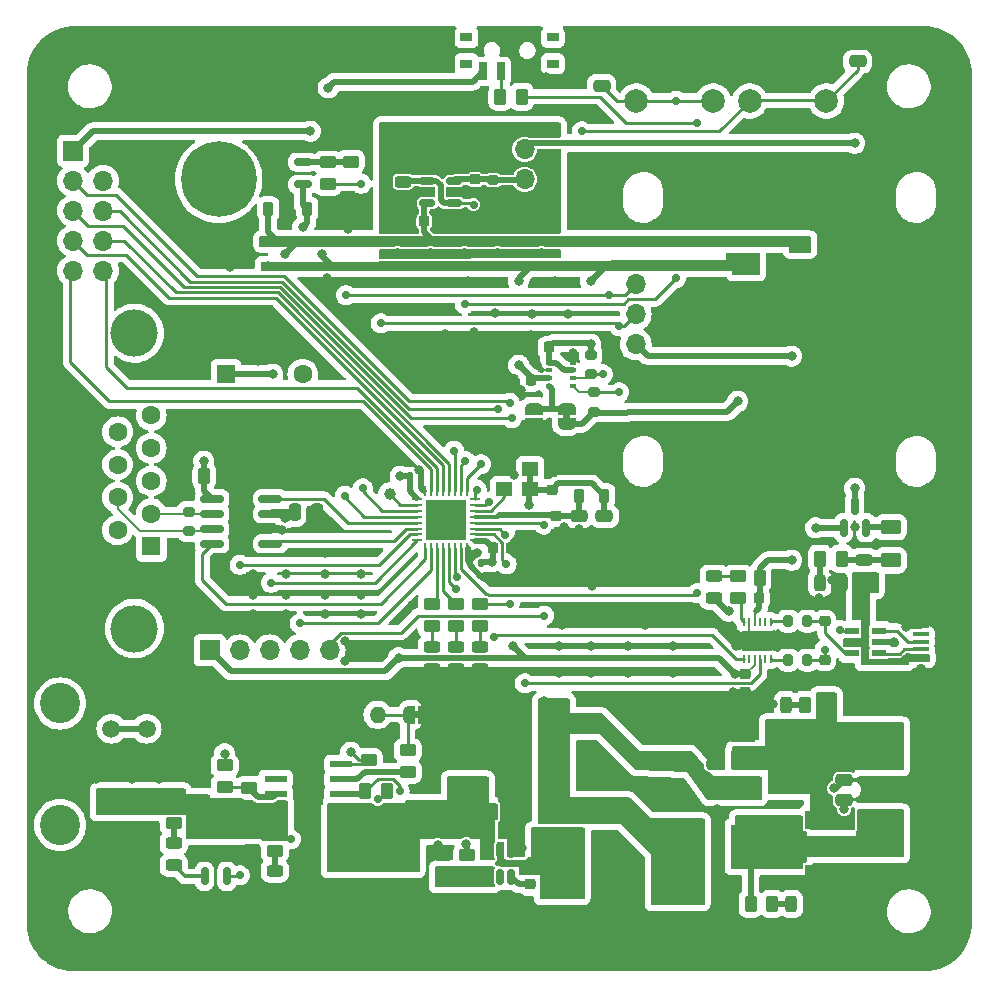
<source format=gbr>
%TF.GenerationSoftware,KiCad,Pcbnew,7.0.6*%
%TF.CreationDate,2023-11-26T00:53:46-07:00*%
%TF.ProjectId,H2 Sensor Board Lucy Rev 1,48322053-656e-4736-9f72-20426f617264,rev?*%
%TF.SameCoordinates,Original*%
%TF.FileFunction,Copper,L1,Top*%
%TF.FilePolarity,Positive*%
%FSLAX46Y46*%
G04 Gerber Fmt 4.6, Leading zero omitted, Abs format (unit mm)*
G04 Created by KiCad (PCBNEW 7.0.6) date 2023-11-26 00:53:46*
%MOMM*%
%LPD*%
G01*
G04 APERTURE LIST*
G04 Aperture macros list*
%AMRoundRect*
0 Rectangle with rounded corners*
0 $1 Rounding radius*
0 $2 $3 $4 $5 $6 $7 $8 $9 X,Y pos of 4 corners*
0 Add a 4 corners polygon primitive as box body*
4,1,4,$2,$3,$4,$5,$6,$7,$8,$9,$2,$3,0*
0 Add four circle primitives for the rounded corners*
1,1,$1+$1,$2,$3*
1,1,$1+$1,$4,$5*
1,1,$1+$1,$6,$7*
1,1,$1+$1,$8,$9*
0 Add four rect primitives between the rounded corners*
20,1,$1+$1,$2,$3,$4,$5,0*
20,1,$1+$1,$4,$5,$6,$7,0*
20,1,$1+$1,$6,$7,$8,$9,0*
20,1,$1+$1,$8,$9,$2,$3,0*%
%AMFreePoly0*
4,1,19,0.500000,-0.750000,0.000000,-0.750000,0.000000,-0.744911,-0.071157,-0.744911,-0.207708,-0.704816,-0.327430,-0.627875,-0.420627,-0.520320,-0.479746,-0.390866,-0.500000,-0.250000,-0.500000,0.250000,-0.479746,0.390866,-0.420627,0.520320,-0.327430,0.627875,-0.207708,0.704816,-0.071157,0.744911,0.000000,0.744911,0.000000,0.750000,0.500000,0.750000,0.500000,-0.750000,0.500000,-0.750000,
$1*%
%AMFreePoly1*
4,1,19,0.000000,0.744911,0.071157,0.744911,0.207708,0.704816,0.327430,0.627875,0.420627,0.520320,0.479746,0.390866,0.500000,0.250000,0.500000,-0.250000,0.479746,-0.390866,0.420627,-0.520320,0.327430,-0.627875,0.207708,-0.704816,0.071157,-0.744911,0.000000,-0.744911,0.000000,-0.750000,-0.500000,-0.750000,-0.500000,0.750000,0.000000,0.750000,0.000000,0.744911,0.000000,0.744911,
$1*%
G04 Aperture macros list end*
%TA.AperFunction,ComponentPad*%
%ADD10RoundRect,0.250001X0.499999X-0.499999X0.499999X0.499999X-0.499999X0.499999X-0.499999X-0.499999X0*%
%TD*%
%TA.AperFunction,ComponentPad*%
%ADD11C,1.500000*%
%TD*%
%TA.AperFunction,ComponentPad*%
%ADD12C,3.410000*%
%TD*%
%TA.AperFunction,SMDPad,CuDef*%
%ADD13RoundRect,0.140000X-0.140000X-0.170000X0.140000X-0.170000X0.140000X0.170000X-0.140000X0.170000X0*%
%TD*%
%TA.AperFunction,SMDPad,CuDef*%
%ADD14R,0.250000X0.650000*%
%TD*%
%TA.AperFunction,SMDPad,CuDef*%
%ADD15R,2.500000X1.700000*%
%TD*%
%TA.AperFunction,SMDPad,CuDef*%
%ADD16RoundRect,0.225000X0.225000X0.250000X-0.225000X0.250000X-0.225000X-0.250000X0.225000X-0.250000X0*%
%TD*%
%TA.AperFunction,SMDPad,CuDef*%
%ADD17RoundRect,0.250000X-0.475000X0.250000X-0.475000X-0.250000X0.475000X-0.250000X0.475000X0.250000X0*%
%TD*%
%TA.AperFunction,SMDPad,CuDef*%
%ADD18RoundRect,0.225000X-0.250000X0.225000X-0.250000X-0.225000X0.250000X-0.225000X0.250000X0.225000X0*%
%TD*%
%TA.AperFunction,SMDPad,CuDef*%
%ADD19RoundRect,0.250000X0.475000X-0.250000X0.475000X0.250000X-0.475000X0.250000X-0.475000X-0.250000X0*%
%TD*%
%TA.AperFunction,SMDPad,CuDef*%
%ADD20RoundRect,0.250000X-0.262500X-0.450000X0.262500X-0.450000X0.262500X0.450000X-0.262500X0.450000X0*%
%TD*%
%TA.AperFunction,ComponentPad*%
%ADD21R,1.700000X1.700000*%
%TD*%
%TA.AperFunction,ComponentPad*%
%ADD22O,1.700000X1.700000*%
%TD*%
%TA.AperFunction,SMDPad,CuDef*%
%ADD23RoundRect,0.250000X0.450000X-0.262500X0.450000X0.262500X-0.450000X0.262500X-0.450000X-0.262500X0*%
%TD*%
%TA.AperFunction,SMDPad,CuDef*%
%ADD24RoundRect,0.225000X-0.225000X-0.250000X0.225000X-0.250000X0.225000X0.250000X-0.225000X0.250000X0*%
%TD*%
%TA.AperFunction,SMDPad,CuDef*%
%ADD25RoundRect,0.250000X-0.250000X-0.475000X0.250000X-0.475000X0.250000X0.475000X-0.250000X0.475000X0*%
%TD*%
%TA.AperFunction,SMDPad,CuDef*%
%ADD26RoundRect,0.062500X0.375000X0.062500X-0.375000X0.062500X-0.375000X-0.062500X0.375000X-0.062500X0*%
%TD*%
%TA.AperFunction,SMDPad,CuDef*%
%ADD27RoundRect,0.062500X0.062500X0.375000X-0.062500X0.375000X-0.062500X-0.375000X0.062500X-0.375000X0*%
%TD*%
%TA.AperFunction,SMDPad,CuDef*%
%ADD28R,3.450000X3.450000*%
%TD*%
%TA.AperFunction,ComponentPad*%
%ADD29C,4.000000*%
%TD*%
%TA.AperFunction,ComponentPad*%
%ADD30R,1.600000X1.600000*%
%TD*%
%TA.AperFunction,ComponentPad*%
%ADD31C,1.600000*%
%TD*%
%TA.AperFunction,SMDPad,CuDef*%
%ADD32RoundRect,0.200000X0.275000X-0.200000X0.275000X0.200000X-0.275000X0.200000X-0.275000X-0.200000X0*%
%TD*%
%TA.AperFunction,SMDPad,CuDef*%
%ADD33RoundRect,0.250000X-0.325000X-1.100000X0.325000X-1.100000X0.325000X1.100000X-0.325000X1.100000X0*%
%TD*%
%TA.AperFunction,SMDPad,CuDef*%
%ADD34RoundRect,0.250000X-0.450000X0.262500X-0.450000X-0.262500X0.450000X-0.262500X0.450000X0.262500X0*%
%TD*%
%TA.AperFunction,SMDPad,CuDef*%
%ADD35RoundRect,0.150000X0.825000X0.150000X-0.825000X0.150000X-0.825000X-0.150000X0.825000X-0.150000X0*%
%TD*%
%TA.AperFunction,SMDPad,CuDef*%
%ADD36FreePoly0,270.000000*%
%TD*%
%TA.AperFunction,SMDPad,CuDef*%
%ADD37FreePoly1,270.000000*%
%TD*%
%TA.AperFunction,SMDPad,CuDef*%
%ADD38RoundRect,0.218750X-0.218750X-0.381250X0.218750X-0.381250X0.218750X0.381250X-0.218750X0.381250X0*%
%TD*%
%TA.AperFunction,SMDPad,CuDef*%
%ADD39RoundRect,0.140000X0.140000X0.170000X-0.140000X0.170000X-0.140000X-0.170000X0.140000X-0.170000X0*%
%TD*%
%TA.AperFunction,SMDPad,CuDef*%
%ADD40R,1.910000X0.610000*%
%TD*%
%TA.AperFunction,SMDPad,CuDef*%
%ADD41R,1.205000X1.550000*%
%TD*%
%TA.AperFunction,SMDPad,CuDef*%
%ADD42RoundRect,0.250000X0.250000X0.475000X-0.250000X0.475000X-0.250000X-0.475000X0.250000X-0.475000X0*%
%TD*%
%TA.AperFunction,SMDPad,CuDef*%
%ADD43R,0.500000X0.350000*%
%TD*%
%TA.AperFunction,SMDPad,CuDef*%
%ADD44RoundRect,0.250000X0.262500X0.450000X-0.262500X0.450000X-0.262500X-0.450000X0.262500X-0.450000X0*%
%TD*%
%TA.AperFunction,SMDPad,CuDef*%
%ADD45FreePoly0,0.000000*%
%TD*%
%TA.AperFunction,SMDPad,CuDef*%
%ADD46FreePoly1,0.000000*%
%TD*%
%TA.AperFunction,SMDPad,CuDef*%
%ADD47RoundRect,0.243750X-0.243750X-0.456250X0.243750X-0.456250X0.243750X0.456250X-0.243750X0.456250X0*%
%TD*%
%TA.AperFunction,SMDPad,CuDef*%
%ADD48RoundRect,0.225000X0.250000X-0.225000X0.250000X0.225000X-0.250000X0.225000X-0.250000X-0.225000X0*%
%TD*%
%TA.AperFunction,SMDPad,CuDef*%
%ADD49R,1.200000X0.600000*%
%TD*%
%TA.AperFunction,SMDPad,CuDef*%
%ADD50RoundRect,0.150000X0.150000X-0.587500X0.150000X0.587500X-0.150000X0.587500X-0.150000X-0.587500X0*%
%TD*%
%TA.AperFunction,SMDPad,CuDef*%
%ADD51RoundRect,0.243750X0.243750X0.456250X-0.243750X0.456250X-0.243750X-0.456250X0.243750X-0.456250X0*%
%TD*%
%TA.AperFunction,SMDPad,CuDef*%
%ADD52RoundRect,0.200000X-0.275000X0.200000X-0.275000X-0.200000X0.275000X-0.200000X0.275000X0.200000X0*%
%TD*%
%TA.AperFunction,ComponentPad*%
%ADD53C,2.000000*%
%TD*%
%TA.AperFunction,SMDPad,CuDef*%
%ADD54RoundRect,0.250000X0.325000X1.100000X-0.325000X1.100000X-0.325000X-1.100000X0.325000X-1.100000X0*%
%TD*%
%TA.AperFunction,SMDPad,CuDef*%
%ADD55RoundRect,0.150000X0.587500X0.150000X-0.587500X0.150000X-0.587500X-0.150000X0.587500X-0.150000X0*%
%TD*%
%TA.AperFunction,SMDPad,CuDef*%
%ADD56RoundRect,0.250000X-0.550000X1.500000X-0.550000X-1.500000X0.550000X-1.500000X0.550000X1.500000X0*%
%TD*%
%TA.AperFunction,SMDPad,CuDef*%
%ADD57RoundRect,0.243750X0.456250X-0.243750X0.456250X0.243750X-0.456250X0.243750X-0.456250X-0.243750X0*%
%TD*%
%TA.AperFunction,SMDPad,CuDef*%
%ADD58R,1.000000X0.800000*%
%TD*%
%TA.AperFunction,SMDPad,CuDef*%
%ADD59R,0.700000X1.500000*%
%TD*%
%TA.AperFunction,SMDPad,CuDef*%
%ADD60RoundRect,0.250000X0.625000X-0.375000X0.625000X0.375000X-0.625000X0.375000X-0.625000X-0.375000X0*%
%TD*%
%TA.AperFunction,SMDPad,CuDef*%
%ADD61R,1.400000X1.200000*%
%TD*%
%TA.AperFunction,SMDPad,CuDef*%
%ADD62R,1.350000X0.400000*%
%TD*%
%TA.AperFunction,ComponentPad*%
%ADD63O,1.550000X0.890000*%
%TD*%
%TA.AperFunction,SMDPad,CuDef*%
%ADD64R,1.550000X1.200000*%
%TD*%
%TA.AperFunction,ComponentPad*%
%ADD65O,0.950000X1.250000*%
%TD*%
%TA.AperFunction,SMDPad,CuDef*%
%ADD66R,1.550000X1.500000*%
%TD*%
%TA.AperFunction,SMDPad,CuDef*%
%ADD67R,2.000000X1.500000*%
%TD*%
%TA.AperFunction,SMDPad,CuDef*%
%ADD68R,2.000000X3.800000*%
%TD*%
%TA.AperFunction,SMDPad,CuDef*%
%ADD69RoundRect,0.200000X-0.200000X-0.275000X0.200000X-0.275000X0.200000X0.275000X-0.200000X0.275000X0*%
%TD*%
%TA.AperFunction,SMDPad,CuDef*%
%ADD70RoundRect,0.243750X-0.456250X0.243750X-0.456250X-0.243750X0.456250X-0.243750X0.456250X0.243750X0*%
%TD*%
%TA.AperFunction,ComponentPad*%
%ADD71C,1.400000*%
%TD*%
%TA.AperFunction,ComponentPad*%
%ADD72O,1.400000X1.400000*%
%TD*%
%TA.AperFunction,SMDPad,CuDef*%
%ADD73RoundRect,0.250000X-1.500000X-0.550000X1.500000X-0.550000X1.500000X0.550000X-1.500000X0.550000X0*%
%TD*%
%TA.AperFunction,SMDPad,CuDef*%
%ADD74RoundRect,0.225000X-0.225000X-0.375000X0.225000X-0.375000X0.225000X0.375000X-0.225000X0.375000X0*%
%TD*%
%TA.AperFunction,ComponentPad*%
%ADD75C,6.400000*%
%TD*%
%TA.AperFunction,SMDPad,CuDef*%
%ADD76RoundRect,0.150000X0.512500X0.150000X-0.512500X0.150000X-0.512500X-0.150000X0.512500X-0.150000X0*%
%TD*%
%TA.AperFunction,SMDPad,CuDef*%
%ADD77C,1.000000*%
%TD*%
%TA.AperFunction,SMDPad,CuDef*%
%ADD78RoundRect,0.150000X-0.150000X0.512500X-0.150000X-0.512500X0.150000X-0.512500X0.150000X0.512500X0*%
%TD*%
%TA.AperFunction,SMDPad,CuDef*%
%ADD79R,2.900000X5.400000*%
%TD*%
%TA.AperFunction,ViaPad*%
%ADD80C,0.800000*%
%TD*%
%TA.AperFunction,ViaPad*%
%ADD81C,0.700000*%
%TD*%
%TA.AperFunction,Conductor*%
%ADD82C,0.500000*%
%TD*%
%TA.AperFunction,Conductor*%
%ADD83C,0.200000*%
%TD*%
%TA.AperFunction,Conductor*%
%ADD84C,0.250000*%
%TD*%
%TA.AperFunction,Conductor*%
%ADD85C,0.300000*%
%TD*%
G04 APERTURE END LIST*
%TA.AperFunction,EtchedComponent*%
%TO.C,JP1*%
G36*
X133650000Y-103120000D02*
G01*
X133050000Y-103120000D01*
X133050000Y-102620000D01*
X133650000Y-102620000D01*
X133650000Y-103120000D01*
G37*
%TD.AperFunction*%
%TA.AperFunction,EtchedComponent*%
%TO.C,JP3*%
G36*
X120900000Y-128443000D02*
G01*
X120400000Y-128443000D01*
X120400000Y-127843000D01*
X120900000Y-127843000D01*
X120900000Y-128443000D01*
G37*
%TD.AperFunction*%
%TD*%
D10*
%TO.P,J2,1,Pin_1*%
%TO.N,/Power/12V_UP*%
X94787000Y-135334000D03*
D11*
%TO.P,J2,2,Pin_2*%
%TO.N,GND*%
X94787000Y-132334000D03*
%TO.P,J2,3,Pin_3*%
%TO.N,/Power/5V_UP*%
X94787000Y-129334000D03*
%TO.P,J2,4,Pin_4*%
%TO.N,/Power/12V_UP*%
X97787000Y-135334000D03*
%TO.P,J2,5,Pin_5*%
%TO.N,GND*%
X97787000Y-132334000D03*
%TO.P,J2,6,Pin_6*%
%TO.N,/Power/5V_UP*%
X97787000Y-129334000D03*
D12*
%TO.P,J2,MP*%
%TO.N,N/C*%
X90467000Y-137484000D03*
X90467000Y-127184000D03*
%TD*%
D13*
%TO.P,C7,1*%
%TO.N,+3V3*%
X120043000Y-107950000D03*
%TO.P,C7,2*%
%TO.N,GND*%
X121003000Y-107950000D03*
%TD*%
D14*
%TO.P,U8,1,USBDM*%
%TO.N,Net-(U8-USBDM)*%
X150604000Y-120309000D03*
%TO.P,U8,2,RESET#*%
%TO.N,unconnected-(U8-RESET#-Pad2)*%
X150154000Y-120309000D03*
%TO.P,U8,3,3.3VOUT*%
%TO.N,unconnected-(U8-3.3VOUT-Pad3)*%
X149704000Y-120309000D03*
%TO.P,U8,4,VCC*%
%TO.N,+5V*%
X149254000Y-120309000D03*
%TO.P,U8,5,GND*%
%TO.N,GND*%
X148804000Y-120309000D03*
%TO.P,U8,6,CBUS0*%
%TO.N,Net-(U8-CBUS0)*%
X148354000Y-120309000D03*
%TO.P,U8,7,TXD*%
%TO.N,/UART_RX*%
X148354000Y-123409000D03*
%TO.P,U8,8,RTS#*%
%TO.N,unconnected-(U8-RTS#-Pad8)*%
X148804000Y-123409000D03*
%TO.P,U8,9,VCCIO*%
%TO.N,+3V3*%
X149254000Y-123409000D03*
%TO.P,U8,10,RXD*%
%TO.N,/UART_TX*%
X149704000Y-123409000D03*
%TO.P,U8,11,CTS#*%
%TO.N,unconnected-(U8-CTS#-Pad11)*%
X150154000Y-123409000D03*
%TO.P,U8,12,USBDP*%
%TO.N,Net-(U8-USBDP)*%
X150604000Y-123409000D03*
D15*
%TO.P,U8,13,GND*%
%TO.N,GND*%
X149479000Y-121859000D03*
%TD*%
D16*
%TO.P,C29,1*%
%TO.N,+3V3*%
X131839000Y-97028000D03*
%TO.P,C29,2*%
%TO.N,GND*%
X130289000Y-97028000D03*
%TD*%
D17*
%TO.P,C22,1*%
%TO.N,+5V*%
X156845000Y-131765000D03*
%TO.P,C22,2*%
%TO.N,GND*%
X156845000Y-133665000D03*
%TD*%
D18*
%TO.P,C18,1*%
%TO.N,/Power/SW*%
X130252000Y-140957000D03*
%TO.P,C18,2*%
%TO.N,Net-(U5-BST)*%
X130252000Y-142507000D03*
%TD*%
D19*
%TO.P,C23,1*%
%TO.N,+5V*%
X156845000Y-137221000D03*
%TO.P,C23,2*%
%TO.N,GND*%
X156845000Y-135321000D03*
%TD*%
D20*
%TO.P,R3,1*%
%TO.N,/Power/~{FAULT}*%
X116308500Y-134620000D03*
%TO.P,R3,2*%
%TO.N,/Power/12V_UP*%
X118133500Y-134620000D03*
%TD*%
D21*
%TO.P,J1,1,Pin_1*%
%TO.N,+3V3*%
X103124000Y-122682000D03*
D22*
%TO.P,J1,2,Pin_2*%
%TO.N,/DEBUG_SWDIO*%
X105664000Y-122682000D03*
%TO.P,J1,3,Pin_3*%
%TO.N,/DEBUG_SWCLK*%
X108204000Y-122682000D03*
%TO.P,J1,4,Pin_4*%
%TO.N,/DEBUG_SWO*%
X110744000Y-122682000D03*
%TO.P,J1,5,Pin_5*%
%TO.N,/NRST*%
X113284000Y-122682000D03*
%TO.P,J1,6,Pin_6*%
%TO.N,GND*%
X115824000Y-122682000D03*
%TD*%
D23*
%TO.P,R2,1*%
%TO.N,/Power/I_{MON}*%
X119888000Y-132992500D03*
%TO.P,R2,2*%
%TO.N,Net-(JP3-A)*%
X119888000Y-131167500D03*
%TD*%
%TO.P,R5,1*%
%TO.N,Net-(U4-EN{slash}UVLO)*%
X104394000Y-134262500D03*
%TO.P,R5,2*%
%TO.N,Net-(U4-OVLO)*%
X104394000Y-132437500D03*
%TD*%
D24*
%TO.P,C15,1*%
%TO.N,+12V*%
X126696000Y-137922000D03*
%TO.P,C15,2*%
%TO.N,GND*%
X128246000Y-137922000D03*
%TD*%
D17*
%TO.P,C24,1*%
%TO.N,+3V3*%
X156845000Y-139394000D03*
%TO.P,C24,2*%
%TO.N,GND*%
X156845000Y-141294000D03*
%TD*%
D25*
%TO.P,C13,1*%
%TO.N,+5V*%
X149672000Y-116586000D03*
%TO.P,C13,2*%
%TO.N,GND*%
X151572000Y-116586000D03*
%TD*%
D26*
%TO.P,U1,1,VDD*%
%TO.N,+3V3*%
X125568500Y-113373000D03*
%TO.P,U1,2,PC14*%
%TO.N,/GPLED3*%
X125568500Y-112873000D03*
%TO.P,U1,3,PC15*%
%TO.N,/GPIO3*%
X125568500Y-112373000D03*
%TO.P,U1,4,NRST*%
%TO.N,/NRST*%
X125568500Y-111873000D03*
%TO.P,U1,5,VDDA*%
%TO.N,+3.3VA*%
X125568500Y-111373000D03*
%TO.P,U1,6,PA0*%
%TO.N,/XCLK*%
X125568500Y-110873000D03*
%TO.P,U1,7,PA1*%
%TO.N,/GPIO9*%
X125568500Y-110373000D03*
%TO.P,U1,8,PA2*%
%TO.N,/GPIO4*%
X125568500Y-109873000D03*
D27*
%TO.P,U1,9,PA3*%
%TO.N,/H2_SENSE*%
X124881000Y-109185500D03*
%TO.P,U1,10,PA4*%
%TO.N,/TARE*%
X124381000Y-109185500D03*
%TO.P,U1,11,PA5*%
%TO.N,/BEEPER*%
X123881000Y-109185500D03*
%TO.P,U1,12,PA6*%
%TO.N,/GPIO1*%
X123381000Y-109185500D03*
%TO.P,U1,13,PA7*%
%TO.N,/GPIO8*%
X122881000Y-109185500D03*
%TO.P,U1,14,PB0*%
%TO.N,/GPIO2*%
X122381000Y-109185500D03*
%TO.P,U1,15,PB1*%
%TO.N,/GPIO7*%
X121881000Y-109185500D03*
%TO.P,U1,16,VSS*%
%TO.N,GND*%
X121381000Y-109185500D03*
D26*
%TO.P,U1,17,VDD*%
%TO.N,+3V3*%
X120693500Y-109873000D03*
%TO.P,U1,18,PA8*%
%TO.N,Net-(U1-PA8)*%
X120693500Y-110373000D03*
%TO.P,U1,19,PA9*%
%TO.N,/SCL*%
X120693500Y-110873000D03*
%TO.P,U1,20,PA10*%
%TO.N,/SDA*%
X120693500Y-111373000D03*
%TO.P,U1,21,PA11*%
%TO.N,/CAN_RX*%
X120693500Y-111873000D03*
%TO.P,U1,22,PA12*%
%TO.N,/CAN_TX*%
X120693500Y-112373000D03*
%TO.P,U1,23,PA13*%
%TO.N,/DEBUG_SWDIO*%
X120693500Y-112873000D03*
%TO.P,U1,24,PA14*%
%TO.N,/DEBUG_SWCLK*%
X120693500Y-113373000D03*
D27*
%TO.P,U1,25,PA15*%
%TO.N,/CAN_STBY*%
X121381000Y-114060500D03*
%TO.P,U1,26,PB3*%
%TO.N,/DEBUG_SWO*%
X121881000Y-114060500D03*
%TO.P,U1,27,PB4*%
%TO.N,/GPLED1*%
X122381000Y-114060500D03*
%TO.P,U1,28,PB5*%
%TO.N,/GPLED2*%
X122881000Y-114060500D03*
%TO.P,U1,29,PB6*%
%TO.N,/UART_TX*%
X123381000Y-114060500D03*
%TO.P,U1,30,PB7*%
%TO.N,/UART_RX*%
X123881000Y-114060500D03*
%TO.P,U1,31,PH3*%
%TO.N,/BOOT0*%
X124381000Y-114060500D03*
%TO.P,U1,32,VSS*%
%TO.N,GND*%
X124881000Y-114060500D03*
D28*
%TO.P,U1,33,VSS*%
X123131000Y-111623000D03*
%TD*%
D23*
%TO.P,R24,1*%
%TO.N,Net-(Q2-G)*%
X115062000Y-81303500D03*
%TO.P,R24,2*%
%TO.N,GND*%
X115062000Y-79478500D03*
%TD*%
D29*
%TO.P,J3,0*%
%TO.N,N/C*%
X96751000Y-95843000D03*
X96751000Y-120843000D03*
D30*
%TO.P,J3,1,Pin_1*%
%TO.N,unconnected-(J3-Pin_1-Pad1)*%
X98171000Y-113883000D03*
D31*
%TO.P,J3,2,Pin_2*%
%TO.N,/CD-*%
X98171000Y-111113000D03*
%TO.P,J3,3,Pin_3*%
%TO.N,unconnected-(J3-Pin_3-Pad3)*%
X98171000Y-108343000D03*
%TO.P,J3,4,Pin_4*%
%TO.N,unconnected-(J3-Pin_4-Pad4)*%
X98171000Y-105573000D03*
%TO.P,J3,5,Pin_5*%
%TO.N,unconnected-(J3-Pin_5-Pad5)*%
X98171000Y-102803000D03*
%TO.P,J3,6,Pin_6*%
%TO.N,unconnected-(J3-Pin_6-Pad6)*%
X95331000Y-112498000D03*
%TO.P,J3,7,Pin_7*%
%TO.N,/CD+*%
X95331000Y-109728000D03*
%TO.P,J3,8,Pin_8*%
%TO.N,unconnected-(J3-Pin_8-Pad8)*%
X95331000Y-106958000D03*
%TO.P,J3,9,Pin_9*%
%TO.N,unconnected-(J3-Pin_9-Pad9)*%
X95331000Y-104188000D03*
%TD*%
D32*
%TO.P,R25,1*%
%TO.N,GNDA*%
X127127000Y-84518000D03*
%TO.P,R25,2*%
%TO.N,/Sensors/V_SENSE*%
X127127000Y-82868000D03*
%TD*%
D33*
%TO.P,C28,1*%
%TO.N,+12V*%
X125779000Y-135382000D03*
%TO.P,C28,2*%
%TO.N,GND*%
X128729000Y-135382000D03*
%TD*%
D34*
%TO.P,R7,1*%
%TO.N,/Power/12V_UP*%
X100076000Y-135485500D03*
%TO.P,R7,2*%
%TO.N,Net-(D1-A)*%
X100076000Y-137310500D03*
%TD*%
D35*
%TO.P,U7,1,TXD*%
%TO.N,/CAN_TX*%
X108266000Y-113665000D03*
%TO.P,U7,2,VSS*%
%TO.N,GND*%
X108266000Y-112395000D03*
%TO.P,U7,3,VDD*%
%TO.N,+5V*%
X108266000Y-111125000D03*
%TO.P,U7,4,RXD*%
%TO.N,/CAN_RX*%
X108266000Y-109855000D03*
%TO.P,U7,5,VIO*%
%TO.N,+3V3*%
X103316000Y-109855000D03*
%TO.P,U7,6,CANL*%
%TO.N,/CD-*%
X103316000Y-111125000D03*
%TO.P,U7,7,CANH*%
%TO.N,/CD+*%
X103316000Y-112395000D03*
%TO.P,U7,8,STBY*%
%TO.N,/CAN_STBY*%
X103316000Y-113665000D03*
%TD*%
D36*
%TO.P,JP1,1,A*%
%TO.N,/Sensors/ADDR*%
X133350000Y-102220000D03*
D37*
%TO.P,JP1,2,B*%
%TO.N,+3V3*%
X133350000Y-103520000D03*
%TD*%
D38*
%TO.P,FB1,1*%
%TO.N,+3.3VA*%
X134400000Y-109601000D03*
%TO.P,FB1,2*%
%TO.N,+3V3*%
X136525000Y-109601000D03*
%TD*%
D39*
%TO.P,C8,1*%
%TO.N,+3V3*%
X126083000Y-115316000D03*
%TO.P,C8,2*%
%TO.N,GND*%
X125123000Y-115316000D03*
%TD*%
D34*
%TO.P,R6,1*%
%TO.N,Net-(U4-EN{slash}UVLO)*%
X106426000Y-134342500D03*
%TO.P,R6,2*%
%TO.N,/Power/12V_UP*%
X106426000Y-136167500D03*
%TD*%
D23*
%TO.P,R16,1*%
%TO.N,Net-(U8-CBUS0)*%
X147828000Y-118260500D03*
%TO.P,R16,2*%
%TO.N,Net-(D12-K)*%
X147828000Y-116435500D03*
%TD*%
D40*
%TO.P,U4,1,GND*%
%TO.N,GND*%
X108704000Y-132325000D03*
%TO.P,U4,2,dV/dT*%
%TO.N,unconnected-(U4-dV{slash}dT-Pad2)*%
X108704000Y-133595000D03*
%TO.P,U4,3,EN/UVLO*%
%TO.N,Net-(U4-EN{slash}UVLO)*%
X108704000Y-134865000D03*
%TO.P,U4,4,IN*%
%TO.N,/Power/12V_UP*%
X108704000Y-136135000D03*
%TO.P,U4,5,OUT*%
%TO.N,+12V*%
X114264000Y-136135000D03*
%TO.P,U4,6,~{FAULT}*%
%TO.N,/Power/~{FAULT}*%
X114264000Y-134865000D03*
%TO.P,U4,7,ILM*%
%TO.N,/Power/I_{MON}*%
X114264000Y-133595000D03*
%TO.P,U4,8,OVLO*%
%TO.N,Net-(U4-OVLO)*%
X114264000Y-132325000D03*
D41*
%TO.P,U4,9,PAD*%
%TO.N,GND*%
X110881500Y-133455000D03*
X110881500Y-135005000D03*
X112086500Y-133455000D03*
X112086500Y-135005000D03*
%TD*%
D17*
%TO.P,C3,1*%
%TO.N,GND*%
X136309000Y-72977000D03*
%TO.P,C3,2*%
%TO.N,/TARE*%
X136309000Y-74877000D03*
%TD*%
D42*
%TO.P,C5,1*%
%TO.N,GND*%
X104563669Y-107934000D03*
%TO.P,C5,2*%
%TO.N,+3V3*%
X102663669Y-107934000D03*
%TD*%
D18*
%TO.P,C26,1*%
%TO.N,GND*%
X155187000Y-118671000D03*
%TO.P,C26,2*%
%TO.N,Net-(C26-Pad2)*%
X155187000Y-120221000D03*
%TD*%
D43*
%TO.P,U9,1,GND*%
%TO.N,GND*%
X133876000Y-98339000D03*
%TO.P,U9,2,CSB*%
%TO.N,+3V3*%
X133876000Y-98989000D03*
%TO.P,U9,3,SDI*%
%TO.N,/SDA*%
X133876000Y-99639000D03*
%TO.P,U9,4,SCK*%
%TO.N,/SCL*%
X133876000Y-100289000D03*
%TO.P,U9,5,SDO*%
%TO.N,/Sensors/ADDR*%
X131826000Y-100289000D03*
%TO.P,U9,6,VDDIO*%
%TO.N,+3V3*%
X131826000Y-99639000D03*
%TO.P,U9,7,GND*%
%TO.N,GND*%
X131826000Y-98989000D03*
%TO.P,U9,8,VDD*%
%TO.N,+3V3*%
X131826000Y-98339000D03*
%TD*%
D44*
%TO.P,R19,1*%
%TO.N,Net-(D9-K)*%
X156614500Y-114932000D03*
%TO.P,R19,2*%
%TO.N,Net-(D14-A)*%
X154789500Y-114932000D03*
%TD*%
D45*
%TO.P,JP3,1,A*%
%TO.N,Net-(JP3-A)*%
X120000000Y-128143000D03*
D46*
%TO.P,JP3,2,B*%
%TO.N,GND*%
X121300000Y-128143000D03*
%TD*%
D47*
%TO.P,D2,1,K*%
%TO.N,GND*%
X150022000Y-127305000D03*
%TO.P,D2,2,A*%
%TO.N,Net-(D2-A)*%
X151897000Y-127305000D03*
%TD*%
D48*
%TO.P,C31,1*%
%TO.N,/Sensors/V_SENSE*%
X125603000Y-82817000D03*
%TO.P,C31,2*%
%TO.N,GNDA*%
X125603000Y-81267000D03*
%TD*%
D49*
%TO.P,D13,1*%
%TO.N,Net-(J6-D-)*%
X159766000Y-122936000D03*
%TO.P,D13,2*%
%TO.N,GND*%
X159766000Y-121986000D03*
%TO.P,D13,3*%
%TO.N,Net-(J6-D+)*%
X159766000Y-121036000D03*
%TO.P,D13,4*%
%TO.N,Net-(C19-Pad2)*%
X157466000Y-121036000D03*
%TO.P,D13,5*%
%TO.N,VBUS_UP*%
X157466000Y-121986000D03*
%TO.P,D13,6*%
%TO.N,Net-(C26-Pad2)*%
X157466000Y-122936000D03*
%TD*%
D34*
%TO.P,R23,1*%
%TO.N,Net-(Q2-G)*%
X113108500Y-81383500D03*
%TO.P,R23,2*%
%TO.N,/BEEPER*%
X113108500Y-83208500D03*
%TD*%
D50*
%TO.P,D11,1*%
%TO.N,+5V*%
X156784000Y-112313500D03*
%TO.P,D11,2*%
%TO.N,V_HEAT*%
X158684000Y-112313500D03*
%TO.P,D11,3*%
%TO.N,Net-(U10-V_HEAT)*%
X157734000Y-110438500D03*
%TD*%
D34*
%TO.P,R9,1*%
%TO.N,GND*%
X122886000Y-140057500D03*
%TO.P,R9,2*%
%TO.N,/Power/FB*%
X122886000Y-141882500D03*
%TD*%
D51*
%TO.P,D14,1,K*%
%TO.N,GND*%
X156639500Y-116964000D03*
%TO.P,D14,2,A*%
%TO.N,Net-(D14-A)*%
X154764500Y-116964000D03*
%TD*%
D21*
%TO.P,J8,1,Pin_1*%
%TO.N,GND*%
X139192000Y-99314000D03*
D22*
%TO.P,J8,2,Pin_2*%
%TO.N,+5V*%
X139192000Y-96774000D03*
%TO.P,J8,3,Pin_3*%
%TO.N,/SCL*%
X139192000Y-94234000D03*
%TO.P,J8,4,Pin_4*%
%TO.N,/SDA*%
X139192000Y-91694000D03*
%TD*%
D18*
%TO.P,C10,1*%
%TO.N,+3.3VA*%
X132461000Y-111305000D03*
%TO.P,C10,2*%
%TO.N,GND*%
X132461000Y-112855000D03*
%TD*%
D52*
%TO.P,R21,1*%
%TO.N,+3V3*%
X135382000Y-97664000D03*
%TO.P,R21,2*%
%TO.N,/SDA*%
X135382000Y-99314000D03*
%TD*%
D53*
%TO.P,SW2,1,1*%
%TO.N,GND*%
X148844000Y-71664000D03*
X155344000Y-71664000D03*
%TO.P,SW2,2,2*%
%TO.N,/NRST*%
X148844000Y-76164000D03*
X155344000Y-76164000D03*
%TD*%
D54*
%TO.P,C16,1*%
%TO.N,/Power/7V*%
X131523000Y-128778000D03*
%TO.P,C16,2*%
%TO.N,GND*%
X128573000Y-128778000D03*
%TD*%
D21*
%TO.P,J4,1,Pin_1*%
%TO.N,+3V3*%
X91562000Y-80391000D03*
D22*
%TO.P,J4,2,Pin_2*%
%TO.N,GND*%
X94102000Y-80391000D03*
%TO.P,J4,3,Pin_3*%
%TO.N,/GPIO9*%
X91562000Y-82931000D03*
%TO.P,J4,4,Pin_4*%
%TO.N,unconnected-(J4-Pin_4-Pad4)*%
X94102000Y-82931000D03*
%TO.P,J4,5,Pin_5*%
%TO.N,/GPIO3*%
X91562000Y-85471000D03*
%TO.P,J4,6,Pin_6*%
%TO.N,/GPIO4*%
X94102000Y-85471000D03*
%TO.P,J4,7,Pin_7*%
%TO.N,/GPIO8*%
X91562000Y-88011000D03*
%TO.P,J4,8,Pin_8*%
%TO.N,/GPIO1*%
X94102000Y-88011000D03*
%TO.P,J4,9,Pin_9*%
%TO.N,/GPIO7*%
X91562000Y-90551000D03*
%TO.P,J4,10,Pin_10*%
%TO.N,/GPIO2*%
X94102000Y-90551000D03*
%TD*%
D55*
%TO.P,Q2,1,D*%
%TO.N,Net-(BZ1-+)*%
X110998000Y-83246000D03*
%TO.P,Q2,2,G*%
%TO.N,Net-(Q2-G)*%
X110998000Y-81346000D03*
%TO.P,Q2,3,S*%
%TO.N,GND*%
X109123000Y-82296000D03*
%TD*%
D23*
%TO.P,R15,1*%
%TO.N,Net-(D8-A)*%
X121920000Y-120595000D03*
%TO.P,R15,2*%
%TO.N,/GPLED1*%
X121920000Y-118770000D03*
%TD*%
D42*
%TO.P,C4,1*%
%TO.N,GND*%
X112202000Y-110998000D03*
%TO.P,C4,2*%
%TO.N,+5V*%
X110302000Y-110998000D03*
%TD*%
D17*
%TO.P,C25,1*%
%TO.N,/Power/12V_UP*%
X106680000Y-137734000D03*
%TO.P,C25,2*%
%TO.N,GND*%
X106680000Y-139634000D03*
%TD*%
D56*
%TO.P,C20,1*%
%TO.N,+12V*%
X114356500Y-139125000D03*
%TO.P,C20,2*%
%TO.N,GND*%
X114356500Y-144725000D03*
%TD*%
D20*
%TO.P,R11,1*%
%TO.N,+3V3*%
X148917500Y-144154000D03*
%TO.P,R11,2*%
%TO.N,Net-(D3-A)*%
X150742500Y-144154000D03*
%TD*%
D57*
%TO.P,D8,1,K*%
%TO.N,GND*%
X121920000Y-124303000D03*
%TO.P,D8,2,A*%
%TO.N,Net-(D8-A)*%
X121920000Y-122428000D03*
%TD*%
D44*
%TO.P,R10,1*%
%TO.N,+5V*%
X155379500Y-127305000D03*
%TO.P,R10,2*%
%TO.N,Net-(D2-A)*%
X153554500Y-127305000D03*
%TD*%
D18*
%TO.P,C1,1*%
%TO.N,GND*%
X132080000Y-107556000D03*
%TO.P,C1,2*%
%TO.N,+3V3*%
X132080000Y-109106000D03*
%TD*%
D24*
%TO.P,C14,1*%
%TO.N,+5V*%
X149627000Y-118298000D03*
%TO.P,C14,2*%
%TO.N,GND*%
X151177000Y-118298000D03*
%TD*%
D58*
%TO.P,SW1,*%
%TO.N,*%
X132162000Y-73010000D03*
X132162000Y-70800000D03*
X124862000Y-73010000D03*
X124862000Y-70800000D03*
D59*
%TO.P,SW1,1,A*%
%TO.N,GND*%
X130762000Y-73660000D03*
%TO.P,SW1,2,B*%
%TO.N,Net-(SW1-B)*%
X127762000Y-73660000D03*
%TO.P,SW1,3,C*%
%TO.N,+3V3*%
X126262000Y-73660000D03*
%TD*%
D24*
%TO.P,C35,1*%
%TO.N,+5V*%
X121272000Y-86360000D03*
%TO.P,C35,2*%
%TO.N,GNDA*%
X122822000Y-86360000D03*
%TD*%
D60*
%TO.P,F1,1*%
%TO.N,Net-(D9-K)*%
X160782000Y-115062000D03*
%TO.P,F1,2*%
%TO.N,V_HEAT*%
X160782000Y-112262000D03*
%TD*%
D19*
%TO.P,C21,1*%
%TO.N,/Power/7V*%
X145923000Y-134173000D03*
%TO.P,C21,2*%
%TO.N,GND*%
X145923000Y-132273000D03*
%TD*%
D53*
%TO.P,SW3,1,1*%
%TO.N,GND*%
X139244000Y-71664000D03*
X145744000Y-71664000D03*
%TO.P,SW3,2,2*%
%TO.N,/TARE*%
X139244000Y-76164000D03*
X145744000Y-76164000D03*
%TD*%
D16*
%TO.P,C27,1*%
%TO.N,GND*%
X160026000Y-119380000D03*
%TO.P,C27,2*%
%TO.N,VBUS_UP*%
X158476000Y-119380000D03*
%TD*%
D61*
%TO.P,U2,1,~{ST}*%
%TO.N,+3V3*%
X130259000Y-107354000D03*
%TO.P,U2,2,GND*%
%TO.N,GND*%
X128059000Y-107354000D03*
%TO.P,U2,3,OUT*%
%TO.N,/XCLK*%
X128059000Y-109054000D03*
%TO.P,U2,4,VCC*%
%TO.N,+3V3*%
X130259000Y-109054000D03*
%TD*%
D30*
%TO.P,BZ1,1,-*%
%TO.N,+5V*%
X104498000Y-99314000D03*
D31*
%TO.P,BZ1,2,+*%
%TO.N,Net-(BZ1-+)*%
X110998000Y-99314000D03*
%TD*%
D62*
%TO.P,J6,1,VBUS*%
%TO.N,VBUS_UP*%
X163315000Y-123265000D03*
%TO.P,J6,2,D-*%
%TO.N,Net-(J6-D-)*%
X163315000Y-122615000D03*
%TO.P,J6,3,D+*%
%TO.N,Net-(J6-D+)*%
X163315000Y-121965000D03*
%TO.P,J6,4,ID*%
%TO.N,unconnected-(J6-ID-Pad4)*%
X163315000Y-121315000D03*
%TO.P,J6,5,GND*%
%TO.N,GND*%
X163315000Y-120665000D03*
D63*
%TO.P,J6,6,Shield*%
X166015000Y-125465000D03*
D64*
X166015000Y-124865000D03*
D65*
X163315000Y-124465000D03*
D66*
X166015000Y-122965000D03*
X166015000Y-120965000D03*
D65*
X163315000Y-119465000D03*
D64*
X166015000Y-119065000D03*
D63*
X166015000Y-118465000D03*
%TD*%
D51*
%TO.P,D3,1,K*%
%TO.N,GND*%
X154245000Y-144154000D03*
%TO.P,D3,2,A*%
%TO.N,Net-(D3-A)*%
X152370000Y-144154000D03*
%TD*%
D17*
%TO.P,C11,1*%
%TO.N,+3.3VA*%
X134366000Y-111318000D03*
%TO.P,C11,2*%
%TO.N,GND*%
X134366000Y-113218000D03*
%TD*%
D67*
%TO.P,U3,1,GND*%
%TO.N,GND*%
X148234000Y-129653000D03*
%TO.P,U3,2,VO*%
%TO.N,+5V*%
X148234000Y-131953000D03*
D68*
X154534000Y-131953000D03*
D67*
%TO.P,U3,3,VI*%
%TO.N,/Power/7V*%
X148234000Y-134253000D03*
%TD*%
D50*
%TO.P,Q1,1,D*%
%TO.N,Net-(D1-K)*%
X102682000Y-141829000D03*
%TO.P,Q1,2,G*%
%TO.N,/Power/~{FAULT}*%
X104582000Y-141829000D03*
%TO.P,Q1,3,S*%
%TO.N,GND*%
X103632000Y-139954000D03*
%TD*%
D18*
%TO.P,C6,1*%
%TO.N,+3V3*%
X148463000Y-124701000D03*
%TO.P,C6,2*%
%TO.N,GND*%
X148463000Y-126251000D03*
%TD*%
D17*
%TO.P,C2,1*%
%TO.N,GND*%
X157988000Y-70932000D03*
%TO.P,C2,2*%
%TO.N,/NRST*%
X157988000Y-72832000D03*
%TD*%
D69*
%TO.P,R18,1*%
%TO.N,Net-(U8-USBDM)*%
X152076000Y-120208000D03*
%TO.P,R18,2*%
%TO.N,Net-(C26-Pad2)*%
X153726000Y-120208000D03*
%TD*%
D23*
%TO.P,R13,1*%
%TO.N,Net-(D6-A)*%
X125984000Y-120595000D03*
%TO.P,R13,2*%
%TO.N,/GPLED3*%
X125984000Y-118770000D03*
%TD*%
D20*
%TO.P,R1,1*%
%TO.N,Net-(SW1-B)*%
X127738500Y-75819000D03*
%TO.P,R1,2*%
%TO.N,/BOOT0*%
X129563500Y-75819000D03*
%TD*%
D16*
%TO.P,C30,1*%
%TO.N,+3V3*%
X130315000Y-99822000D03*
%TO.P,C30,2*%
%TO.N,GND*%
X128765000Y-99822000D03*
%TD*%
D36*
%TO.P,JP2,1,A*%
%TO.N,/Sensors/ADDR*%
X130556000Y-102220000D03*
D37*
%TO.P,JP2,2,B*%
%TO.N,GND*%
X130556000Y-103520000D03*
%TD*%
D23*
%TO.P,R4,1*%
%TO.N,Net-(U4-OVLO)*%
X116586000Y-131976500D03*
%TO.P,R4,2*%
%TO.N,GND*%
X116586000Y-130151500D03*
%TD*%
D57*
%TO.P,D4,1,K*%
%TO.N,GND*%
X108641500Y-143237500D03*
%TO.P,D4,2,A*%
%TO.N,Net-(D4-A)*%
X108641500Y-141362500D03*
%TD*%
D48*
%TO.P,C19,1*%
%TO.N,GND*%
X155187000Y-125047000D03*
%TO.P,C19,2*%
%TO.N,Net-(C19-Pad2)*%
X155187000Y-123497000D03*
%TD*%
D32*
%TO.P,R22,1*%
%TO.N,+3V3*%
X135636000Y-102488000D03*
%TO.P,R22,2*%
%TO.N,/SCL*%
X135636000Y-100838000D03*
%TD*%
D70*
%TO.P,D12,1,K*%
%TO.N,Net-(D12-K)*%
X145796000Y-116410500D03*
%TO.P,D12,2,A*%
%TO.N,+3V3*%
X145796000Y-118285500D03*
%TD*%
D71*
%TO.P,R20,1*%
%TO.N,GND*%
X109728000Y-128143000D03*
D72*
%TO.P,R20,2*%
%TO.N,Net-(JP3-A)*%
X117348000Y-128143000D03*
%TD*%
D24*
%TO.P,C9,1*%
%TO.N,+3V3*%
X127114000Y-114046000D03*
%TO.P,C9,2*%
%TO.N,GND*%
X128664000Y-114046000D03*
%TD*%
D70*
%TO.P,D5,1,K*%
%TO.N,/H2_SENSE*%
X119507000Y-83009500D03*
%TO.P,D5,2,A*%
%TO.N,GNDA*%
X119507000Y-84884500D03*
%TD*%
D73*
%TO.P,C34,1*%
%TO.N,+3V3*%
X159887000Y-137287000D03*
%TO.P,C34,2*%
%TO.N,GND*%
X165487000Y-137287000D03*
%TD*%
D57*
%TO.P,D7,1,K*%
%TO.N,GND*%
X123952000Y-124303000D03*
%TO.P,D7,2,A*%
%TO.N,Net-(D7-A)*%
X123952000Y-122428000D03*
%TD*%
D23*
%TO.P,R14,1*%
%TO.N,Net-(D7-A)*%
X123952000Y-120595000D03*
%TO.P,R14,2*%
%TO.N,/GPLED2*%
X123952000Y-118770000D03*
%TD*%
D34*
%TO.P,R8,1*%
%TO.N,/Power/7V*%
X124918000Y-140057500D03*
%TO.P,R8,2*%
%TO.N,/Power/FB*%
X124918000Y-141882500D03*
%TD*%
D57*
%TO.P,D1,1,K*%
%TO.N,Net-(D1-K)*%
X100076000Y-140891500D03*
%TO.P,D1,2,A*%
%TO.N,Net-(D1-A)*%
X100076000Y-139016500D03*
%TD*%
D74*
%TO.P,D15,1,K*%
%TO.N,+5V*%
X108078000Y-85344000D03*
%TO.P,D15,2,A*%
%TO.N,Net-(BZ1-+)*%
X111378000Y-85344000D03*
%TD*%
D34*
%TO.P,R12,1*%
%TO.N,/Power/12V_UP*%
X108641500Y-137831500D03*
%TO.P,R12,2*%
%TO.N,Net-(D4-A)*%
X108641500Y-139656500D03*
%TD*%
D75*
%TO.P,U10,*%
%TO.N,*%
X103886000Y-82804000D03*
D21*
%TO.P,U10,1,GND*%
%TO.N,GNDA*%
X129794000Y-85344000D03*
D22*
%TO.P,U10,2,V_SENSE*%
%TO.N,/Sensors/V_SENSE*%
X129794000Y-82804000D03*
%TO.P,U10,3,V_HEAT*%
%TO.N,Net-(U10-V_HEAT)*%
X129794000Y-80264000D03*
%TD*%
D73*
%TO.P,C33,1*%
%TO.N,+5V*%
X159887000Y-130048000D03*
%TO.P,C33,2*%
%TO.N,GND*%
X165487000Y-130048000D03*
%TD*%
D76*
%TO.P,U11,1*%
%TO.N,/H2_SENSE*%
X123814000Y-84831000D03*
%TO.P,U11,2,V-*%
%TO.N,GNDA*%
X123814000Y-83881000D03*
%TO.P,U11,3,+*%
%TO.N,/Sensors/V_SENSE*%
X123814000Y-82931000D03*
%TO.P,U11,4,-*%
%TO.N,/H2_SENSE*%
X121539000Y-82931000D03*
%TO.P,U11,5,V+*%
%TO.N,+5V*%
X121539000Y-84831000D03*
%TD*%
D57*
%TO.P,D6,1,K*%
%TO.N,GND*%
X125984000Y-124303000D03*
%TO.P,D6,2,A*%
%TO.N,Net-(D6-A)*%
X125984000Y-122428000D03*
%TD*%
D54*
%TO.P,C17,1*%
%TO.N,/Power/7V*%
X131523000Y-132080000D03*
%TO.P,C17,2*%
%TO.N,GND*%
X128573000Y-132080000D03*
%TD*%
D67*
%TO.P,U6,1,GND*%
%TO.N,GND*%
X154534000Y-141619000D03*
%TO.P,U6,2,VO*%
%TO.N,+3V3*%
X154534000Y-139319000D03*
D68*
X148234000Y-139319000D03*
D67*
%TO.P,U6,3,VI*%
%TO.N,+5V*%
X154534000Y-137019000D03*
%TD*%
D77*
%TO.P,TP1,1,1*%
%TO.N,Net-(U1-PA8)*%
X118364000Y-109474000D03*
%TD*%
D69*
%TO.P,R17,1*%
%TO.N,Net-(U8-USBDP)*%
X152076000Y-123510000D03*
%TO.P,R17,2*%
%TO.N,Net-(C19-Pad2)*%
X153726000Y-123510000D03*
%TD*%
D17*
%TO.P,C12,1*%
%TO.N,+3V3*%
X136525000Y-111318000D03*
%TO.P,C12,2*%
%TO.N,GND*%
X136525000Y-113218000D03*
%TD*%
D78*
%TO.P,U5,1,GND*%
%TO.N,GND*%
X128662000Y-139578500D03*
%TO.P,U5,2,SW*%
%TO.N,/Power/SW*%
X127712000Y-139578500D03*
%TO.P,U5,3,VIN*%
%TO.N,+12V*%
X126762000Y-139578500D03*
%TO.P,U5,4,FB*%
%TO.N,/Power/FB*%
X126762000Y-141853500D03*
%TO.P,U5,5,EN*%
%TO.N,unconnected-(U5-EN-Pad5)*%
X127712000Y-141853500D03*
%TO.P,U5,6,BST*%
%TO.N,Net-(U5-BST)*%
X128662000Y-141853500D03*
%TD*%
D32*
%TO.P,R26,1*%
%TO.N,/CD+*%
X101346000Y-112585000D03*
%TO.P,R26,2*%
%TO.N,/CD-*%
X101346000Y-110935000D03*
%TD*%
D70*
%TO.P,D9,1,K*%
%TO.N,Net-(D9-K)*%
X158496000Y-115010500D03*
%TO.P,D9,2,A*%
%TO.N,VBUS_UP*%
X158496000Y-116885500D03*
%TD*%
D79*
%TO.P,L1,1,1*%
%TO.N,/Power/SW*%
X132972000Y-140716000D03*
%TO.P,L1,2,2*%
%TO.N,/Power/7V*%
X142872000Y-140716000D03*
%TD*%
D80*
%TO.N,GND*%
X138811000Y-127762000D03*
X104872812Y-90267812D03*
X137658500Y-113157000D03*
X106945477Y-126271750D03*
X130810000Y-98552000D03*
X143002000Y-96520000D03*
X155956000Y-134366000D03*
X89165477Y-80551750D03*
X156210000Y-125222000D03*
X115951000Y-117983000D03*
X147701000Y-121412000D03*
X146050000Y-143002000D03*
X129540000Y-139446000D03*
X139965477Y-146591750D03*
X123952000Y-112522000D03*
X135128000Y-131318000D03*
X146050000Y-136144000D03*
X112025477Y-146591750D03*
X165365477Y-103411750D03*
X131572000Y-74168000D03*
X91705477Y-123731750D03*
X89165477Y-88171750D03*
X160285477Y-93251750D03*
X96266000Y-130810000D03*
X157745477Y-144051750D03*
X127762000Y-134620000D03*
X115316000Y-107696000D03*
X115570000Y-144780000D03*
X159766000Y-108966000D03*
X109601000Y-116205000D03*
X117983000Y-122682000D03*
X124333000Y-125603000D03*
X140208000Y-134112000D03*
X164973000Y-135636000D03*
X138557000Y-122301000D03*
X146050000Y-146304000D03*
X147701000Y-122301000D03*
X122809000Y-127127000D03*
X161029000Y-121986000D03*
X109220000Y-112522000D03*
X136398000Y-133223000D03*
X152146000Y-118364000D03*
X135509000Y-117221000D03*
X162825477Y-141511750D03*
X156845000Y-142240000D03*
X127762000Y-129032000D03*
X112025477Y-128811750D03*
X106945477Y-144051750D03*
X113030000Y-144780000D03*
X133477000Y-94234000D03*
X106945477Y-72931750D03*
X99325477Y-118651750D03*
X133142702Y-112232450D03*
X165365477Y-95791750D03*
X129486515Y-100633790D03*
X130302000Y-96012000D03*
X138557000Y-124587000D03*
X112903000Y-117983000D03*
X156210000Y-73152000D03*
X142367000Y-130048000D03*
X165365477Y-80551750D03*
X157734000Y-112268000D03*
X146050000Y-137414000D03*
X132080000Y-106680000D03*
X104405477Y-103411750D03*
X135382000Y-122301000D03*
X146050000Y-138938000D03*
X139192000Y-100711000D03*
X98806000Y-130810000D03*
X139954000Y-120523000D03*
X139192000Y-73025000D03*
X137541000Y-107442000D03*
X96785477Y-72931750D03*
X134620000Y-127000000D03*
X122174000Y-110744000D03*
X137425477Y-116111750D03*
X108204000Y-128143000D03*
X160285477Y-133891750D03*
X120811338Y-107390061D03*
X106807000Y-116205000D03*
X146050000Y-148082000D03*
X117105477Y-126271750D03*
X133858000Y-97536000D03*
X155702000Y-107442000D03*
X99325477Y-98331750D03*
X112025477Y-103411750D03*
X123952000Y-110744000D03*
X121285000Y-129921000D03*
X146050000Y-107442000D03*
X132715000Y-124587000D03*
X162049299Y-120711701D03*
X130429000Y-94234000D03*
X161544000Y-117602000D03*
X147828000Y-129286000D03*
X121285000Y-91567000D03*
X153670000Y-142240000D03*
X143510000Y-135636000D03*
X112903000Y-116205000D03*
X139965477Y-111031750D03*
X142875000Y-100457000D03*
X114554000Y-123571000D03*
X122428000Y-139192000D03*
X165365477Y-72931750D03*
X94245477Y-138971750D03*
X94245477Y-116111750D03*
X122301000Y-125603000D03*
X165100000Y-128270000D03*
D81*
X95377000Y-80391000D03*
D80*
X146050000Y-140208000D03*
X106807000Y-119634000D03*
X101865477Y-88171750D03*
X89165477Y-72931750D03*
X109728000Y-129667000D03*
X115316000Y-103378000D03*
X142505477Y-133891750D03*
X150810000Y-127254000D03*
X132588000Y-114046000D03*
X129540000Y-127762000D03*
X146050000Y-141478000D03*
X110998000Y-133604000D03*
X150876000Y-122301000D03*
X93472000Y-130810000D03*
X126365000Y-116459000D03*
X113030000Y-142748000D03*
X123063000Y-95885000D03*
X114808000Y-86995000D03*
X107188000Y-98171000D03*
X101865477Y-146591750D03*
X109220000Y-81534000D03*
X160285477Y-83091750D03*
X147585477Y-83091750D03*
X122809000Y-128905000D03*
X129540000Y-131826000D03*
X146558000Y-129794000D03*
X155851500Y-116710000D03*
X134356195Y-112417500D03*
X122185477Y-72931750D03*
X149606000Y-73152000D03*
X127254000Y-94107000D03*
X96520000Y-133604000D03*
X132345477Y-146591750D03*
X163576000Y-111506000D03*
X106807000Y-117983000D03*
X125501647Y-98552000D03*
X150368000Y-83566000D03*
X136398000Y-127000000D03*
X165365477Y-146591750D03*
X150876000Y-121412000D03*
X152665477Y-85631750D03*
X104405477Y-95791750D03*
X132334000Y-91440000D03*
X110490000Y-132334000D03*
X119645477Y-144051750D03*
X156464000Y-118618000D03*
X162825477Y-113571750D03*
X145796000Y-73025000D03*
X162825477Y-88171750D03*
X150125477Y-146591750D03*
X115951000Y-116205000D03*
X112903000Y-119634000D03*
X155194000Y-109982000D03*
X150125477Y-78011750D03*
X89165477Y-118651750D03*
X163068000Y-137414000D03*
X120269000Y-121793000D03*
X155498000Y-144526000D03*
X101865477Y-75471750D03*
X132969000Y-120523000D03*
X114554000Y-121920000D03*
X110998000Y-134874000D03*
X137425477Y-138971750D03*
X105664000Y-107950000D03*
X129286000Y-113030000D03*
X123825000Y-100457000D03*
X135382000Y-105664000D03*
X125730000Y-114427000D03*
X163576000Y-90424000D03*
X112903000Y-114427000D03*
X162941000Y-130175000D03*
X112014000Y-137668000D03*
X117105477Y-105951750D03*
X108712000Y-144272000D03*
X109728000Y-126619000D03*
X155702000Y-103124000D03*
X89165477Y-103411750D03*
X147585477Y-93251750D03*
X146304000Y-131318000D03*
X132715000Y-122301000D03*
X112268000Y-112014000D03*
X164973000Y-139065000D03*
X153162000Y-148082000D03*
X142748000Y-111760000D03*
X114565477Y-72931750D03*
X89165477Y-141511750D03*
X98806000Y-133604000D03*
X112776000Y-107188000D03*
X155205477Y-98331750D03*
X89165477Y-111031750D03*
X128905798Y-107872749D03*
X126238000Y-125730000D03*
X120269000Y-118872000D03*
X156210000Y-92456000D03*
X115570000Y-142748000D03*
X135509000Y-114554000D03*
X156845000Y-136121500D03*
X130556000Y-104521000D03*
X126238000Y-144272000D03*
X116967000Y-93853000D03*
X112014000Y-133604000D03*
X142505477Y-105951750D03*
X122185477Y-133891750D03*
X104394000Y-139954000D03*
X142367000Y-124587000D03*
X101865477Y-128811750D03*
X155205477Y-90711750D03*
X157745477Y-78011750D03*
X154686000Y-118263500D03*
X127762000Y-131572000D03*
X124725477Y-146591750D03*
X112014000Y-134874000D03*
X152146000Y-116586000D03*
X113030000Y-91186000D03*
X144272000Y-148082000D03*
X129032000Y-144272000D03*
X152665477Y-72931750D03*
X123825000Y-104394000D03*
X125501647Y-95758000D03*
X96785477Y-83091750D03*
X160285477Y-126271750D03*
X143002000Y-92710000D03*
X160285477Y-100871750D03*
X147447000Y-126238000D03*
X147585477Y-111031750D03*
X89165477Y-95791750D03*
X93472000Y-133604000D03*
X146050000Y-144526000D03*
X135382000Y-124587000D03*
X142505477Y-72931750D03*
X137425477Y-83091750D03*
X115951000Y-119634000D03*
X115570000Y-94361000D03*
X116205000Y-79502000D03*
X96785477Y-126271750D03*
X140462000Y-129286000D03*
X122174000Y-93853000D03*
X109601000Y-119634000D03*
X165100000Y-131699000D03*
X124968000Y-91440000D03*
X96785477Y-144051750D03*
X89165477Y-131351750D03*
X142367000Y-122301000D03*
X136144000Y-71882000D03*
X109601000Y-117983000D03*
X154940000Y-141732000D03*
X122174000Y-112522000D03*
X129540000Y-135636000D03*
%TO.N,+3V3*%
X111633000Y-78740000D03*
X135382000Y-91440000D03*
X113157000Y-75057000D03*
X147574000Y-124714000D03*
X119253000Y-107950000D03*
X130175000Y-110363000D03*
X112649000Y-89154000D03*
X148844000Y-89662000D03*
X147066000Y-119380000D03*
X148082000Y-90170000D03*
X102616000Y-106680000D03*
X127000000Y-115189000D03*
X135382000Y-96774000D03*
X129286000Y-91440000D03*
X119126000Y-123317000D03*
X147828000Y-101600000D03*
X108077000Y-90170000D03*
X148844000Y-137160000D03*
X129286000Y-98552000D03*
X128778000Y-122301000D03*
D81*
%TO.N,/NRST*%
X134620000Y-78740000D03*
X131445000Y-112051500D03*
X131445000Y-119757500D03*
%TO.N,/TARE*%
X124714000Y-93345000D03*
X124777147Y-106680000D03*
X142621000Y-76164000D03*
X142621000Y-91186000D03*
D80*
%TO.N,+5V*%
X109474000Y-89154000D03*
X152400000Y-97780000D03*
X154432000Y-129540000D03*
X109474000Y-111506000D03*
X154432000Y-112313500D03*
X108458000Y-99314000D03*
X153543000Y-88138000D03*
X152654000Y-88519000D03*
X152400000Y-115062000D03*
%TO.N,/Power/7V*%
X131445000Y-127000000D03*
X124841000Y-139065000D03*
D81*
%TO.N,Net-(C19-Pad2)*%
X156457000Y-120970000D03*
X155187000Y-122619512D03*
%TO.N,/Power/12V_UP*%
X109982000Y-138684000D03*
X117339962Y-135288858D03*
D80*
%TO.N,Net-(U10-V_HEAT)*%
X157734000Y-108966000D03*
X157734000Y-79756000D03*
D81*
%TO.N,/DEBUG_SWDIO*%
X105664000Y-115443000D03*
%TO.N,/DEBUG_SWCLK*%
X108331000Y-116967000D03*
%TO.N,/DEBUG_SWO*%
X110744000Y-120396000D03*
%TO.N,/BOOT0*%
X144399000Y-78065500D03*
X144399000Y-117856000D03*
%TO.N,/Power/~{FAULT}*%
X119195500Y-134620000D03*
X105664000Y-141732000D03*
D80*
%TO.N,Net-(U4-OVLO)*%
X104394000Y-131445000D03*
X115062000Y-131318000D03*
D81*
%TO.N,/GPLED3*%
X128524000Y-118745000D03*
X128250318Y-115400073D03*
%TO.N,/UART_TX*%
X123952000Y-117475000D03*
X129794000Y-125476000D03*
%TO.N,/UART_RX*%
X124079000Y-116459000D03*
X127208386Y-121584614D03*
%TO.N,/GPIO9*%
X126735306Y-110098306D03*
X128524000Y-101727000D03*
%TO.N,/GPIO3*%
X128683444Y-103029444D03*
X128160353Y-112885647D03*
%TO.N,/GPIO4*%
X127508000Y-102274500D03*
X125730000Y-109093000D03*
%TO.N,/H2_SENSE*%
X126071500Y-106934000D03*
X125476000Y-84963000D03*
%TO.N,/SCL*%
X117602000Y-94996000D03*
X137795000Y-100838000D03*
X116078000Y-108966000D03*
X137795000Y-95240000D03*
%TO.N,/SDA*%
X114554000Y-109601000D03*
X114647000Y-92617000D03*
X136398000Y-99314000D03*
X136906000Y-92617000D03*
D80*
%TO.N,Net-(BZ1-+)*%
X110998000Y-86868000D03*
D81*
%TO.N,/BEEPER*%
X115951000Y-83185000D03*
X123825000Y-105791000D03*
D80*
%TO.N,GNDA*%
X127508000Y-89027000D03*
X119507000Y-85852000D03*
X123825000Y-86360000D03*
X125095000Y-83947000D03*
X124460000Y-81280000D03*
X121793000Y-89027000D03*
X118999000Y-89027000D03*
X131064000Y-85344000D03*
X122809000Y-86995000D03*
X127127000Y-85471000D03*
X124714000Y-89027000D03*
X131191000Y-89027000D03*
%TD*%
D82*
%TO.N,GND*%
X151572000Y-116586000D02*
X152146000Y-116586000D01*
X166015000Y-119065000D02*
X166015000Y-120965000D01*
X153670000Y-142240000D02*
X154291000Y-141619000D01*
X94102000Y-80391000D02*
X95377000Y-80391000D01*
X156105500Y-116964000D02*
X155851500Y-116710000D01*
X123952000Y-125222000D02*
X123952000Y-124303000D01*
X133142702Y-112232450D02*
X133083550Y-112232450D01*
X154686000Y-118263500D02*
X155093500Y-118671000D01*
X145923000Y-131699000D02*
X146304000Y-131318000D01*
X165615000Y-119465000D02*
X166015000Y-119065000D01*
X126081614Y-116459000D02*
X125123000Y-115500386D01*
X163315000Y-124465000D02*
X165615000Y-124465000D01*
X155956000Y-134366000D02*
X156144000Y-134366000D01*
D83*
X131826000Y-98989000D02*
X131247000Y-98989000D01*
D82*
X154647000Y-141732000D02*
X154940000Y-141732000D01*
X108266000Y-112395000D02*
X109093000Y-112395000D01*
X121031000Y-108910501D02*
X121305999Y-109185500D01*
X128662000Y-139578500D02*
X129407500Y-139578500D01*
X94787000Y-132334000D02*
X97787000Y-132334000D01*
X109123000Y-82296000D02*
X109123000Y-81631000D01*
X139192000Y-100711000D02*
X139192000Y-99314000D01*
X130810000Y-98552000D02*
X131197000Y-98939000D01*
X154940000Y-143459000D02*
X154245000Y-144154000D01*
X128729000Y-135382000D02*
X128524000Y-135382000D01*
X130762000Y-73660000D02*
X131270000Y-74168000D01*
X121920000Y-125222000D02*
X122301000Y-125603000D01*
X128573000Y-128778000D02*
X128016000Y-128778000D01*
X139192000Y-71716000D02*
X139244000Y-71664000D01*
X112268000Y-111064000D02*
X112202000Y-110998000D01*
X147460000Y-126251000D02*
X147447000Y-126238000D01*
X128689000Y-113627000D02*
X128689000Y-114021000D01*
X165487000Y-130048000D02*
X163068000Y-130048000D01*
D83*
X133858000Y-97536000D02*
X133858000Y-98321000D01*
D82*
X121003000Y-107581723D02*
X121003000Y-107950000D01*
X105648000Y-107934000D02*
X105664000Y-107950000D01*
X165487000Y-137287000D02*
X163195000Y-137287000D01*
X152080000Y-118298000D02*
X152146000Y-118364000D01*
X134356195Y-112417500D02*
X134356195Y-113208195D01*
X155093500Y-118671000D02*
X155187000Y-118671000D01*
X124956000Y-115149000D02*
X124956000Y-114060500D01*
X125123000Y-115034000D02*
X125730000Y-114427000D01*
X128524000Y-135382000D02*
X127762000Y-134620000D01*
X156845000Y-141294000D02*
X154859000Y-141294000D01*
X128573000Y-132080000D02*
X128270000Y-132080000D01*
X112268000Y-112014000D02*
X112268000Y-111064000D01*
X110490000Y-132334000D02*
X110481000Y-132325000D01*
X163315000Y-119465000D02*
X165615000Y-119465000D01*
X108641500Y-144201500D02*
X108712000Y-144272000D01*
X154859000Y-141294000D02*
X154534000Y-141619000D01*
D83*
X133858000Y-98321000D02*
X133876000Y-98339000D01*
D82*
X121031000Y-107978000D02*
X121031000Y-108910501D01*
X128573000Y-132080000D02*
X128729000Y-132236000D01*
X156210000Y-125222000D02*
X155362000Y-125222000D01*
X114356500Y-144725000D02*
X115515000Y-144725000D01*
X109751500Y-132325000D02*
X110881500Y-133455000D01*
X163315000Y-120665000D02*
X162096000Y-120665000D01*
X151143000Y-118298000D02*
X152080000Y-118298000D01*
X109123000Y-81631000D02*
X109220000Y-81534000D01*
X129486515Y-100633790D02*
X128765000Y-99912275D01*
X124333000Y-125603000D02*
X123952000Y-125222000D01*
X136309000Y-72047000D02*
X136144000Y-71882000D01*
X129286000Y-113030000D02*
X128689000Y-113627000D01*
X114356500Y-144725000D02*
X113085000Y-144725000D01*
X125123000Y-115316000D02*
X125123000Y-115034000D01*
X128662000Y-139578500D02*
X128662000Y-138338000D01*
X115062000Y-79478500D02*
X115085500Y-79502000D01*
X155126000Y-144154000D02*
X155498000Y-144526000D01*
X139244000Y-71664000D02*
X137931000Y-72977000D01*
X148195000Y-129653000D02*
X148234000Y-129653000D01*
X125123000Y-115316000D02*
X124956000Y-115149000D01*
X109093000Y-112395000D02*
X109220000Y-112522000D01*
X128246000Y-135865000D02*
X128729000Y-135382000D01*
X128765000Y-99912275D02*
X128765000Y-99822000D01*
X126238000Y-125730000D02*
X125984000Y-125476000D01*
X108641500Y-143237500D02*
X108641500Y-144201500D01*
X122886000Y-139650000D02*
X122428000Y-139192000D01*
X166015000Y-120965000D02*
X166015000Y-122965000D01*
X128689000Y-114021000D02*
X128664000Y-114046000D01*
X134356195Y-113208195D02*
X134366000Y-113218000D01*
X154534000Y-141619000D02*
X154647000Y-141732000D01*
X145923000Y-132273000D02*
X145923000Y-131699000D01*
X156845000Y-136121500D02*
X156845000Y-135321000D01*
X166015000Y-122965000D02*
X166015000Y-124865000D01*
X148808000Y-71664000D02*
X149606000Y-72462000D01*
X130556000Y-104521000D02*
X130556000Y-103520000D01*
X139192000Y-73025000D02*
X139192000Y-71716000D01*
X129407500Y-139578500D02*
X129540000Y-139446000D01*
X121920000Y-124303000D02*
X121920000Y-125222000D01*
X137658500Y-113157000D02*
X137597500Y-113218000D01*
X157256000Y-71664000D02*
X148844000Y-71664000D01*
X122886000Y-140057500D02*
X122886000Y-139650000D01*
X145744000Y-72973000D02*
X145796000Y-73025000D01*
X115515000Y-144725000D02*
X115570000Y-144780000D01*
X147320000Y-129794000D02*
X147828000Y-129286000D01*
X150810000Y-127254000D02*
X150073000Y-127254000D01*
X130289000Y-96025000D02*
X130302000Y-96012000D01*
X110481000Y-132325000D02*
X108704000Y-132325000D01*
D83*
X148804000Y-120309000D02*
X148804000Y-121184000D01*
D82*
X150073000Y-127254000D02*
X150022000Y-127305000D01*
X156845000Y-142240000D02*
X156845000Y-141294000D01*
X133083550Y-112232450D02*
X132461000Y-112855000D01*
X128246000Y-137922000D02*
X128246000Y-135865000D01*
X133858000Y-98289000D02*
X133876000Y-98289000D01*
X137597500Y-113218000D02*
X136525000Y-113218000D01*
X147828000Y-129286000D02*
X148195000Y-129653000D01*
X133858000Y-97536000D02*
X133858000Y-98289000D01*
X120811338Y-107390061D02*
X121003000Y-107581723D01*
X115085500Y-79502000D02*
X116205000Y-79502000D01*
X125123000Y-115500386D02*
X125123000Y-115316000D01*
X128729000Y-132236000D02*
X128729000Y-135382000D01*
X155344000Y-71628000D02*
X155344000Y-72286000D01*
X128573000Y-132080000D02*
X128573000Y-128778000D01*
X104563669Y-107934000D02*
X105648000Y-107934000D01*
X159766000Y-121986000D02*
X161029000Y-121986000D01*
X163195000Y-137287000D02*
X163068000Y-137414000D01*
X131270000Y-74168000D02*
X131572000Y-74168000D01*
X148463000Y-126251000D02*
X147460000Y-126251000D01*
X145744000Y-71664000D02*
X148808000Y-71664000D01*
X155362000Y-125222000D02*
X155187000Y-125047000D01*
X156144000Y-134366000D02*
X156845000Y-133665000D01*
X145744000Y-71664000D02*
X145744000Y-72973000D01*
X113085000Y-144725000D02*
X113030000Y-144780000D01*
X128270000Y-132080000D02*
X127762000Y-131572000D01*
X128016000Y-128778000D02*
X127762000Y-129032000D01*
X154291000Y-141619000D02*
X154534000Y-141619000D01*
X128662000Y-138338000D02*
X128246000Y-137922000D01*
X163068000Y-130048000D02*
X162941000Y-130175000D01*
X136309000Y-72977000D02*
X136309000Y-72047000D01*
X121003000Y-107950000D02*
X121031000Y-107978000D01*
D83*
X131247000Y-98989000D02*
X130810000Y-98552000D01*
D82*
X165615000Y-124465000D02*
X166015000Y-124865000D01*
X146558000Y-129794000D02*
X147320000Y-129794000D01*
X149606000Y-72462000D02*
X149606000Y-73152000D01*
X162096000Y-120665000D02*
X162049299Y-120711701D01*
X154245000Y-144154000D02*
X155126000Y-144154000D01*
X139244000Y-71664000D02*
X145744000Y-71664000D01*
X154940000Y-141732000D02*
X154940000Y-143459000D01*
X155344000Y-72286000D02*
X156210000Y-73152000D01*
X108704000Y-132325000D02*
X109751500Y-132325000D01*
X157988000Y-70932000D02*
X157256000Y-71664000D01*
X156639500Y-116964000D02*
X156105500Y-116964000D01*
X131197000Y-98939000D02*
X131247000Y-98939000D01*
X103632000Y-139954000D02*
X104394000Y-139954000D01*
X132080000Y-106680000D02*
X132080000Y-107556000D01*
X137931000Y-72977000D02*
X136309000Y-72977000D01*
X125984000Y-125476000D02*
X125984000Y-124303000D01*
X126365000Y-116459000D02*
X126081614Y-116459000D01*
D83*
X148804000Y-121184000D02*
X149479000Y-121859000D01*
D82*
X130289000Y-97028000D02*
X130289000Y-96025000D01*
%TO.N,+3V3*%
X148917500Y-144154000D02*
X148917500Y-140002500D01*
X130302000Y-90170000D02*
X129286000Y-91186000D01*
X148844000Y-89662000D02*
X147701000Y-89662000D01*
X119888000Y-90170000D02*
X120904000Y-90170000D01*
X147066000Y-119380000D02*
X146890500Y-119380000D01*
X148917500Y-140002500D02*
X148234000Y-139319000D01*
X147574000Y-124714000D02*
X148450000Y-124714000D01*
X113538000Y-90170000D02*
X113478918Y-90170000D01*
X159110000Y-137414000D02*
X159190000Y-137494000D01*
X159887000Y-137420000D02*
X157913000Y-139394000D01*
X136525000Y-109601000D02*
X136525000Y-111318000D01*
X130311000Y-109106000D02*
X130259000Y-109054000D01*
X130175000Y-109138000D02*
X130259000Y-109054000D01*
X147193000Y-90170000D02*
X136652000Y-90170000D01*
X127114000Y-115075000D02*
X127000000Y-115189000D01*
X131839000Y-98326000D02*
X131826000Y-98339000D01*
D83*
X149254000Y-123910000D02*
X148463000Y-124701000D01*
D82*
X133126000Y-98989000D02*
X132476000Y-98339000D01*
X135764000Y-102616000D02*
X135636000Y-102488000D01*
X146890500Y-119380000D02*
X145796000Y-118285500D01*
X129286000Y-98552000D02*
X130315000Y-99581000D01*
X127114000Y-114046000D02*
X127114000Y-115075000D01*
X93213000Y-78740000D02*
X111633000Y-78740000D01*
X138430000Y-102616000D02*
X135764000Y-102616000D01*
X135294000Y-96686000D02*
X135382000Y-96774000D01*
X129286000Y-91186000D02*
X129286000Y-91440000D01*
X131826000Y-99639000D02*
X130498000Y-99639000D01*
X129842500Y-123365500D02*
X128778000Y-122301000D01*
X112649000Y-89340082D02*
X112649000Y-89154000D01*
X127114000Y-114046000D02*
X126516000Y-113448000D01*
X154534000Y-139319000D02*
X156770000Y-139319000D01*
X130315000Y-99581000D02*
X130315000Y-99822000D01*
X117990000Y-124460000D02*
X104902000Y-124460000D01*
X150978000Y-139319000D02*
X154534000Y-139319000D01*
X130302000Y-90170000D02*
X126365000Y-90170000D01*
X120043000Y-107950000D02*
X120043000Y-109222500D01*
X120043000Y-109222500D02*
X120618500Y-109798000D01*
X127000000Y-115189000D02*
X126210000Y-115189000D01*
X104902000Y-124460000D02*
X103124000Y-122682000D01*
X135475000Y-108551000D02*
X132635000Y-108551000D01*
X119174500Y-123365500D02*
X131953000Y-123365500D01*
X148844000Y-137160000D02*
X148234000Y-137770000D01*
X134604000Y-103520000D02*
X133350000Y-103520000D01*
X136525000Y-109601000D02*
X135475000Y-108551000D01*
X108077000Y-90170000D02*
X113538000Y-90170000D01*
X157913000Y-139394000D02*
X156845000Y-139394000D01*
X125730000Y-90170000D02*
X126365000Y-90170000D01*
X125373000Y-74549000D02*
X126262000Y-73660000D01*
X135636000Y-102488000D02*
X134604000Y-103520000D01*
X119084500Y-123365500D02*
X117990000Y-124460000D01*
X148234000Y-137770000D02*
X148234000Y-139319000D01*
X126516000Y-113448000D02*
X125568500Y-113448000D01*
X133876000Y-98989000D02*
X133126000Y-98989000D01*
X130175000Y-110363000D02*
X130175000Y-109138000D01*
X102616000Y-106680000D02*
X102616000Y-107886331D01*
X131839000Y-97028000D02*
X132181000Y-96686000D01*
X138557000Y-102489000D02*
X146939000Y-102489000D01*
X132476000Y-98339000D02*
X131826000Y-98339000D01*
D83*
X149254000Y-123409000D02*
X149254000Y-123910000D01*
D82*
X148234000Y-139319000D02*
X150978000Y-139319000D01*
X159760000Y-137160000D02*
X159887000Y-137287000D01*
X132080000Y-109106000D02*
X130311000Y-109106000D01*
X120618500Y-109798000D02*
X120693500Y-109798000D01*
X113538000Y-90170000D02*
X126365000Y-90170000D01*
X131953000Y-123365500D02*
X146225500Y-123365500D01*
X102663669Y-109202669D02*
X103316000Y-109855000D01*
X147701000Y-89662000D02*
X147193000Y-90170000D01*
X135382000Y-97664000D02*
X135382000Y-96774000D01*
X113157000Y-75057000D02*
X113665000Y-74549000D01*
X159887000Y-137287000D02*
X159887000Y-137420000D01*
X131953000Y-123365500D02*
X129842500Y-123365500D01*
X131839000Y-97028000D02*
X131839000Y-98326000D01*
X148450000Y-124714000D02*
X148463000Y-124701000D01*
X113665000Y-74549000D02*
X125373000Y-74549000D01*
X136652000Y-90170000D02*
X130302000Y-90170000D01*
X158988000Y-137160000D02*
X159760000Y-137160000D01*
X148082000Y-90170000D02*
X147193000Y-90170000D01*
X146225500Y-123365500D02*
X147574000Y-124714000D01*
X126210000Y-115189000D02*
X126083000Y-115316000D01*
X132181000Y-96686000D02*
X135294000Y-96686000D01*
X156770000Y-139319000D02*
X156845000Y-139394000D01*
X119253000Y-107950000D02*
X120043000Y-107950000D01*
X102616000Y-107886331D02*
X102663669Y-107934000D01*
X113478918Y-90170000D02*
X112649000Y-89340082D01*
X136652000Y-90170000D02*
X135382000Y-91440000D01*
X130498000Y-99639000D02*
X130315000Y-99822000D01*
X91562000Y-80391000D02*
X93213000Y-78740000D01*
X102663669Y-107934000D02*
X102663669Y-109202669D01*
X130259000Y-107354000D02*
X130259000Y-109054000D01*
X138493500Y-102552500D02*
X138430000Y-102616000D01*
X132635000Y-108551000D02*
X132080000Y-109106000D01*
X146939000Y-102489000D02*
X147828000Y-101600000D01*
X138493500Y-102552500D02*
X138557000Y-102489000D01*
X119126000Y-123317000D02*
X119174500Y-123365500D01*
D84*
%TO.N,/NRST*%
X131445000Y-119757500D02*
X120717000Y-119757500D01*
X134620000Y-78740000D02*
X146268000Y-78740000D01*
X148880000Y-76128000D02*
X155308000Y-76128000D01*
X155308000Y-76128000D02*
X155344000Y-76164000D01*
X131266500Y-111873000D02*
X125568500Y-111873000D01*
X120717000Y-119757500D02*
X119279500Y-121195000D01*
X157988000Y-72832000D02*
X157988000Y-73520000D01*
X131445000Y-112051500D02*
X131266500Y-111873000D01*
X119279500Y-121195000D02*
X114253695Y-121195000D01*
X146268000Y-78740000D02*
X148844000Y-76164000D01*
X157988000Y-73520000D02*
X155344000Y-76164000D01*
X113284000Y-122164695D02*
X113284000Y-122682000D01*
X148844000Y-76164000D02*
X148880000Y-76128000D01*
X114253695Y-121195000D02*
X113284000Y-122164695D01*
%TO.N,/TARE*%
X142621000Y-76164000D02*
X145744000Y-76164000D01*
X124381000Y-107076147D02*
X124381000Y-109185500D01*
X142621000Y-76164000D02*
X139244000Y-76164000D01*
X142621000Y-91186000D02*
X140843000Y-92964000D01*
X137596000Y-76164000D02*
X139244000Y-76164000D01*
X138177396Y-93345000D02*
X124714000Y-93345000D01*
X136309000Y-74877000D02*
X137596000Y-76164000D01*
X138558396Y-92964000D02*
X138177396Y-93345000D01*
X140843000Y-92964000D02*
X138558396Y-92964000D01*
X124777147Y-106680000D02*
X124381000Y-107076147D01*
D82*
%TO.N,+5V*%
X154534000Y-137019000D02*
X154940000Y-136613000D01*
X149672000Y-116586000D02*
X149672000Y-118253000D01*
X108458000Y-99314000D02*
X104498000Y-99314000D01*
X122174000Y-88138000D02*
X121272000Y-87236000D01*
X108966000Y-88138000D02*
X108078000Y-87250000D01*
X154940000Y-137019000D02*
X154534000Y-137019000D01*
X110490000Y-88138000D02*
X108966000Y-88138000D01*
X154940000Y-132359000D02*
X154534000Y-131953000D01*
X154549000Y-131938000D02*
X157124000Y-131938000D01*
X149627000Y-118332000D02*
X149593000Y-118298000D01*
X154675000Y-137160000D02*
X154534000Y-137019000D01*
X108078000Y-87250000D02*
X108078000Y-85344000D01*
X152654000Y-88519000D02*
X152273000Y-88138000D01*
X149352000Y-119380000D02*
X149627000Y-119105000D01*
X121272000Y-85098000D02*
X121539000Y-84831000D01*
X155042000Y-136917000D02*
X154940000Y-137019000D01*
X152400000Y-115062000D02*
X150368000Y-115062000D01*
D83*
X149352000Y-119380000D02*
X149254000Y-119478000D01*
D82*
X155379500Y-127305000D02*
X155379500Y-131107500D01*
X108393000Y-110998000D02*
X108266000Y-111125000D01*
X110302000Y-110998000D02*
X108393000Y-110998000D01*
D83*
X149254000Y-119478000D02*
X149254000Y-120309000D01*
D82*
X154940000Y-136613000D02*
X154940000Y-132359000D01*
X121272000Y-86360000D02*
X121272000Y-85098000D01*
X152273000Y-88138000D02*
X122174000Y-88138000D01*
X154788000Y-136867000D02*
X154636000Y-137019000D01*
X154534000Y-129642000D02*
X154432000Y-129540000D01*
X154534000Y-131953000D02*
X154549000Y-131938000D01*
X121272000Y-87236000D02*
X121272000Y-86360000D01*
X152400000Y-97780000D02*
X140198000Y-97780000D01*
X140198000Y-97780000D02*
X139192000Y-96774000D01*
X149627000Y-119105000D02*
X149627000Y-118332000D01*
X154534000Y-131953000D02*
X148234000Y-131953000D01*
X157088000Y-137160000D02*
X154675000Y-137160000D01*
X158486000Y-130038000D02*
X158496000Y-130048000D01*
X110490000Y-88138000D02*
X109474000Y-89154000D01*
X155379500Y-131107500D02*
X154534000Y-131953000D01*
X149672000Y-115758000D02*
X149672000Y-116586000D01*
X124841000Y-88138000D02*
X125730000Y-88138000D01*
X122174000Y-88138000D02*
X110490000Y-88138000D01*
X150368000Y-115062000D02*
X149672000Y-115758000D01*
X149672000Y-118253000D02*
X149627000Y-118298000D01*
X109794000Y-111506000D02*
X110302000Y-110998000D01*
X154534000Y-131953000D02*
X154534000Y-129642000D01*
X154636000Y-137019000D02*
X154534000Y-137019000D01*
X109474000Y-111506000D02*
X109794000Y-111506000D01*
X154432000Y-112313500D02*
X156784000Y-112313500D01*
D85*
%TO.N,+3.3VA*%
X134400000Y-109601000D02*
X134400000Y-111284000D01*
D82*
X132474000Y-111318000D02*
X132461000Y-111305000D01*
D85*
X127514000Y-111373000D02*
X125568500Y-111373000D01*
D82*
X127635000Y-111252000D02*
X132408000Y-111252000D01*
X134366000Y-109635000D02*
X134400000Y-109601000D01*
X134366000Y-111318000D02*
X134366000Y-109635000D01*
D85*
X127635000Y-111252000D02*
X127514000Y-111373000D01*
D82*
X132408000Y-111252000D02*
X132461000Y-111305000D01*
X134366000Y-111318000D02*
X132474000Y-111318000D01*
D84*
%TO.N,Net-(U1-PA8)*%
X118364000Y-109474000D02*
X119263000Y-110373000D01*
X119263000Y-110373000D02*
X120693500Y-110373000D01*
D82*
%TO.N,+12V*%
X125779000Y-135382000D02*
X123620000Y-137541000D01*
X126696000Y-139512500D02*
X126762000Y-139578500D01*
X114356500Y-139125000D02*
X114356500Y-136227500D01*
X126696000Y-136299000D02*
X126696000Y-137922000D01*
X125779000Y-135382000D02*
X126696000Y-136299000D01*
X114356500Y-136227500D02*
X114264000Y-136135000D01*
X115940500Y-137541000D02*
X114356500Y-139125000D01*
X123620000Y-137541000D02*
X115940500Y-137541000D01*
X126696000Y-137922000D02*
X126696000Y-139512500D01*
%TO.N,/Power/7V*%
X131445000Y-128700000D02*
X131523000Y-128778000D01*
X131445000Y-127000000D02*
X131445000Y-128700000D01*
X146003000Y-134253000D02*
X148234000Y-134253000D01*
X124918000Y-139142000D02*
X124841000Y-139065000D01*
X145923000Y-134173000D02*
X145923000Y-134021000D01*
X136398000Y-129032000D02*
X131981000Y-129032000D01*
X131523000Y-128778000D02*
X131523000Y-132080000D01*
X133604000Y-135890000D02*
X131826000Y-134112000D01*
X131826000Y-132383000D02*
X131523000Y-132080000D01*
X145923000Y-134173000D02*
X146003000Y-134253000D01*
X145923000Y-134021000D02*
X143982000Y-132080000D01*
X131523000Y-127663000D02*
X131523000Y-128778000D01*
X142872000Y-140716000D02*
X138046000Y-135890000D01*
X143982000Y-132080000D02*
X139446000Y-132080000D01*
X124918000Y-140057500D02*
X124918000Y-139142000D01*
X131826000Y-134112000D02*
X131826000Y-132383000D01*
X138046000Y-135890000D02*
X133604000Y-135890000D01*
X139446000Y-132080000D02*
X136398000Y-129032000D01*
%TO.N,/Power/SW*%
X130252000Y-140957000D02*
X132731000Y-140957000D01*
X130036000Y-140741000D02*
X130252000Y-140957000D01*
X127787000Y-140741000D02*
X130036000Y-140741000D01*
X127712000Y-139578500D02*
X127712000Y-140666000D01*
X132731000Y-140957000D02*
X132972000Y-140716000D01*
X127712000Y-140666000D02*
X127787000Y-140741000D01*
%TO.N,Net-(U5-BST)*%
X130252000Y-142507000D02*
X129315500Y-142507000D01*
X129315500Y-142507000D02*
X128662000Y-141853500D01*
D84*
%TO.N,Net-(C19-Pad2)*%
X153739000Y-123497000D02*
X153726000Y-123510000D01*
X156457000Y-120970000D02*
X156523000Y-121036000D01*
X156523000Y-121036000D02*
X157466000Y-121036000D01*
X155187000Y-123497000D02*
X153739000Y-123497000D01*
X155187000Y-122619512D02*
X155187000Y-123497000D01*
%TO.N,/Power/12V_UP*%
X117339962Y-135288858D02*
X117464642Y-135288858D01*
D82*
X108704000Y-136135000D02*
X106458500Y-136135000D01*
D84*
X117464642Y-135288858D02*
X118133500Y-134620000D01*
D82*
X108641500Y-137831500D02*
X108641500Y-136197500D01*
X108641500Y-136197500D02*
X108704000Y-136135000D01*
X106426000Y-136167500D02*
X105744000Y-135485500D01*
X97835000Y-135382000D02*
X97787000Y-135334000D01*
X106458500Y-136135000D02*
X106426000Y-136167500D01*
X94787000Y-135334000D02*
X97787000Y-135334000D01*
X100076000Y-135485500D02*
X99972500Y-135382000D01*
X105744000Y-135485500D02*
X100076000Y-135485500D01*
D84*
X106680000Y-137734000D02*
X107630000Y-138684000D01*
X107630000Y-138684000D02*
X109982000Y-138684000D01*
D82*
X99972500Y-135382000D02*
X97835000Y-135382000D01*
D84*
%TO.N,Net-(C26-Pad2)*%
X153739000Y-120221000D02*
X153726000Y-120208000D01*
X155187000Y-121224000D02*
X155187000Y-120221000D01*
X156899000Y-122936000D02*
X155187000Y-121224000D01*
X155187000Y-120221000D02*
X153739000Y-120221000D01*
X157466000Y-122936000D02*
X156899000Y-122936000D01*
D82*
%TO.N,VBUS_UP*%
X163315000Y-123265000D02*
X162091173Y-123265000D01*
X158738000Y-123686000D02*
X158516000Y-123464000D01*
X158496000Y-116885500D02*
X158496000Y-119360000D01*
X158516000Y-122186000D02*
X158316000Y-121986000D01*
X158516000Y-122936000D02*
X158516000Y-122186000D01*
X158516000Y-119420000D02*
X158476000Y-119380000D01*
X162091173Y-123265000D02*
X161670173Y-123686000D01*
X158516000Y-123464000D02*
X158516000Y-122936000D01*
X158496000Y-119360000D02*
X158476000Y-119380000D01*
X161670173Y-123686000D02*
X158738000Y-123686000D01*
X158316000Y-121986000D02*
X157466000Y-121986000D01*
X158516000Y-122936000D02*
X158516000Y-119420000D01*
D85*
%TO.N,Net-(D1-K)*%
X102682000Y-141829000D02*
X101013500Y-141829000D01*
X101013500Y-141829000D02*
X100076000Y-140891500D01*
D82*
%TO.N,Net-(D1-A)*%
X100076000Y-137310500D02*
X100076000Y-139016500D01*
%TO.N,Net-(D2-A)*%
X153554500Y-127305000D02*
X151897000Y-127305000D01*
%TO.N,Net-(D3-A)*%
X152370000Y-144154000D02*
X150742500Y-144154000D01*
%TO.N,Net-(D4-A)*%
X108641500Y-141362500D02*
X108641500Y-139656500D01*
D84*
%TO.N,Net-(D6-A)*%
X125984000Y-122428000D02*
X125984000Y-120595000D01*
%TO.N,Net-(D7-A)*%
X123952000Y-122428000D02*
X123952000Y-120595000D01*
%TO.N,Net-(D8-A)*%
X121920000Y-122428000D02*
X121920000Y-120595000D01*
D82*
%TO.N,Net-(D9-K)*%
X160782000Y-115062000D02*
X158547500Y-115062000D01*
X158496000Y-115010500D02*
X156693000Y-115010500D01*
X158547500Y-115062000D02*
X158496000Y-115010500D01*
X156693000Y-115010500D02*
X156614500Y-114932000D01*
D84*
%TO.N,/GPIO7*%
X121881000Y-107374392D02*
X121881000Y-109185500D01*
X91313000Y-90800000D02*
X91313000Y-98298000D01*
X94615000Y-101600000D02*
X116106608Y-101600000D01*
X91313000Y-98298000D02*
X94615000Y-101600000D01*
X116106608Y-101600000D02*
X121881000Y-107374392D01*
X91562000Y-90551000D02*
X91313000Y-90800000D01*
D82*
%TO.N,V_HEAT*%
X160782000Y-112262000D02*
X158735500Y-112262000D01*
X158735500Y-112262000D02*
X158684000Y-112313500D01*
%TO.N,Net-(U10-V_HEAT)*%
X157734000Y-110438500D02*
X157734000Y-108966000D01*
X130302000Y-79756000D02*
X129794000Y-80264000D01*
X157734000Y-79756000D02*
X130302000Y-79756000D01*
D84*
%TO.N,Net-(D12-K)*%
X145821000Y-116435500D02*
X145796000Y-116410500D01*
X147828000Y-116435500D02*
X145821000Y-116435500D01*
D82*
%TO.N,Net-(D14-A)*%
X154789500Y-116939000D02*
X154764500Y-116964000D01*
X154789500Y-114932000D02*
X154789500Y-116939000D01*
D84*
%TO.N,/DEBUG_SWDIO*%
X117475000Y-115443000D02*
X120045000Y-112873000D01*
X105664000Y-115443000D02*
X117475000Y-115443000D01*
X120045000Y-112873000D02*
X120693500Y-112873000D01*
%TO.N,/DEBUG_SWCLK*%
X117099500Y-116967000D02*
X120693500Y-113373000D01*
X108331000Y-116967000D02*
X117099500Y-116967000D01*
%TO.N,/DEBUG_SWO*%
X119841695Y-117893000D02*
X119851000Y-117893000D01*
X110744000Y-120396000D02*
X117348000Y-120396000D01*
X117348000Y-120396000D02*
X119417000Y-118327000D01*
X119417000Y-118317695D02*
X119841695Y-117893000D01*
X119417000Y-118327000D02*
X119417000Y-118317695D01*
X121881000Y-115863000D02*
X121881000Y-114060500D01*
X119851000Y-117893000D02*
X121881000Y-115863000D01*
D83*
%TO.N,/CD-*%
X101346000Y-110935000D02*
X101536000Y-111125000D01*
X101346000Y-110935000D02*
X101168000Y-111113000D01*
X101168000Y-111113000D02*
X98171000Y-111113000D01*
X101536000Y-111125000D02*
X103316000Y-111125000D01*
%TO.N,/CD+*%
X103126000Y-112585000D02*
X103316000Y-112395000D01*
X97218000Y-112585000D02*
X95331000Y-110698000D01*
X95331000Y-110698000D02*
X95331000Y-109728000D01*
X101346000Y-112585000D02*
X97218000Y-112585000D01*
X101346000Y-112585000D02*
X103126000Y-112585000D01*
D84*
%TO.N,Net-(SW1-B)*%
X127762000Y-73660000D02*
X127762000Y-75795500D01*
X127762000Y-75795500D02*
X127738500Y-75819000D01*
%TO.N,/BOOT0*%
X126722673Y-117983000D02*
X126672173Y-117932500D01*
X129563500Y-75819000D02*
X136144000Y-75819000D01*
X126507095Y-117932500D02*
X124381000Y-115806405D01*
X144399000Y-117856000D02*
X144272000Y-117983000D01*
X144272000Y-117983000D02*
X126722673Y-117983000D01*
X138390500Y-78065500D02*
X144399000Y-78065500D01*
X124381000Y-115806405D02*
X124381000Y-114060500D01*
X136144000Y-75819000D02*
X138390500Y-78065500D01*
X126672173Y-117932500D02*
X126507095Y-117932500D01*
D82*
%TO.N,/Power/I_{MON}*%
X115631051Y-133595000D02*
X114264000Y-133595000D01*
X119888000Y-132992500D02*
X116233551Y-132992500D01*
X116233551Y-132992500D02*
X115631051Y-133595000D01*
D84*
%TO.N,/Power/~{FAULT}*%
X118634173Y-133595000D02*
X117333500Y-133595000D01*
X105567000Y-141829000D02*
X105664000Y-141732000D01*
X119195500Y-134156327D02*
X118634173Y-133595000D01*
D82*
X116063500Y-134865000D02*
X114264000Y-134865000D01*
D84*
X104582000Y-141829000D02*
X105567000Y-141829000D01*
X117333500Y-133595000D02*
X116308500Y-134620000D01*
D82*
X116308500Y-134620000D02*
X116063500Y-134865000D01*
D84*
X119195500Y-134620000D02*
X119195500Y-134156327D01*
D82*
%TO.N,/Power/5V_UP*%
X94787000Y-129334000D02*
X97787000Y-129334000D01*
D84*
%TO.N,Net-(U4-OVLO)*%
X115062000Y-131318000D02*
X115720500Y-131976500D01*
X116237500Y-132325000D02*
X116586000Y-131976500D01*
X114264000Y-132325000D02*
X116237500Y-132325000D01*
X104394000Y-131445000D02*
X104394000Y-132437500D01*
X115720500Y-131976500D02*
X116586000Y-131976500D01*
%TO.N,Net-(U4-EN{slash}UVLO)*%
X106346000Y-134262500D02*
X106426000Y-134342500D01*
D82*
X108441000Y-135128000D02*
X108704000Y-134865000D01*
D84*
X104394000Y-134262500D02*
X106346000Y-134262500D01*
D82*
X107211500Y-135128000D02*
X108441000Y-135128000D01*
X106426000Y-134342500D02*
X107211500Y-135128000D01*
%TO.N,/Power/FB*%
X122886000Y-141882500D02*
X124918000Y-141882500D01*
X124947000Y-141853500D02*
X124918000Y-141882500D01*
X126762000Y-141853500D02*
X124947000Y-141853500D01*
D84*
%TO.N,/GPLED3*%
X127193817Y-112873000D02*
X125568500Y-112873000D01*
X128250318Y-115400073D02*
X127889000Y-115038755D01*
X127889000Y-113568183D02*
X127193817Y-112873000D01*
X127889000Y-115038755D02*
X127889000Y-113568183D01*
X128499000Y-118770000D02*
X125984000Y-118770000D01*
X128524000Y-118745000D02*
X128499000Y-118770000D01*
%TO.N,/GPLED2*%
X122881000Y-117699000D02*
X122881000Y-114060500D01*
X123952000Y-118770000D02*
X122881000Y-117699000D01*
%TO.N,/GPLED1*%
X122381000Y-118309000D02*
X121920000Y-118770000D01*
X122381000Y-114060500D02*
X122381000Y-118309000D01*
%TO.N,Net-(U8-CBUS0)*%
X148082000Y-118514500D02*
X148082000Y-120037000D01*
X148082000Y-120037000D02*
X148354000Y-120309000D01*
X147828000Y-118260500D02*
X148082000Y-118514500D01*
%TO.N,Net-(U8-USBDP)*%
X152076000Y-123510000D02*
X150705000Y-123510000D01*
X150705000Y-123510000D02*
X150604000Y-123409000D01*
%TO.N,Net-(U8-USBDM)*%
X150705000Y-120208000D02*
X150604000Y-120309000D01*
X152076000Y-120208000D02*
X150705000Y-120208000D01*
%TO.N,/GPIO8*%
X99695000Y-92837000D02*
X108712000Y-92837000D01*
X122881000Y-107006000D02*
X122881000Y-109185500D01*
X96044000Y-89186000D02*
X99695000Y-92837000D01*
X108712000Y-92837000D02*
X122881000Y-107006000D01*
X92737000Y-89186000D02*
X96044000Y-89186000D01*
X91562000Y-88011000D02*
X92737000Y-89186000D01*
%TO.N,/CAN_STBY*%
X117602000Y-118745000D02*
X104521000Y-118745000D01*
X121381000Y-114060500D02*
X121381000Y-114966000D01*
X121381000Y-114966000D02*
X117602000Y-118745000D01*
X102489000Y-114492000D02*
X103316000Y-113665000D01*
X104521000Y-118745000D02*
X102489000Y-116713000D01*
X102489000Y-116713000D02*
X102489000Y-114492000D01*
%TO.N,/XCLK*%
X126914500Y-110873000D02*
X125568500Y-110873000D01*
X128059000Y-109054000D02*
X128059000Y-109728500D01*
X128059000Y-109728500D02*
X126914500Y-110873000D01*
%TO.N,/UART_TX*%
X129794000Y-125476000D02*
X148940817Y-125476000D01*
X123381000Y-116904000D02*
X123381000Y-114060500D01*
X123952000Y-117475000D02*
X123381000Y-116904000D01*
X148940817Y-125476000D02*
X149704000Y-124712817D01*
X149704000Y-124712817D02*
X149704000Y-123409000D01*
%TO.N,/UART_RX*%
X145669000Y-121412000D02*
X147666000Y-123409000D01*
X147666000Y-123409000D02*
X148354000Y-123409000D01*
X127208386Y-121584614D02*
X127381000Y-121412000D01*
X127381000Y-121412000D02*
X145669000Y-121412000D01*
X123881000Y-116261000D02*
X123881000Y-114060500D01*
X124079000Y-116459000D02*
X123881000Y-116261000D01*
%TO.N,/GPIO1*%
X100235000Y-92361000D02*
X108871000Y-92361000D01*
X95885000Y-88011000D02*
X100235000Y-92361000D01*
X108871000Y-92361000D02*
X123381000Y-106871000D01*
X123381000Y-106871000D02*
X123381000Y-109185500D01*
X94102000Y-88011000D02*
X95885000Y-88011000D01*
%TO.N,/GPIO2*%
X122381000Y-107237996D02*
X122381000Y-109185500D01*
X94361000Y-98679000D02*
X96128497Y-100446497D01*
X94102000Y-90551000D02*
X94361000Y-90810000D01*
X94361000Y-90810000D02*
X94361000Y-98679000D01*
X115589501Y-100446497D02*
X122381000Y-107237996D01*
X96128497Y-100446497D02*
X115589501Y-100446497D01*
%TO.N,/GPIO9*%
X92737000Y-84106000D02*
X91562000Y-82931000D01*
X109412000Y-90992812D02*
X102041812Y-90992812D01*
X126460612Y-110373000D02*
X126735306Y-110098306D01*
X120019188Y-101600000D02*
X109412000Y-90992812D01*
X125568500Y-110373000D02*
X126460612Y-110373000D01*
X128524000Y-101727000D02*
X128397000Y-101600000D01*
X95155000Y-84106000D02*
X92737000Y-84106000D01*
X102041812Y-90992812D02*
X95155000Y-84106000D01*
X128397000Y-101600000D02*
X120019188Y-101600000D01*
%TO.N,/CAN_RX*%
X114794000Y-111873000D02*
X112772000Y-109851000D01*
X112772000Y-109851000D02*
X108270000Y-109851000D01*
X108270000Y-109851000D02*
X108266000Y-109855000D01*
X120693500Y-111873000D02*
X114794000Y-111873000D01*
%TO.N,/CAN_TX*%
X119749504Y-112373000D02*
X118711504Y-113411000D01*
X120693500Y-112373000D02*
X119749504Y-112373000D01*
X108520000Y-113411000D02*
X108266000Y-113665000D01*
X118711504Y-113411000D02*
X108520000Y-113411000D01*
%TO.N,/GPIO3*%
X127669706Y-112395000D02*
X128160353Y-112885647D01*
X100928000Y-91911000D02*
X95758000Y-86741000D01*
X109057396Y-91911000D02*
X100928000Y-91911000D01*
X120143396Y-102997000D02*
X109057396Y-91911000D01*
X92832000Y-86741000D02*
X91562000Y-85471000D01*
X125568500Y-112373000D02*
X125590500Y-112395000D01*
X128651000Y-102997000D02*
X120143396Y-102997000D01*
X125590500Y-112395000D02*
X127669706Y-112395000D01*
X95758000Y-86741000D02*
X92832000Y-86741000D01*
X128683444Y-103029444D02*
X128651000Y-102997000D01*
%TO.N,/GPIO4*%
X125568500Y-109254500D02*
X125730000Y-109093000D01*
X120017792Y-102235000D02*
X109243792Y-91461000D01*
X127468500Y-102235000D02*
X120017792Y-102235000D01*
X101494000Y-91461000D02*
X95504000Y-85471000D01*
X109243792Y-91461000D02*
X101494000Y-91461000D01*
X125568500Y-109873000D02*
X125568500Y-109254500D01*
X127508000Y-102274500D02*
X127468500Y-102235000D01*
X95504000Y-85471000D02*
X94102000Y-85471000D01*
%TO.N,/H2_SENSE*%
X126071500Y-106934000D02*
X126049595Y-106934000D01*
D82*
X121539000Y-82931000D02*
X119585500Y-82931000D01*
X122931000Y-84831000D02*
X123814000Y-84831000D01*
D84*
X125344000Y-84831000D02*
X125476000Y-84963000D01*
X126049595Y-106934000D02*
X124881000Y-108102595D01*
D82*
X122301000Y-82931000D02*
X122682000Y-83312000D01*
X122682000Y-83312000D02*
X122682000Y-84582000D01*
X121539000Y-82931000D02*
X122301000Y-82931000D01*
X122682000Y-84582000D02*
X122931000Y-84831000D01*
D84*
X124881000Y-108102595D02*
X124881000Y-109185500D01*
D82*
X119585500Y-82931000D02*
X119507000Y-83009500D01*
D84*
X123814000Y-84831000D02*
X125344000Y-84831000D01*
%TO.N,/SCL*%
X137795000Y-95240000D02*
X138186000Y-95240000D01*
X135636000Y-100838000D02*
X137795000Y-100838000D01*
D83*
X134425000Y-100838000D02*
X133876000Y-100289000D01*
X135636000Y-100838000D02*
X134425000Y-100838000D01*
D84*
X137551000Y-94996000D02*
X137795000Y-95240000D01*
X117731000Y-110873000D02*
X120693500Y-110873000D01*
X116078000Y-109220000D02*
X117731000Y-110873000D01*
X117602000Y-94996000D02*
X137551000Y-94996000D01*
X116078000Y-108966000D02*
X116078000Y-109220000D01*
X138186000Y-95240000D02*
X139192000Y-94234000D01*
%TO.N,/SDA*%
X114647000Y-92617000D02*
X136906000Y-92617000D01*
X114554000Y-109601000D02*
X114554000Y-109728000D01*
X136398000Y-99314000D02*
X135382000Y-99314000D01*
D83*
X135382000Y-99314000D02*
X135057000Y-99639000D01*
D84*
X138269000Y-92617000D02*
X139192000Y-91694000D01*
X114554000Y-109728000D02*
X116199000Y-111373000D01*
D83*
X135057000Y-99639000D02*
X133876000Y-99639000D01*
D84*
X116199000Y-111373000D02*
X120693500Y-111373000D01*
X136906000Y-92617000D02*
X138269000Y-92617000D01*
%TO.N,Net-(J6-D+)*%
X162278000Y-121965000D02*
X161349000Y-121036000D01*
X163315000Y-121965000D02*
X162278000Y-121965000D01*
X161349000Y-121036000D02*
X159766000Y-121036000D01*
%TO.N,Net-(J6-D-)*%
X161541000Y-123002000D02*
X159832000Y-123002000D01*
X161928000Y-122615000D02*
X161541000Y-123002000D01*
X159832000Y-123002000D02*
X159766000Y-122936000D01*
X163315000Y-122615000D02*
X161928000Y-122615000D01*
D82*
%TO.N,/Sensors/V_SENSE*%
X127076000Y-82817000D02*
X127127000Y-82868000D01*
X129730000Y-82868000D02*
X129794000Y-82804000D01*
X123928000Y-82817000D02*
X125603000Y-82817000D01*
X123814000Y-82931000D02*
X123928000Y-82817000D01*
X127127000Y-82868000D02*
X129730000Y-82868000D01*
X125603000Y-82817000D02*
X127076000Y-82817000D01*
%TO.N,/Sensors/ADDR*%
X132080000Y-102220000D02*
X132080000Y-100543000D01*
X132080000Y-100543000D02*
X131876000Y-100339000D01*
X133350000Y-102220000D02*
X132080000Y-102220000D01*
X132080000Y-102220000D02*
X130556000Y-102220000D01*
X131876000Y-100339000D02*
X131826000Y-100339000D01*
D84*
%TO.N,Net-(JP3-A)*%
X119888000Y-131167500D02*
X119888000Y-128255000D01*
X119888000Y-128255000D02*
X120000000Y-128143000D01*
X120000000Y-128143000D02*
X117348000Y-128143000D01*
D82*
%TO.N,Net-(BZ1-+)*%
X110998000Y-84964000D02*
X111378000Y-85344000D01*
X110998000Y-86868000D02*
X111378000Y-86488000D01*
X111378000Y-86488000D02*
X111378000Y-85344000D01*
X110998000Y-83246000D02*
X110998000Y-84964000D01*
%TO.N,Net-(Q2-G)*%
X111035500Y-81383500D02*
X110998000Y-81346000D01*
X115062000Y-81303500D02*
X113188500Y-81303500D01*
X113108500Y-81383500D02*
X111035500Y-81383500D01*
X113188500Y-81303500D02*
X113108500Y-81383500D01*
D84*
%TO.N,/BEEPER*%
X123825000Y-105791000D02*
X123881000Y-105847000D01*
X113132000Y-83185000D02*
X113108500Y-83208500D01*
X115951000Y-83185000D02*
X113132000Y-83185000D01*
X123881000Y-105847000D02*
X123881000Y-109185500D01*
D82*
%TO.N,GNDA*%
X122809000Y-86995000D02*
X122809000Y-86373000D01*
X127127000Y-85471000D02*
X127127000Y-84518000D01*
X122822000Y-86360000D02*
X123825000Y-86360000D01*
X124473000Y-81267000D02*
X125603000Y-81267000D01*
X122809000Y-86373000D02*
X122822000Y-86360000D01*
X125029000Y-83881000D02*
X125095000Y-83947000D01*
X124460000Y-81280000D02*
X124473000Y-81267000D01*
X129794000Y-85344000D02*
X131064000Y-85344000D01*
X119507000Y-84884500D02*
X119507000Y-85852000D01*
X123814000Y-83881000D02*
X125029000Y-83881000D01*
%TD*%
%TA.AperFunction,Conductor*%
%TO.N,GND*%
G36*
X129794000Y-140208000D02*
G01*
X128270000Y-140208000D01*
X128270000Y-138684000D01*
X127508000Y-138684000D01*
X127508000Y-137267931D01*
X127525181Y-137252097D01*
X127570085Y-137228169D01*
X127622889Y-137182414D01*
X127640843Y-137164823D01*
X127685490Y-137085006D01*
X127705175Y-137017967D01*
X127713500Y-136960069D01*
X127713500Y-135760000D01*
X127708803Y-135716316D01*
X127704535Y-135696701D01*
X127697598Y-135664807D01*
X127695110Y-135654629D01*
X127695110Y-135654627D01*
X127652100Y-135573915D01*
X127606345Y-135521111D01*
X127588756Y-135503159D01*
X127588750Y-135503154D01*
X127508940Y-135458511D01*
X127508935Y-135458509D01*
X127508000Y-135458234D01*
X127508000Y-126492000D01*
X129794000Y-126492000D01*
X129794000Y-140208000D01*
G37*
%TD.AperFunction*%
%TD*%
%TA.AperFunction,Conductor*%
%TO.N,+12V*%
G36*
X127451039Y-135655685D02*
G01*
X127496794Y-135708489D01*
X127508000Y-135760000D01*
X127508000Y-136960069D01*
X127488315Y-137027108D01*
X127435511Y-137072863D01*
X127366353Y-137082807D01*
X127318903Y-137065607D01*
X127254000Y-137025573D01*
X127254000Y-135636000D01*
X127384000Y-135636000D01*
X127451039Y-135655685D01*
G37*
%TD.AperFunction*%
%TD*%
%TA.AperFunction,Conductor*%
%TO.N,+5V*%
G36*
X153994039Y-87649685D02*
G01*
X154039794Y-87702489D01*
X154051000Y-87754000D01*
X154051000Y-88903000D01*
X154031315Y-88970039D01*
X153978511Y-89015794D01*
X153927000Y-89027000D01*
X152270000Y-89027000D01*
X152202961Y-89007315D01*
X152157206Y-88954511D01*
X152146000Y-88903000D01*
X152146000Y-88519000D01*
X131555708Y-88519000D01*
X131501776Y-88504547D01*
X131501351Y-88505574D01*
X131347765Y-88441957D01*
X131347760Y-88441955D01*
X131191001Y-88421318D01*
X131190999Y-88421318D01*
X131034239Y-88441955D01*
X131034234Y-88441957D01*
X130880649Y-88505574D01*
X130880223Y-88504547D01*
X130826292Y-88519000D01*
X127872708Y-88519000D01*
X127818776Y-88504547D01*
X127818351Y-88505574D01*
X127664765Y-88441957D01*
X127664760Y-88441955D01*
X127508001Y-88421318D01*
X127507999Y-88421318D01*
X127351239Y-88441955D01*
X127351234Y-88441957D01*
X127197649Y-88505574D01*
X127197223Y-88504547D01*
X127143292Y-88519000D01*
X125078708Y-88519000D01*
X125024776Y-88504547D01*
X125024351Y-88505574D01*
X124870765Y-88441957D01*
X124870760Y-88441955D01*
X124714001Y-88421318D01*
X124713999Y-88421318D01*
X124557239Y-88441955D01*
X124557234Y-88441957D01*
X124403649Y-88505574D01*
X124403223Y-88504547D01*
X124349292Y-88519000D01*
X122157708Y-88519000D01*
X122103776Y-88504547D01*
X122103351Y-88505574D01*
X121949765Y-88441957D01*
X121949760Y-88441955D01*
X121793001Y-88421318D01*
X121792999Y-88421318D01*
X121636239Y-88441955D01*
X121636234Y-88441957D01*
X121482649Y-88505574D01*
X121482223Y-88504547D01*
X121428292Y-88519000D01*
X119363708Y-88519000D01*
X119309776Y-88504547D01*
X119309351Y-88505574D01*
X119155765Y-88441957D01*
X119155760Y-88441955D01*
X118999001Y-88421318D01*
X118998999Y-88421318D01*
X118842239Y-88441955D01*
X118842234Y-88441957D01*
X118688649Y-88505574D01*
X118688223Y-88504547D01*
X118634292Y-88519000D01*
X107439000Y-88519000D01*
X107371961Y-88499315D01*
X107326206Y-88446511D01*
X107315000Y-88395000D01*
X107315000Y-87754000D01*
X107334685Y-87686961D01*
X107387489Y-87641206D01*
X107439000Y-87630000D01*
X153927000Y-87630000D01*
X153994039Y-87649685D01*
G37*
%TD.AperFunction*%
%TD*%
%TA.AperFunction,Conductor*%
%TO.N,VBUS_UP*%
G36*
X159709039Y-116097685D02*
G01*
X159754794Y-116150489D01*
X159766000Y-116202000D01*
X159766000Y-117732000D01*
X159746315Y-117799039D01*
X159693511Y-117844794D01*
X159642000Y-117856000D01*
X159003999Y-117856000D01*
X159003999Y-120579945D01*
X158984314Y-120646984D01*
X158983103Y-120648832D01*
X158977133Y-120657766D01*
X158977132Y-120657769D01*
X158965500Y-120716247D01*
X158965500Y-121355752D01*
X158977131Y-121414228D01*
X158977132Y-121414229D01*
X158983101Y-121423162D01*
X159003979Y-121489839D01*
X159003999Y-121492053D01*
X159003999Y-121529946D01*
X158984314Y-121596985D01*
X158983102Y-121598836D01*
X158977132Y-121607770D01*
X158965500Y-121666247D01*
X158965500Y-122305752D01*
X158977131Y-122364228D01*
X158977132Y-122364229D01*
X158983101Y-122373162D01*
X159003979Y-122439839D01*
X159003999Y-122442053D01*
X159003999Y-122479946D01*
X158984314Y-122546985D01*
X158983102Y-122548836D01*
X158977132Y-122557770D01*
X158965500Y-122616247D01*
X158965500Y-123255752D01*
X158977131Y-123314229D01*
X158977132Y-123314230D01*
X159021447Y-123380552D01*
X159087769Y-123424867D01*
X159087770Y-123424868D01*
X159146247Y-123436499D01*
X159146250Y-123436500D01*
X159146252Y-123436500D01*
X160385750Y-123436500D01*
X160385751Y-123436499D01*
X160400568Y-123433552D01*
X160444229Y-123424868D01*
X160444229Y-123424867D01*
X160444231Y-123424867D01*
X160510552Y-123380552D01*
X160510552Y-123380551D01*
X160519188Y-123371917D01*
X160520455Y-123373184D01*
X160562791Y-123337804D01*
X160612280Y-123327500D01*
X161524078Y-123327500D01*
X161529481Y-123327735D01*
X161569807Y-123331264D01*
X161608940Y-123320777D01*
X161614162Y-123319619D01*
X161654045Y-123312588D01*
X161654050Y-123312584D01*
X161659099Y-123310747D01*
X161675824Y-123303819D01*
X161680681Y-123301554D01*
X161680684Y-123301554D01*
X161713841Y-123278335D01*
X161718390Y-123275438D01*
X161753455Y-123255194D01*
X161779481Y-123224176D01*
X161783111Y-123220213D01*
X162026508Y-122976816D01*
X162087830Y-122943334D01*
X162114188Y-122940500D01*
X162429319Y-122940500D01*
X162496358Y-122960185D01*
X162498210Y-122961398D01*
X162561769Y-123003867D01*
X162561770Y-123003868D01*
X162620247Y-123015499D01*
X162620250Y-123015500D01*
X163960000Y-123015500D01*
X164027039Y-123035185D01*
X164072794Y-123087989D01*
X164084000Y-123139500D01*
X164084000Y-123574000D01*
X164064315Y-123641039D01*
X164011511Y-123686794D01*
X163960000Y-123698000D01*
X163623521Y-123698000D01*
X163565895Y-123683796D01*
X163556296Y-123678758D01*
X163397022Y-123639500D01*
X163397021Y-123639500D01*
X163232979Y-123639500D01*
X163232978Y-123639500D01*
X163073703Y-123678758D01*
X163064105Y-123683796D01*
X163006479Y-123698000D01*
X162306000Y-123698000D01*
X162306000Y-123828000D01*
X162286315Y-123895039D01*
X162233511Y-123940794D01*
X162182000Y-123952000D01*
X158366000Y-123952000D01*
X158298961Y-123932315D01*
X158253206Y-123879511D01*
X158242000Y-123828000D01*
X158242000Y-123369960D01*
X158251440Y-123322505D01*
X158254868Y-123314229D01*
X158266499Y-123255752D01*
X158266500Y-123255750D01*
X158266500Y-122616249D01*
X158266499Y-122616247D01*
X158261613Y-122591682D01*
X158254867Y-122557769D01*
X158254864Y-122557765D01*
X158251437Y-122549487D01*
X158242000Y-122502038D01*
X158242000Y-122428000D01*
X156902688Y-122428000D01*
X156835649Y-122408315D01*
X156815007Y-122391681D01*
X156754319Y-122330993D01*
X156720834Y-122269670D01*
X156718000Y-122243312D01*
X156718000Y-121790000D01*
X156737685Y-121722961D01*
X156790489Y-121677206D01*
X156842000Y-121666000D01*
X158242000Y-121666000D01*
X158242000Y-121469960D01*
X158251440Y-121422505D01*
X158254868Y-121414229D01*
X158266499Y-121355752D01*
X158266500Y-121355750D01*
X158266500Y-120716249D01*
X158266499Y-120716247D01*
X158264607Y-120706736D01*
X158254867Y-120657769D01*
X158254864Y-120657765D01*
X158251437Y-120649487D01*
X158242000Y-120602038D01*
X158242000Y-120142000D01*
X157604000Y-120142000D01*
X157536961Y-120122315D01*
X157491206Y-120069511D01*
X157480000Y-120018000D01*
X157480000Y-116202000D01*
X157499685Y-116134961D01*
X157552489Y-116089206D01*
X157604000Y-116078000D01*
X159642000Y-116078000D01*
X159709039Y-116097685D01*
G37*
%TD.AperFunction*%
%TD*%
%TA.AperFunction,Conductor*%
%TO.N,/Power/12V_UP*%
G36*
X101035039Y-134385685D02*
G01*
X101080794Y-134438489D01*
X101092000Y-134490000D01*
X101092000Y-134874000D01*
X103000000Y-134874000D01*
X103067039Y-134893685D01*
X103112794Y-134946489D01*
X103124000Y-134998000D01*
X103124000Y-135382000D01*
X106777035Y-135382000D01*
X106844074Y-135401685D01*
X106864716Y-135418319D01*
X106872590Y-135426193D01*
X106877226Y-135431380D01*
X106901621Y-135461970D01*
X106901621Y-135461971D01*
X106950771Y-135495480D01*
X106998618Y-135530793D01*
X107006154Y-135534776D01*
X107013819Y-135538467D01*
X107013827Y-135538472D01*
X107070677Y-135556007D01*
X107126797Y-135575645D01*
X107126799Y-135575645D01*
X107126801Y-135575646D01*
X107126802Y-135575646D01*
X107135198Y-135577234D01*
X107143595Y-135578500D01*
X107143598Y-135578500D01*
X107203059Y-135578500D01*
X107262509Y-135580725D01*
X107262509Y-135580724D01*
X107262510Y-135580725D01*
X107262510Y-135580724D01*
X107271742Y-135579685D01*
X107271835Y-135580513D01*
X107287139Y-135578500D01*
X108412217Y-135578500D01*
X108419155Y-135578889D01*
X108451050Y-135582483D01*
X108458034Y-135583270D01*
X108458034Y-135583269D01*
X108458035Y-135583270D01*
X108516479Y-135572211D01*
X108575287Y-135563348D01*
X108575290Y-135563346D01*
X108583447Y-135560830D01*
X108591469Y-135558023D01*
X108591472Y-135558023D01*
X108644072Y-135530222D01*
X108697642Y-135504425D01*
X108697642Y-135504424D01*
X108697644Y-135504424D01*
X108704695Y-135499616D01*
X108711538Y-135494566D01*
X108753598Y-135452505D01*
X108793913Y-135415100D01*
X108856446Y-135383932D01*
X108878252Y-135382000D01*
X109604000Y-135382000D01*
X109671039Y-135401685D01*
X109716794Y-135454489D01*
X109728000Y-135506000D01*
X109728000Y-138560000D01*
X109708315Y-138627039D01*
X109655511Y-138672794D01*
X109604000Y-138684000D01*
X101216000Y-138684000D01*
X101148961Y-138664315D01*
X101103206Y-138611511D01*
X101092000Y-138560000D01*
X101092000Y-136652000D01*
X100779363Y-136652000D01*
X100738408Y-136645041D01*
X100610700Y-136600353D01*
X100580270Y-136597500D01*
X100580266Y-136597500D01*
X99571734Y-136597500D01*
X99571730Y-136597500D01*
X99541300Y-136600353D01*
X99541298Y-136600353D01*
X99413592Y-136645041D01*
X99372637Y-136652000D01*
X93596000Y-136652000D01*
X93528961Y-136632315D01*
X93483206Y-136579511D01*
X93472000Y-136528000D01*
X93472000Y-134490000D01*
X93491685Y-134422961D01*
X93544489Y-134377206D01*
X93596000Y-134366000D01*
X100968000Y-134366000D01*
X101035039Y-134385685D01*
G37*
%TD.AperFunction*%
%TD*%
%TA.AperFunction,Conductor*%
%TO.N,/Power/FB*%
G36*
X127197039Y-140989685D02*
G01*
X127242794Y-141042489D01*
X127254000Y-141094000D01*
X127254000Y-141144289D01*
X127241401Y-141198748D01*
X127221428Y-141239604D01*
X127221425Y-141239611D01*
X127211500Y-141307739D01*
X127211500Y-142399260D01*
X127221426Y-142467390D01*
X127221426Y-142467391D01*
X127221427Y-142467393D01*
X127241401Y-142508251D01*
X127254000Y-142562708D01*
X127254000Y-142624000D01*
X127234315Y-142691039D01*
X127181511Y-142736794D01*
X127130000Y-142748000D01*
X122298000Y-142748000D01*
X122230961Y-142728315D01*
X122185206Y-142675511D01*
X122174000Y-142624000D01*
X122174000Y-141094000D01*
X122193685Y-141026961D01*
X122246489Y-140981206D01*
X122298000Y-140970000D01*
X127130000Y-140970000D01*
X127197039Y-140989685D01*
G37*
%TD.AperFunction*%
%TD*%
%TA.AperFunction,Conductor*%
%TO.N,/Power/7V*%
G36*
X136413677Y-128035685D02*
G01*
X136434319Y-128052319D01*
X139573000Y-131191000D01*
X143835043Y-131191000D01*
X143902082Y-131210685D01*
X143928023Y-131232959D01*
X144966480Y-132409877D01*
X144996074Y-132473169D01*
X144997500Y-132491918D01*
X144997500Y-132577269D01*
X145000353Y-132607699D01*
X145000353Y-132607701D01*
X145040611Y-132722748D01*
X145045207Y-132735882D01*
X145125850Y-132845150D01*
X145235118Y-132925793D01*
X145277845Y-132940744D01*
X145363299Y-132970646D01*
X145393730Y-132973500D01*
X145407837Y-132973500D01*
X145474876Y-132993185D01*
X145500816Y-133015458D01*
X145796000Y-133350000D01*
X149736000Y-133350000D01*
X149803039Y-133369685D01*
X149848794Y-133422489D01*
X149860000Y-133474000D01*
X149860000Y-135258000D01*
X149840315Y-135325039D01*
X149787511Y-135370794D01*
X149736000Y-135382000D01*
X145350658Y-135382000D01*
X145283619Y-135362315D01*
X145250831Y-135331557D01*
X145246028Y-135325039D01*
X143510000Y-132969000D01*
X143509999Y-132968999D01*
X139241218Y-132843447D01*
X139174786Y-132821800D01*
X139157182Y-132807182D01*
X136144000Y-129794000D01*
X133604000Y-129794000D01*
X133604000Y-128016000D01*
X136346638Y-128016000D01*
X136413677Y-128035685D01*
G37*
%TD.AperFunction*%
%TD*%
%TA.AperFunction,Conductor*%
%TO.N,/Power/7V*%
G36*
X133547039Y-126765685D02*
G01*
X133592794Y-126818489D01*
X133604000Y-126870000D01*
X133604000Y-129794000D01*
X133603999Y-135127999D01*
X133604000Y-135128000D01*
X138632638Y-135128000D01*
X138699677Y-135147685D01*
X138720319Y-135164319D01*
X140462000Y-136906000D01*
X144910000Y-136906000D01*
X144977039Y-136925685D01*
X145022794Y-136978489D01*
X145034000Y-137030000D01*
X145034000Y-144148000D01*
X145014315Y-144215039D01*
X144961511Y-144260794D01*
X144910000Y-144272000D01*
X140586000Y-144272000D01*
X140518961Y-144252315D01*
X140473206Y-144199511D01*
X140462000Y-144148000D01*
X140462000Y-139954000D01*
X137922000Y-137414000D01*
X131061000Y-137414000D01*
X130993961Y-137394315D01*
X130948206Y-137341511D01*
X130937000Y-137290000D01*
X130937000Y-126870000D01*
X130956685Y-126802961D01*
X131009489Y-126757206D01*
X131061000Y-126746000D01*
X133480000Y-126746000D01*
X133547039Y-126765685D01*
G37*
%TD.AperFunction*%
%TD*%
%TA.AperFunction,Conductor*%
%TO.N,+5V*%
G36*
X156153039Y-126257685D02*
G01*
X156198794Y-126310489D01*
X156210000Y-126362000D01*
X156210000Y-128778000D01*
X161801000Y-128778000D01*
X161868039Y-128797685D01*
X161913794Y-128850489D01*
X161925000Y-128902000D01*
X161925000Y-132718000D01*
X161905315Y-132785039D01*
X161852511Y-132830794D01*
X161801000Y-132842000D01*
X157734000Y-132842000D01*
X157734000Y-132915008D01*
X157714315Y-132982047D01*
X157661511Y-133027802D01*
X157592353Y-133037746D01*
X157536370Y-133014781D01*
X157532884Y-133012208D01*
X157532880Y-133012206D01*
X157404700Y-132967353D01*
X157374270Y-132964500D01*
X157374266Y-132964500D01*
X156315734Y-132964500D01*
X156315730Y-132964500D01*
X156285300Y-132967353D01*
X156285298Y-132967353D01*
X156157119Y-133012206D01*
X156157117Y-133012207D01*
X156047850Y-133092850D01*
X155967207Y-133202117D01*
X155967206Y-133202119D01*
X155922353Y-133330298D01*
X155922353Y-133330300D01*
X155919500Y-133360730D01*
X155919500Y-133656378D01*
X155899815Y-133723417D01*
X155847011Y-133769172D01*
X155811688Y-133779316D01*
X155799238Y-133780956D01*
X155799237Y-133780956D01*
X155653160Y-133841463D01*
X155527718Y-133937718D01*
X155431463Y-134063160D01*
X155370956Y-134209237D01*
X155370955Y-134209239D01*
X155350318Y-134365998D01*
X155350318Y-134366001D01*
X155370955Y-134522760D01*
X155370956Y-134522762D01*
X155431464Y-134668841D01*
X155527718Y-134794282D01*
X155653159Y-134890536D01*
X155799238Y-134951044D01*
X155811686Y-134952682D01*
X155875579Y-134980946D01*
X155914052Y-135039270D01*
X155919500Y-135075621D01*
X155919500Y-135625269D01*
X155922353Y-135655699D01*
X155922353Y-135655701D01*
X155967206Y-135783880D01*
X155967207Y-135783882D01*
X156047850Y-135893150D01*
X156157118Y-135973793D01*
X156159142Y-135974501D01*
X156161059Y-135975876D01*
X156165337Y-135978137D01*
X156165027Y-135978722D01*
X156215919Y-136015221D01*
X156241669Y-136080173D01*
X156241131Y-136107725D01*
X156239318Y-136121500D01*
X156239318Y-136121501D01*
X156259955Y-136278260D01*
X156259956Y-136278262D01*
X156320464Y-136424341D01*
X156416718Y-136549782D01*
X156542159Y-136646036D01*
X156688238Y-136706544D01*
X156766618Y-136716862D01*
X156844999Y-136727182D01*
X156845000Y-136727182D01*
X156845001Y-136727182D01*
X156897254Y-136720302D01*
X157001762Y-136706544D01*
X157147841Y-136646036D01*
X157273282Y-136549782D01*
X157369536Y-136424341D01*
X157430044Y-136278262D01*
X157450682Y-136121500D01*
X157448869Y-136107730D01*
X157459634Y-136038695D01*
X157506013Y-135986439D01*
X157530856Y-135974501D01*
X157532882Y-135973793D01*
X157536363Y-135971223D01*
X157540837Y-135969588D01*
X157541097Y-135969452D01*
X157541115Y-135969487D01*
X157601990Y-135947250D01*
X157670161Y-135962563D01*
X157719231Y-136012301D01*
X157734000Y-136070991D01*
X157734000Y-137798000D01*
X157714315Y-137865039D01*
X157661511Y-137910794D01*
X157610000Y-137922000D01*
X154048000Y-137922000D01*
X153980961Y-137902315D01*
X153935206Y-137849511D01*
X153924000Y-137798000D01*
X153924000Y-134874000D01*
X150492000Y-134874000D01*
X150424961Y-134854315D01*
X150379206Y-134801511D01*
X150368000Y-134750000D01*
X150368000Y-132842000D01*
X147444000Y-132842000D01*
X147376961Y-132822315D01*
X147331206Y-132769511D01*
X147320000Y-132718000D01*
X147320000Y-130934000D01*
X147339685Y-130866961D01*
X147392489Y-130821206D01*
X147444000Y-130810000D01*
X150114000Y-130810000D01*
X150114000Y-128648000D01*
X150133685Y-128580961D01*
X150186489Y-128535206D01*
X150238000Y-128524000D01*
X154432000Y-128524000D01*
X154432000Y-126362000D01*
X154451685Y-126294961D01*
X154504489Y-126249206D01*
X154556000Y-126238000D01*
X156086000Y-126238000D01*
X156153039Y-126257685D01*
G37*
%TD.AperFunction*%
%TD*%
%TA.AperFunction,Conductor*%
%TO.N,+12V*%
G36*
X126689039Y-133369685D02*
G01*
X126734794Y-133422489D01*
X126746000Y-133474000D01*
X126746000Y-135636000D01*
X127254000Y-135636000D01*
X127254000Y-138684000D01*
X127253999Y-138869290D01*
X127241401Y-138923746D01*
X127221428Y-138964603D01*
X127221425Y-138964611D01*
X127211500Y-139032739D01*
X127211500Y-140124260D01*
X127221426Y-140192390D01*
X127221426Y-140192391D01*
X127221427Y-140192393D01*
X127241401Y-140233250D01*
X127254000Y-140287708D01*
X127254000Y-140338000D01*
X127234315Y-140405039D01*
X127181511Y-140450794D01*
X127130000Y-140462000D01*
X126108000Y-140462000D01*
X126040961Y-140442315D01*
X125995206Y-140389511D01*
X125984000Y-140338000D01*
X125984000Y-138684000D01*
X125366713Y-138684000D01*
X125299674Y-138664315D01*
X125275461Y-138642039D01*
X125275033Y-138642468D01*
X125269288Y-138636724D01*
X125269284Y-138636721D01*
X125269282Y-138636718D01*
X125143841Y-138540464D01*
X124997762Y-138479956D01*
X124997760Y-138479955D01*
X124841001Y-138459318D01*
X124840999Y-138459318D01*
X124684239Y-138479955D01*
X124684237Y-138479956D01*
X124538160Y-138540463D01*
X124538158Y-138540464D01*
X124538159Y-138540464D01*
X124412718Y-138636718D01*
X124412716Y-138636719D01*
X124412711Y-138636724D01*
X124406967Y-138642468D01*
X124405757Y-138641258D01*
X124357237Y-138676688D01*
X124315287Y-138684000D01*
X122792708Y-138684000D01*
X122738776Y-138669547D01*
X122738351Y-138670574D01*
X122584765Y-138606957D01*
X122584760Y-138606955D01*
X122428001Y-138586318D01*
X122427999Y-138586318D01*
X122271239Y-138606955D01*
X122271234Y-138606957D01*
X122117649Y-138670574D01*
X122117223Y-138669547D01*
X122063292Y-138684000D01*
X120904000Y-138684000D01*
X120904000Y-141354000D01*
X120884315Y-141421039D01*
X120831511Y-141466794D01*
X120780000Y-141478000D01*
X113154000Y-141478000D01*
X113086961Y-141458315D01*
X113041206Y-141405511D01*
X113030000Y-141354000D01*
X113030000Y-135760000D01*
X113049685Y-135692961D01*
X113102489Y-135647206D01*
X113154000Y-135636000D01*
X116851294Y-135636000D01*
X116918333Y-135655685D01*
X116940893Y-135676440D01*
X116941598Y-135675736D01*
X116947340Y-135681479D01*
X117003309Y-135724425D01*
X117062337Y-135769719D01*
X117196253Y-135825188D01*
X117323242Y-135841906D01*
X117339961Y-135844108D01*
X117339962Y-135844108D01*
X117339963Y-135844108D01*
X117354939Y-135842136D01*
X117483671Y-135825188D01*
X117617587Y-135769719D01*
X117732583Y-135681479D01*
X117732582Y-135681478D01*
X117738326Y-135675736D01*
X117739992Y-135677402D01*
X117786684Y-135643310D01*
X117828630Y-135636000D01*
X119634000Y-135636000D01*
X119634000Y-135506000D01*
X119653685Y-135438961D01*
X119706489Y-135393206D01*
X119758000Y-135382000D01*
X123190000Y-135382000D01*
X123190000Y-133474000D01*
X123209685Y-133406961D01*
X123262489Y-133361206D01*
X123314000Y-133350000D01*
X126622000Y-133350000D01*
X126689039Y-133369685D01*
G37*
%TD.AperFunction*%
%TD*%
%TA.AperFunction,Conductor*%
%TO.N,+3V3*%
G36*
X149676039Y-89046685D02*
G01*
X149721794Y-89099489D01*
X149733000Y-89151000D01*
X149733000Y-90808000D01*
X149713315Y-90875039D01*
X149660511Y-90920794D01*
X149609000Y-90932000D01*
X147444000Y-90932000D01*
X147376961Y-90912315D01*
X147331206Y-90859511D01*
X147320000Y-90808000D01*
X147320000Y-90551000D01*
X107566000Y-90551000D01*
X107498961Y-90531315D01*
X107453206Y-90478511D01*
X107442000Y-90427000D01*
X107442000Y-89912600D01*
X107461685Y-89845561D01*
X107514489Y-89799806D01*
X107565598Y-89788601D01*
X146812000Y-89662000D01*
X146812000Y-89151000D01*
X146831685Y-89083961D01*
X146884489Y-89038206D01*
X146936000Y-89027000D01*
X149609000Y-89027000D01*
X149676039Y-89046685D01*
G37*
%TD.AperFunction*%
%TD*%
%TA.AperFunction,Conductor*%
%TO.N,+3V3*%
G36*
X161868039Y-136163685D02*
G01*
X161913794Y-136216489D01*
X161925000Y-136268000D01*
X161925000Y-140084000D01*
X161905315Y-140151039D01*
X161852511Y-140196794D01*
X161801000Y-140208000D01*
X153670000Y-140208000D01*
X153670000Y-140544500D01*
X153650315Y-140611539D01*
X153597511Y-140657294D01*
X153546000Y-140668500D01*
X153514247Y-140668500D01*
X153455770Y-140680131D01*
X153455769Y-140680132D01*
X153389447Y-140724447D01*
X153345132Y-140790769D01*
X153345131Y-140790770D01*
X153333500Y-140849247D01*
X153333500Y-141100000D01*
X153313815Y-141167039D01*
X153261011Y-141212794D01*
X153209500Y-141224000D01*
X147698000Y-141224000D01*
X147630961Y-141204315D01*
X147585206Y-141151511D01*
X147574000Y-141100000D01*
X147574000Y-136776000D01*
X147593685Y-136708961D01*
X147646489Y-136663206D01*
X147698000Y-136652000D01*
X153209500Y-136652000D01*
X153276539Y-136671685D01*
X153322294Y-136724489D01*
X153333500Y-136776000D01*
X153333500Y-137788752D01*
X153345131Y-137847229D01*
X153345132Y-137847230D01*
X153389447Y-137913552D01*
X153455769Y-137957867D01*
X153455770Y-137957868D01*
X153514247Y-137969499D01*
X153514250Y-137969500D01*
X153514252Y-137969500D01*
X153546000Y-137969500D01*
X153613039Y-137989185D01*
X153658794Y-138041989D01*
X153670000Y-138093500D01*
X153670000Y-138430000D01*
X157861000Y-138430000D01*
X157861000Y-138045523D01*
X157876779Y-137984990D01*
X157911490Y-137922937D01*
X157931175Y-137855898D01*
X157939500Y-137798000D01*
X157939500Y-136268000D01*
X157959185Y-136200961D01*
X158011989Y-136155206D01*
X158063500Y-136144000D01*
X161801000Y-136144000D01*
X161868039Y-136163685D01*
G37*
%TD.AperFunction*%
%TD*%
%TA.AperFunction,Conductor*%
%TO.N,/Power/SW*%
G36*
X134817039Y-137687685D02*
G01*
X134862794Y-137740489D01*
X134874000Y-137792000D01*
X134874000Y-143640000D01*
X134854315Y-143707039D01*
X134801511Y-143752794D01*
X134750000Y-143764000D01*
X131188000Y-143764000D01*
X131120961Y-143744315D01*
X131075206Y-143691511D01*
X131064000Y-143640000D01*
X131064000Y-141732000D01*
X129410000Y-141732000D01*
X129342961Y-141712315D01*
X129297206Y-141659511D01*
X129286000Y-141608000D01*
X129286000Y-140970000D01*
X127505613Y-140970000D01*
X127438574Y-140950315D01*
X127403723Y-140912496D01*
X127402040Y-140913653D01*
X127398102Y-140907919D01*
X127398100Y-140907915D01*
X127352345Y-140855111D01*
X127334756Y-140837159D01*
X127334755Y-140837158D01*
X127334754Y-140837157D01*
X127317463Y-140827484D01*
X127268566Y-140777579D01*
X127254000Y-140719270D01*
X127254000Y-140713609D01*
X127273684Y-140646574D01*
X127311504Y-140611732D01*
X127310344Y-140610043D01*
X127316081Y-140606102D01*
X127316080Y-140606102D01*
X127316085Y-140606100D01*
X127368889Y-140560345D01*
X127386843Y-140542754D01*
X127431490Y-140462937D01*
X127451175Y-140395898D01*
X127459500Y-140338000D01*
X127459500Y-140287708D01*
X127459142Y-140284576D01*
X127458717Y-140280854D01*
X127454212Y-140241388D01*
X127441613Y-140186930D01*
X127426020Y-140142994D01*
X127426018Y-140142991D01*
X127424841Y-140139673D01*
X127425637Y-140139390D01*
X127417000Y-140096533D01*
X127417000Y-139060461D01*
X127425643Y-139017602D01*
X127424843Y-139017318D01*
X127426020Y-139014000D01*
X127426023Y-139013995D01*
X127440916Y-138972027D01*
X127481887Y-138915433D01*
X127546953Y-138889973D01*
X127557775Y-138889500D01*
X127940500Y-138889500D01*
X128007539Y-138909185D01*
X128053294Y-138961989D01*
X128064500Y-139013500D01*
X128064500Y-140208000D01*
X128069651Y-140253728D01*
X128109333Y-140336126D01*
X128109334Y-140336127D01*
X128180837Y-140393149D01*
X128247428Y-140408348D01*
X128269995Y-140413499D01*
X128270000Y-140413500D01*
X128344950Y-140413500D01*
X128399409Y-140426098D01*
X128410607Y-140431573D01*
X128444673Y-140436536D01*
X128478739Y-140441500D01*
X128478740Y-140441500D01*
X128845261Y-140441500D01*
X128867971Y-140438191D01*
X128913393Y-140431573D01*
X128924590Y-140426098D01*
X128979050Y-140413500D01*
X129794003Y-140413500D01*
X129794003Y-140413499D01*
X129839728Y-140408348D01*
X129922127Y-140368666D01*
X129979149Y-140297163D01*
X129979149Y-140297161D01*
X129979150Y-140297161D01*
X129985211Y-140284576D01*
X129987871Y-140285857D01*
X130011611Y-140243423D01*
X130073275Y-140210569D01*
X130098387Y-140208000D01*
X130302000Y-140208000D01*
X130302000Y-137792000D01*
X130321685Y-137724961D01*
X130374489Y-137679206D01*
X130426000Y-137668000D01*
X134750000Y-137668000D01*
X134817039Y-137687685D01*
G37*
%TD.AperFunction*%
%TD*%
%TA.AperFunction,Conductor*%
%TO.N,GNDA*%
G36*
X119085929Y-88640034D02*
G01*
X119117195Y-88648412D01*
X119220208Y-88691081D01*
X119224327Y-88694400D01*
X119256582Y-88703042D01*
X119256582Y-88703043D01*
X119264737Y-88705228D01*
X119274995Y-88708182D01*
X119274995Y-88708181D01*
X119281163Y-88709958D01*
X119285311Y-88710741D01*
X119310514Y-88717496D01*
X119363708Y-88724500D01*
X119363714Y-88724500D01*
X121428286Y-88724500D01*
X121428292Y-88724500D01*
X121481487Y-88717496D01*
X121481493Y-88717494D01*
X121481496Y-88717494D01*
X121561978Y-88695925D01*
X121562554Y-88695376D01*
X121571945Y-88691017D01*
X121674801Y-88648412D01*
X121706059Y-88640036D01*
X121776821Y-88630721D01*
X121809181Y-88630721D01*
X121879929Y-88640034D01*
X121911195Y-88648412D01*
X122014208Y-88691081D01*
X122018327Y-88694400D01*
X122050582Y-88703042D01*
X122050582Y-88703043D01*
X122058737Y-88705228D01*
X122068995Y-88708182D01*
X122068995Y-88708181D01*
X122075163Y-88709958D01*
X122079311Y-88710741D01*
X122104514Y-88717496D01*
X122157708Y-88724500D01*
X122157714Y-88724500D01*
X124349286Y-88724500D01*
X124349292Y-88724500D01*
X124402487Y-88717496D01*
X124402493Y-88717494D01*
X124402496Y-88717494D01*
X124482978Y-88695925D01*
X124483554Y-88695376D01*
X124492945Y-88691017D01*
X124595801Y-88648412D01*
X124627059Y-88640036D01*
X124697821Y-88630721D01*
X124730181Y-88630721D01*
X124800929Y-88640034D01*
X124832195Y-88648412D01*
X124935208Y-88691081D01*
X124939327Y-88694400D01*
X124971582Y-88703042D01*
X124971582Y-88703043D01*
X124979737Y-88705228D01*
X124989995Y-88708182D01*
X124989995Y-88708181D01*
X124996163Y-88709958D01*
X125000311Y-88710741D01*
X125025514Y-88717496D01*
X125078708Y-88724500D01*
X125078714Y-88724500D01*
X127143286Y-88724500D01*
X127143292Y-88724500D01*
X127196487Y-88717496D01*
X127196493Y-88717494D01*
X127196496Y-88717494D01*
X127276978Y-88695925D01*
X127277554Y-88695376D01*
X127286945Y-88691017D01*
X127389801Y-88648412D01*
X127421059Y-88640036D01*
X127491821Y-88630721D01*
X127524181Y-88630721D01*
X127594929Y-88640034D01*
X127626195Y-88648412D01*
X127729208Y-88691081D01*
X127733327Y-88694400D01*
X127765582Y-88703042D01*
X127765582Y-88703043D01*
X127773737Y-88705228D01*
X127783995Y-88708182D01*
X127783995Y-88708181D01*
X127790163Y-88709958D01*
X127794311Y-88710741D01*
X127819514Y-88717496D01*
X127872708Y-88724500D01*
X127872714Y-88724500D01*
X130826286Y-88724500D01*
X130826292Y-88724500D01*
X130879487Y-88717496D01*
X130879493Y-88717494D01*
X130879496Y-88717494D01*
X130959978Y-88695925D01*
X130960554Y-88695376D01*
X130969945Y-88691017D01*
X131072801Y-88648412D01*
X131104059Y-88640036D01*
X131174821Y-88630721D01*
X131207181Y-88630721D01*
X131277929Y-88640034D01*
X131309195Y-88648412D01*
X131412208Y-88691081D01*
X131416327Y-88694400D01*
X131448582Y-88703042D01*
X131448582Y-88703043D01*
X131456737Y-88705228D01*
X131466995Y-88708182D01*
X131466995Y-88708181D01*
X131473163Y-88709958D01*
X131477311Y-88710741D01*
X131502514Y-88717496D01*
X131555708Y-88724500D01*
X132718000Y-88724500D01*
X132785039Y-88744185D01*
X132830794Y-88796989D01*
X132842000Y-88848500D01*
X132841999Y-89377961D01*
X132822314Y-89445001D01*
X132769510Y-89490755D01*
X132718399Y-89501960D01*
X117599400Y-89550731D01*
X117532297Y-89531263D01*
X117486372Y-89478607D01*
X117475000Y-89426732D01*
X117475000Y-88848500D01*
X117494685Y-88781461D01*
X117547489Y-88735706D01*
X117599000Y-88724500D01*
X118634286Y-88724500D01*
X118634292Y-88724500D01*
X118687487Y-88717496D01*
X118687493Y-88717494D01*
X118687496Y-88717494D01*
X118767978Y-88695925D01*
X118768554Y-88695376D01*
X118777945Y-88691017D01*
X118880801Y-88648412D01*
X118912059Y-88640036D01*
X118982821Y-88630721D01*
X119015181Y-88630721D01*
X119085929Y-88640034D01*
G37*
%TD.AperFunction*%
%TA.AperFunction,Conductor*%
G36*
X132785039Y-77997685D02*
G01*
X132830794Y-78050489D01*
X132842000Y-78102000D01*
X132842000Y-79181500D01*
X132822315Y-79248539D01*
X132769511Y-79294294D01*
X132718000Y-79305500D01*
X130330783Y-79305500D01*
X130323844Y-79305110D01*
X130309569Y-79303502D01*
X130284964Y-79300729D01*
X130284963Y-79300729D01*
X130280177Y-79301635D01*
X130210647Y-79294754D01*
X130198682Y-79289157D01*
X130197957Y-79288769D01*
X130065335Y-79248539D01*
X129999934Y-79228700D01*
X129999932Y-79228699D01*
X129999934Y-79228699D01*
X129812463Y-79210235D01*
X129794000Y-79208417D01*
X129793999Y-79208417D01*
X129588067Y-79228699D01*
X129390043Y-79288769D01*
X129283856Y-79345528D01*
X129207550Y-79386315D01*
X129207548Y-79386316D01*
X129207547Y-79386317D01*
X129047589Y-79517589D01*
X128916317Y-79677547D01*
X128818769Y-79860043D01*
X128758699Y-80058067D01*
X128738417Y-80263999D01*
X128758699Y-80469932D01*
X128758700Y-80469934D01*
X128818768Y-80667954D01*
X128916315Y-80850450D01*
X128916317Y-80850452D01*
X129047589Y-81010410D01*
X129144209Y-81089702D01*
X129207550Y-81141685D01*
X129390046Y-81239232D01*
X129588066Y-81299300D01*
X129588065Y-81299300D01*
X129606529Y-81301118D01*
X129794000Y-81319583D01*
X129999934Y-81299300D01*
X130197954Y-81239232D01*
X130380450Y-81141685D01*
X130540410Y-81010410D01*
X130671685Y-80850450D01*
X130769232Y-80667954D01*
X130829300Y-80469934D01*
X130844230Y-80318344D01*
X130870391Y-80253559D01*
X130927425Y-80213200D01*
X130967633Y-80206500D01*
X132718000Y-80206500D01*
X132785039Y-80226185D01*
X132830794Y-80278989D01*
X132842000Y-80330500D01*
X132842000Y-87300500D01*
X132822315Y-87367539D01*
X132769511Y-87413294D01*
X132718000Y-87424500D01*
X122148965Y-87424500D01*
X122081926Y-87404815D01*
X122061284Y-87388181D01*
X121926138Y-87253035D01*
X121778604Y-87105501D01*
X121745121Y-87044181D01*
X121750105Y-86974490D01*
X121778604Y-86930143D01*
X121845528Y-86863220D01*
X121906719Y-86743126D01*
X121906720Y-86743121D01*
X121922500Y-86643493D01*
X121922500Y-86076506D01*
X121906720Y-85976878D01*
X121906719Y-85976876D01*
X121906719Y-85976874D01*
X121845528Y-85856780D01*
X121845526Y-85856778D01*
X121845523Y-85856774D01*
X121758819Y-85770070D01*
X121725334Y-85708747D01*
X121722500Y-85682389D01*
X121722500Y-85455500D01*
X121742185Y-85388461D01*
X121794989Y-85342706D01*
X121846500Y-85331500D01*
X122084761Y-85331500D01*
X122107471Y-85328191D01*
X122152893Y-85321573D01*
X122257983Y-85270198D01*
X122340698Y-85187483D01*
X122366105Y-85135510D01*
X122413233Y-85083929D01*
X122480767Y-85066014D01*
X122547266Y-85087455D01*
X122565187Y-85102290D01*
X122592090Y-85129193D01*
X122596726Y-85134380D01*
X122621121Y-85164970D01*
X122621121Y-85164971D01*
X122670271Y-85198480D01*
X122718118Y-85233793D01*
X122725654Y-85237776D01*
X122733319Y-85241467D01*
X122733327Y-85241472D01*
X122790176Y-85259007D01*
X122790177Y-85259007D01*
X122846297Y-85278645D01*
X122846299Y-85278645D01*
X122846301Y-85278646D01*
X122846302Y-85278646D01*
X122854679Y-85280230D01*
X122863096Y-85281499D01*
X122863098Y-85281500D01*
X122922574Y-85281500D01*
X122982009Y-85283724D01*
X122982009Y-85283723D01*
X122982010Y-85283724D01*
X122982010Y-85283723D01*
X122991244Y-85282684D01*
X122991337Y-85283513D01*
X123006636Y-85281500D01*
X123089448Y-85281500D01*
X123143907Y-85294098D01*
X123200107Y-85321573D01*
X123234173Y-85326536D01*
X123268239Y-85331500D01*
X123268240Y-85331500D01*
X124359761Y-85331500D01*
X124382471Y-85328190D01*
X124427893Y-85321573D01*
X124532983Y-85270198D01*
X124570135Y-85233046D01*
X124610363Y-85192819D01*
X124671686Y-85159334D01*
X124698044Y-85156500D01*
X124877439Y-85156500D01*
X124944478Y-85176185D01*
X124990233Y-85228989D01*
X124992000Y-85233046D01*
X124995138Y-85240624D01*
X125009244Y-85259007D01*
X125083379Y-85355621D01*
X125198375Y-85443861D01*
X125332291Y-85499330D01*
X125459280Y-85516048D01*
X125475999Y-85518250D01*
X125476000Y-85518250D01*
X125476001Y-85518250D01*
X125490977Y-85516278D01*
X125619709Y-85499330D01*
X125753625Y-85443861D01*
X125868621Y-85355621D01*
X125956861Y-85240625D01*
X126012330Y-85106709D01*
X126031250Y-84963000D01*
X126012330Y-84819291D01*
X125956861Y-84685375D01*
X125868621Y-84570379D01*
X125753625Y-84482139D01*
X125753624Y-84482138D01*
X125753622Y-84482137D01*
X125619712Y-84426671D01*
X125619710Y-84426670D01*
X125619709Y-84426670D01*
X125547854Y-84417210D01*
X125476001Y-84407750D01*
X125475999Y-84407750D01*
X125332291Y-84426670D01*
X125332287Y-84426671D01*
X125198376Y-84482138D01*
X125191336Y-84486203D01*
X125190172Y-84484187D01*
X125136153Y-84505070D01*
X125125838Y-84505500D01*
X124698044Y-84505500D01*
X124631005Y-84485815D01*
X124610363Y-84469181D01*
X124532985Y-84391803D01*
X124427891Y-84340426D01*
X124359761Y-84330500D01*
X124359760Y-84330500D01*
X123268240Y-84330500D01*
X123268229Y-84330500D01*
X123265452Y-84330701D01*
X123264524Y-84330500D01*
X123263753Y-84330500D01*
X123263753Y-84330332D01*
X123197167Y-84315908D01*
X123147719Y-84266545D01*
X123132500Y-84207025D01*
X123132500Y-83554974D01*
X123152185Y-83487935D01*
X123204989Y-83442180D01*
X123263753Y-83431607D01*
X123263753Y-83431500D01*
X123264352Y-83431500D01*
X123265469Y-83431299D01*
X123268239Y-83431499D01*
X123268240Y-83431500D01*
X123268241Y-83431500D01*
X124359761Y-83431500D01*
X124382471Y-83428190D01*
X124427893Y-83421573D01*
X124532983Y-83370198D01*
X124564996Y-83338185D01*
X124599363Y-83303819D01*
X124660686Y-83270334D01*
X124687044Y-83267500D01*
X124925389Y-83267500D01*
X124992428Y-83287185D01*
X125013070Y-83303819D01*
X125099774Y-83390523D01*
X125099778Y-83390526D01*
X125099780Y-83390528D01*
X125219874Y-83451719D01*
X125219876Y-83451719D01*
X125219878Y-83451720D01*
X125319507Y-83467500D01*
X125319512Y-83467500D01*
X125886493Y-83467500D01*
X125986121Y-83451720D01*
X125986121Y-83451719D01*
X125986126Y-83451719D01*
X126106220Y-83390528D01*
X126141928Y-83354820D01*
X126192930Y-83303819D01*
X126254253Y-83270334D01*
X126280611Y-83267500D01*
X126433745Y-83267500D01*
X126500784Y-83287185D01*
X126521426Y-83303819D01*
X126613652Y-83396045D01*
X126613654Y-83396046D01*
X126613658Y-83396050D01*
X126704193Y-83442180D01*
X126726698Y-83453647D01*
X126820475Y-83468499D01*
X126820481Y-83468500D01*
X127433518Y-83468499D01*
X127527304Y-83453646D01*
X127640342Y-83396050D01*
X127681571Y-83354820D01*
X127742895Y-83321334D01*
X127769254Y-83318500D01*
X128803534Y-83318500D01*
X128870573Y-83338185D01*
X128912892Y-83384046D01*
X128916315Y-83390451D01*
X129047589Y-83550410D01*
X129144209Y-83629702D01*
X129207550Y-83681685D01*
X129390046Y-83779232D01*
X129588066Y-83839300D01*
X129588065Y-83839300D01*
X129606529Y-83841118D01*
X129794000Y-83859583D01*
X129999934Y-83839300D01*
X130197954Y-83779232D01*
X130380450Y-83681685D01*
X130540410Y-83550410D01*
X130671685Y-83390450D01*
X130769232Y-83207954D01*
X130829300Y-83009934D01*
X130849583Y-82804000D01*
X130829300Y-82598066D01*
X130769232Y-82400046D01*
X130671685Y-82217550D01*
X130619702Y-82154209D01*
X130540410Y-82057589D01*
X130380452Y-81926317D01*
X130380453Y-81926317D01*
X130380450Y-81926315D01*
X130197954Y-81828768D01*
X129999934Y-81768700D01*
X129999932Y-81768699D01*
X129999934Y-81768699D01*
X129794000Y-81748417D01*
X129588067Y-81768699D01*
X129390043Y-81828769D01*
X129279898Y-81887643D01*
X129207550Y-81926315D01*
X129207548Y-81926316D01*
X129207547Y-81926317D01*
X129047589Y-82057589D01*
X128945259Y-82182281D01*
X128916315Y-82217550D01*
X128856112Y-82330181D01*
X128844474Y-82351954D01*
X128795511Y-82401798D01*
X128735116Y-82417500D01*
X127769254Y-82417500D01*
X127702215Y-82397815D01*
X127681572Y-82381180D01*
X127640346Y-82339953D01*
X127640344Y-82339952D01*
X127640342Y-82339950D01*
X127563517Y-82300805D01*
X127527301Y-82282352D01*
X127433524Y-82267500D01*
X126820482Y-82267500D01*
X126739519Y-82280323D01*
X126726696Y-82282354D01*
X126632831Y-82330181D01*
X126613656Y-82339951D01*
X126609708Y-82342820D01*
X126543901Y-82366298D01*
X126536825Y-82366500D01*
X126280611Y-82366500D01*
X126213572Y-82346815D01*
X126192930Y-82330181D01*
X126106225Y-82243476D01*
X126106221Y-82243473D01*
X126106220Y-82243472D01*
X125986126Y-82182281D01*
X125986124Y-82182280D01*
X125986121Y-82182279D01*
X125886493Y-82166500D01*
X125886488Y-82166500D01*
X125319512Y-82166500D01*
X125319507Y-82166500D01*
X125219878Y-82182279D01*
X125099778Y-82243473D01*
X125099774Y-82243476D01*
X125013070Y-82330181D01*
X124951747Y-82363666D01*
X124925389Y-82366500D01*
X123956783Y-82366500D01*
X123949844Y-82366110D01*
X123935569Y-82364502D01*
X123910964Y-82361729D01*
X123860543Y-82371270D01*
X123852520Y-82372788D01*
X123839832Y-82374700D01*
X123793716Y-82381651D01*
X123785532Y-82384175D01*
X123777532Y-82386975D01*
X123724934Y-82414774D01*
X123717775Y-82418221D01*
X123663975Y-82430500D01*
X123268239Y-82430500D01*
X123200108Y-82440426D01*
X123095014Y-82491803D01*
X123012303Y-82574514D01*
X122960925Y-82679609D01*
X122958084Y-82688807D01*
X122955445Y-82687991D01*
X122932542Y-82737896D01*
X122873692Y-82775560D01*
X122803823Y-82775428D01*
X122751301Y-82744198D01*
X122639908Y-82632805D01*
X122635271Y-82627617D01*
X122610878Y-82597029D01*
X122561728Y-82563519D01*
X122513882Y-82528207D01*
X122506297Y-82524198D01*
X122498677Y-82520529D01*
X122474161Y-82512967D01*
X122441822Y-82502992D01*
X122421154Y-82495760D01*
X122385695Y-82483352D01*
X122377326Y-82481768D01*
X122368904Y-82480500D01*
X122368902Y-82480500D01*
X122309426Y-82480500D01*
X122254920Y-82478460D01*
X122205097Y-82465948D01*
X122194597Y-82460815D01*
X122152893Y-82440427D01*
X122152891Y-82440426D01*
X122084761Y-82430500D01*
X122084760Y-82430500D01*
X120993240Y-82430500D01*
X120993239Y-82430500D01*
X120925108Y-82440426D01*
X120868908Y-82467901D01*
X120814448Y-82480500D01*
X120364723Y-82480500D01*
X120297684Y-82460815D01*
X120288522Y-82453432D01*
X120288407Y-82453588D01*
X120173180Y-82368545D01*
X120173178Y-82368544D01*
X120046781Y-82324315D01*
X120046769Y-82324313D01*
X120016768Y-82321500D01*
X120016764Y-82321500D01*
X118997236Y-82321500D01*
X118997232Y-82321500D01*
X118967230Y-82324313D01*
X118967218Y-82324315D01*
X118840821Y-82368544D01*
X118840819Y-82368545D01*
X118733069Y-82448069D01*
X118653545Y-82555819D01*
X118653544Y-82555821D01*
X118609315Y-82682218D01*
X118609313Y-82682230D01*
X118606500Y-82712231D01*
X118606500Y-83306768D01*
X118609313Y-83336769D01*
X118609315Y-83336781D01*
X118653544Y-83463178D01*
X118653545Y-83463180D01*
X118733069Y-83570930D01*
X118840819Y-83650454D01*
X118840821Y-83650455D01*
X118967218Y-83694684D01*
X118967222Y-83694684D01*
X118967226Y-83694686D01*
X118982231Y-83696093D01*
X118997232Y-83697500D01*
X118997236Y-83697500D01*
X120016768Y-83697500D01*
X120030101Y-83696249D01*
X120046774Y-83694686D01*
X120046778Y-83694684D01*
X120046781Y-83694684D01*
X120117845Y-83669816D01*
X120173179Y-83650455D01*
X120280930Y-83570930D01*
X120360455Y-83463179D01*
X120360455Y-83463176D01*
X120364795Y-83454967D01*
X120366282Y-83455753D01*
X120400697Y-83407770D01*
X120465649Y-83382022D01*
X120477018Y-83381500D01*
X120814448Y-83381500D01*
X120868907Y-83394098D01*
X120925107Y-83421573D01*
X120959173Y-83426536D01*
X120993239Y-83431500D01*
X120993240Y-83431500D01*
X122084754Y-83431500D01*
X122084760Y-83431500D01*
X122089614Y-83430792D01*
X122158788Y-83440599D01*
X122211682Y-83486250D01*
X122231499Y-83553251D01*
X122231499Y-84208504D01*
X122211814Y-84275543D01*
X122159010Y-84321298D01*
X122089852Y-84331241D01*
X122084760Y-84330500D01*
X120993240Y-84330500D01*
X120993239Y-84330500D01*
X120925108Y-84340426D01*
X120820014Y-84391803D01*
X120737303Y-84474514D01*
X120685926Y-84579608D01*
X120676000Y-84647739D01*
X120676000Y-85014260D01*
X120685926Y-85082391D01*
X120737303Y-85187485D01*
X120785181Y-85235363D01*
X120818666Y-85296686D01*
X120821500Y-85323044D01*
X120821500Y-85682389D01*
X120801815Y-85749428D01*
X120785181Y-85770070D01*
X120698476Y-85856774D01*
X120698473Y-85856778D01*
X120637279Y-85976878D01*
X120621499Y-86076506D01*
X120621499Y-86643493D01*
X120637279Y-86743121D01*
X120637280Y-86743124D01*
X120637281Y-86743126D01*
X120698472Y-86863220D01*
X120698473Y-86863221D01*
X120698476Y-86863225D01*
X120785181Y-86949930D01*
X120818666Y-87011253D01*
X120821500Y-87037612D01*
X120821499Y-87207217D01*
X120821109Y-87214163D01*
X120816730Y-87253035D01*
X120821349Y-87277446D01*
X120814472Y-87346976D01*
X120771095Y-87401751D01*
X120704991Y-87424379D01*
X120699511Y-87424500D01*
X117599000Y-87424500D01*
X117531961Y-87404815D01*
X117486206Y-87352011D01*
X117475000Y-87300500D01*
X117475000Y-78102000D01*
X117494685Y-78034961D01*
X117547489Y-77989206D01*
X117599000Y-77978000D01*
X132718000Y-77978000D01*
X132785039Y-77997685D01*
G37*
%TD.AperFunction*%
%TD*%
%TA.AperFunction,Conductor*%
%TO.N,GND*%
G36*
X120641163Y-120820440D02*
G01*
X120697096Y-120862312D01*
X120721187Y-120924020D01*
X120730001Y-121010297D01*
X120730001Y-121010299D01*
X120785185Y-121176831D01*
X120785187Y-121176836D01*
X120805229Y-121209329D01*
X120875111Y-121322627D01*
X120877289Y-121326157D01*
X120985620Y-121434488D01*
X121019105Y-121495811D01*
X121014121Y-121565503D01*
X120985621Y-121609850D01*
X120875971Y-121719500D01*
X120784642Y-121867566D01*
X120784637Y-121867577D01*
X120729913Y-122032723D01*
X120719500Y-122134644D01*
X120719500Y-122491000D01*
X120699815Y-122558039D01*
X120647011Y-122603794D01*
X120595500Y-122615000D01*
X119732092Y-122615000D01*
X119665053Y-122595315D01*
X119659207Y-122591318D01*
X119578734Y-122532851D01*
X119578729Y-122532848D01*
X119405807Y-122455857D01*
X119405802Y-122455855D01*
X119260000Y-122424865D01*
X119220646Y-122416500D01*
X119031354Y-122416500D01*
X118998897Y-122423398D01*
X118846197Y-122455855D01*
X118846192Y-122455857D01*
X118673270Y-122532848D01*
X118673265Y-122532851D01*
X118520129Y-122644111D01*
X118393466Y-122784785D01*
X118298821Y-122948715D01*
X118298819Y-122948719D01*
X118240109Y-123129410D01*
X118209859Y-123178772D01*
X117715451Y-123673181D01*
X117654128Y-123706666D01*
X117627770Y-123709500D01*
X114451395Y-123709500D01*
X114384356Y-123689815D01*
X114338601Y-123637011D01*
X114328657Y-123567853D01*
X114349820Y-123514377D01*
X114458035Y-123359830D01*
X114557903Y-123145663D01*
X114619063Y-122917408D01*
X114639659Y-122682000D01*
X114619063Y-122446592D01*
X114557903Y-122218337D01*
X114458035Y-122004171D01*
X114458034Y-122004169D01*
X114455747Y-121999265D01*
X114457436Y-121998477D01*
X114442906Y-121938618D01*
X114465748Y-121872587D01*
X114520663Y-121829389D01*
X114566766Y-121820500D01*
X119196757Y-121820500D01*
X119212377Y-121822224D01*
X119212404Y-121821939D01*
X119220160Y-121822671D01*
X119220167Y-121822673D01*
X119289314Y-121820500D01*
X119318850Y-121820500D01*
X119325728Y-121819630D01*
X119331541Y-121819172D01*
X119378127Y-121817709D01*
X119397369Y-121812117D01*
X119416412Y-121808174D01*
X119436292Y-121805664D01*
X119479622Y-121788507D01*
X119485146Y-121786617D01*
X119493713Y-121784128D01*
X119529890Y-121773618D01*
X119547129Y-121763422D01*
X119564603Y-121754862D01*
X119583227Y-121747488D01*
X119583227Y-121747487D01*
X119583232Y-121747486D01*
X119620949Y-121720082D01*
X119625805Y-121716892D01*
X119665920Y-121693170D01*
X119680089Y-121678999D01*
X119694879Y-121666368D01*
X119711087Y-121654594D01*
X119740799Y-121618676D01*
X119744712Y-121614376D01*
X120510149Y-120848940D01*
X120571471Y-120815456D01*
X120641163Y-120820440D01*
G37*
%TD.AperFunction*%
%TA.AperFunction,Conductor*%
G36*
X144022185Y-118619219D02*
G01*
X144134733Y-118669329D01*
X144309609Y-118706500D01*
X144309610Y-118706500D01*
X144488387Y-118706500D01*
X144488391Y-118706500D01*
X144497567Y-118704549D01*
X144567230Y-118709861D01*
X144622966Y-118751995D01*
X144641056Y-118786832D01*
X144651306Y-118817764D01*
X144660638Y-118845924D01*
X144660642Y-118845933D01*
X144751971Y-118993999D01*
X144751974Y-118994003D01*
X144874996Y-119117025D01*
X144875000Y-119117028D01*
X145023066Y-119208357D01*
X145023069Y-119208358D01*
X145023075Y-119208362D01*
X145188225Y-119263087D01*
X145290152Y-119273500D01*
X145671270Y-119273500D01*
X145738309Y-119293185D01*
X145758951Y-119309819D01*
X146283836Y-119834704D01*
X146303542Y-119860385D01*
X146333465Y-119912214D01*
X146460129Y-120052888D01*
X146613265Y-120164148D01*
X146613270Y-120164151D01*
X146786192Y-120241142D01*
X146786197Y-120241144D01*
X146971354Y-120280500D01*
X146971355Y-120280500D01*
X147160644Y-120280500D01*
X147160646Y-120280500D01*
X147345803Y-120241144D01*
X147347953Y-120240186D01*
X147349310Y-120240004D01*
X147351987Y-120239135D01*
X147352145Y-120239624D01*
X147417200Y-120230897D01*
X147480479Y-120260521D01*
X147505126Y-120290340D01*
X147513578Y-120304631D01*
X147522138Y-120322103D01*
X147529514Y-120340732D01*
X147556898Y-120378423D01*
X147560106Y-120383307D01*
X147583827Y-120423416D01*
X147583833Y-120423424D01*
X147597990Y-120437580D01*
X147610627Y-120452375D01*
X147622406Y-120468587D01*
X147658096Y-120498112D01*
X147658302Y-120498282D01*
X147662625Y-120502215D01*
X147692181Y-120531772D01*
X147725666Y-120593095D01*
X147728500Y-120619451D01*
X147728500Y-120681869D01*
X147728501Y-120681876D01*
X147734908Y-120741483D01*
X147785202Y-120876328D01*
X147785206Y-120876335D01*
X147871452Y-120991544D01*
X147871455Y-120991547D01*
X147986664Y-121077793D01*
X147986671Y-121077797D01*
X148030085Y-121093989D01*
X148121517Y-121128091D01*
X148181127Y-121134500D01*
X148526872Y-121134499D01*
X148586483Y-121128091D01*
X148721331Y-121077796D01*
X148729687Y-121071539D01*
X148795149Y-121047121D01*
X148863422Y-121061970D01*
X148878304Y-121071534D01*
X148886669Y-121077796D01*
X149021517Y-121128091D01*
X149081127Y-121134500D01*
X149426872Y-121134499D01*
X149426873Y-121134498D01*
X149426885Y-121134498D01*
X149465744Y-121130320D01*
X149492252Y-121130320D01*
X149531127Y-121134500D01*
X149876872Y-121134499D01*
X149876873Y-121134498D01*
X149876885Y-121134498D01*
X149915744Y-121130320D01*
X149942252Y-121130320D01*
X149981127Y-121134500D01*
X150326872Y-121134499D01*
X150326873Y-121134498D01*
X150326885Y-121134498D01*
X150365744Y-121130320D01*
X150392252Y-121130320D01*
X150431127Y-121134500D01*
X150776872Y-121134499D01*
X150836483Y-121128091D01*
X150971331Y-121077796D01*
X151086546Y-120991546D01*
X151132365Y-120930338D01*
X151188298Y-120888469D01*
X151257990Y-120883485D01*
X151319312Y-120916970D01*
X151440811Y-121038469D01*
X151440813Y-121038470D01*
X151440815Y-121038472D01*
X151586394Y-121126478D01*
X151748804Y-121177086D01*
X151819384Y-121183500D01*
X151819387Y-121183500D01*
X152332613Y-121183500D01*
X152332616Y-121183500D01*
X152403196Y-121177086D01*
X152565606Y-121126478D01*
X152711185Y-121038472D01*
X152758113Y-120991544D01*
X152813319Y-120936339D01*
X152874642Y-120902854D01*
X152944334Y-120907838D01*
X152988681Y-120936339D01*
X153090811Y-121038469D01*
X153090813Y-121038470D01*
X153090815Y-121038472D01*
X153236394Y-121126478D01*
X153398804Y-121177086D01*
X153469384Y-121183500D01*
X153469387Y-121183500D01*
X153982613Y-121183500D01*
X153982616Y-121183500D01*
X154053196Y-121177086D01*
X154215606Y-121126478D01*
X154361185Y-121038472D01*
X154361186Y-121038470D01*
X154367604Y-121034591D01*
X154368279Y-121035708D01*
X154425935Y-121012746D01*
X154494518Y-121026093D01*
X154544999Y-121074399D01*
X154561500Y-121136206D01*
X154561500Y-121141255D01*
X154559775Y-121156872D01*
X154560061Y-121156899D01*
X154559326Y-121164665D01*
X154561500Y-121233814D01*
X154561500Y-121263343D01*
X154561501Y-121263360D01*
X154562368Y-121270231D01*
X154562826Y-121276050D01*
X154564290Y-121322624D01*
X154564291Y-121322627D01*
X154569880Y-121341867D01*
X154573824Y-121360911D01*
X154576336Y-121380792D01*
X154587146Y-121408095D01*
X154593490Y-121424119D01*
X154595382Y-121429647D01*
X154596788Y-121434488D01*
X154608382Y-121474390D01*
X154608420Y-121474455D01*
X154618580Y-121491634D01*
X154627138Y-121509103D01*
X154634514Y-121527732D01*
X154661898Y-121565423D01*
X154665106Y-121570307D01*
X154688827Y-121610416D01*
X154688833Y-121610424D01*
X154702990Y-121624580D01*
X154715628Y-121639376D01*
X154726684Y-121654594D01*
X154727406Y-121655587D01*
X154737979Y-121664334D01*
X154763309Y-121685288D01*
X154767620Y-121689210D01*
X154769881Y-121691471D01*
X154771369Y-121692959D01*
X154804854Y-121754282D01*
X154799870Y-121823974D01*
X154757998Y-121879907D01*
X154756574Y-121880957D01*
X154614772Y-121983983D01*
X154614770Y-121983985D01*
X154495140Y-122116848D01*
X154405750Y-122271676D01*
X154405747Y-122271682D01*
X154350504Y-122441704D01*
X154350502Y-122441715D01*
X154346787Y-122477055D01*
X154320202Y-122541669D01*
X154262904Y-122581653D01*
X154193084Y-122584311D01*
X154186588Y-122582479D01*
X154053196Y-122540914D01*
X153982616Y-122534500D01*
X153469384Y-122534500D01*
X153450144Y-122536248D01*
X153398807Y-122540913D01*
X153236393Y-122591522D01*
X153090811Y-122679530D01*
X153090810Y-122679531D01*
X152988681Y-122781661D01*
X152927358Y-122815146D01*
X152857666Y-122810162D01*
X152813319Y-122781661D01*
X152711188Y-122679530D01*
X152684709Y-122663523D01*
X152565606Y-122591522D01*
X152403196Y-122540914D01*
X152403194Y-122540913D01*
X152403192Y-122540913D01*
X152353778Y-122536423D01*
X152332616Y-122534500D01*
X151819384Y-122534500D01*
X151800145Y-122536248D01*
X151748807Y-122540913D01*
X151586393Y-122591522D01*
X151440813Y-122679529D01*
X151319312Y-122801030D01*
X151257989Y-122834514D01*
X151188297Y-122829530D01*
X151132365Y-122787660D01*
X151088005Y-122728403D01*
X151086546Y-122726454D01*
X151086544Y-122726453D01*
X151086544Y-122726452D01*
X150971335Y-122640206D01*
X150971328Y-122640202D01*
X150836486Y-122589910D01*
X150836485Y-122589909D01*
X150836483Y-122589909D01*
X150776873Y-122583500D01*
X150776863Y-122583500D01*
X150431131Y-122583500D01*
X150431119Y-122583501D01*
X150392253Y-122587679D01*
X150365748Y-122587679D01*
X150326874Y-122583500D01*
X149981131Y-122583500D01*
X149981119Y-122583501D01*
X149942253Y-122587679D01*
X149915748Y-122587679D01*
X149876874Y-122583500D01*
X149531131Y-122583500D01*
X149531119Y-122583501D01*
X149492253Y-122587679D01*
X149465748Y-122587679D01*
X149426874Y-122583500D01*
X149081131Y-122583500D01*
X149081119Y-122583501D01*
X149042253Y-122587679D01*
X149015748Y-122587679D01*
X148976874Y-122583500D01*
X148631131Y-122583500D01*
X148631119Y-122583501D01*
X148592253Y-122587679D01*
X148565748Y-122587679D01*
X148526874Y-122583500D01*
X148181130Y-122583500D01*
X148181123Y-122583501D01*
X148121516Y-122589908D01*
X147986671Y-122640202D01*
X147986665Y-122640205D01*
X147955517Y-122663523D01*
X147890053Y-122687939D01*
X147821780Y-122673087D01*
X147793527Y-122651936D01*
X146169803Y-121028212D01*
X146159980Y-121015950D01*
X146159759Y-121016134D01*
X146154786Y-121010123D01*
X146152010Y-121007516D01*
X146104364Y-120962773D01*
X146093919Y-120952328D01*
X146083475Y-120941883D01*
X146077986Y-120937625D01*
X146073561Y-120933847D01*
X146041853Y-120904070D01*
X146039580Y-120901936D01*
X146039577Y-120901935D01*
X146022029Y-120892288D01*
X146005763Y-120881604D01*
X145999815Y-120876990D01*
X145989936Y-120869327D01*
X145989935Y-120869326D01*
X145989933Y-120869325D01*
X145947168Y-120850818D01*
X145941922Y-120848248D01*
X145901093Y-120825803D01*
X145901092Y-120825802D01*
X145881693Y-120820822D01*
X145863281Y-120814518D01*
X145844898Y-120806562D01*
X145844892Y-120806560D01*
X145798874Y-120799272D01*
X145793152Y-120798087D01*
X145748021Y-120786500D01*
X145748019Y-120786500D01*
X145727984Y-120786500D01*
X145708586Y-120784973D01*
X145701162Y-120783797D01*
X145688805Y-120781840D01*
X145688804Y-120781840D01*
X145642416Y-120786225D01*
X145636578Y-120786500D01*
X131808236Y-120786500D01*
X131741197Y-120766815D01*
X131695442Y-120714011D01*
X131685498Y-120644853D01*
X131714523Y-120581297D01*
X131757799Y-120549220D01*
X131872593Y-120498112D01*
X132017230Y-120393026D01*
X132026258Y-120383000D01*
X132048931Y-120357819D01*
X132136859Y-120260165D01*
X132226250Y-120105335D01*
X132281497Y-119935303D01*
X132300185Y-119757500D01*
X132281497Y-119579697D01*
X132248993Y-119479661D01*
X132226252Y-119409670D01*
X132226249Y-119409664D01*
X132136859Y-119254835D01*
X132074478Y-119185554D01*
X132017235Y-119121978D01*
X132017232Y-119121976D01*
X132017231Y-119121975D01*
X132017230Y-119121974D01*
X131872593Y-119016888D01*
X131709267Y-118944171D01*
X131709265Y-118944170D01*
X131581594Y-118917033D01*
X131534391Y-118907000D01*
X131355609Y-118907000D01*
X131329663Y-118912515D01*
X131180733Y-118944170D01*
X131180728Y-118944172D01*
X131017408Y-119016887D01*
X130891566Y-119108318D01*
X130825759Y-119131798D01*
X130818680Y-119132000D01*
X129463196Y-119132000D01*
X129396157Y-119112315D01*
X129350402Y-119059511D01*
X129340458Y-118990353D01*
X129345265Y-118969682D01*
X129360497Y-118922803D01*
X129379185Y-118745000D01*
X129379184Y-118744990D01*
X129379185Y-118738501D01*
X129380508Y-118738501D01*
X129391800Y-118676737D01*
X129439530Y-118625711D01*
X129502554Y-118608500D01*
X143971751Y-118608500D01*
X144022185Y-118619219D01*
G37*
%TD.AperFunction*%
%TA.AperFunction,Conductor*%
G36*
X145425587Y-122057185D02*
G01*
X145446229Y-122073819D01*
X145775729Y-122403319D01*
X145809214Y-122464642D01*
X145804230Y-122534334D01*
X145762358Y-122590267D01*
X145696894Y-122614684D01*
X145688048Y-122615000D01*
X130204730Y-122615000D01*
X130137691Y-122595315D01*
X130117049Y-122578681D01*
X129787549Y-122249181D01*
X129754064Y-122187858D01*
X129759048Y-122118166D01*
X129800920Y-122062233D01*
X129866384Y-122037816D01*
X129875230Y-122037500D01*
X145358548Y-122037500D01*
X145425587Y-122057185D01*
G37*
%TD.AperFunction*%
%TA.AperFunction,Conductor*%
G36*
X161105587Y-121681185D02*
G01*
X161126229Y-121697819D01*
X161455727Y-122027318D01*
X161489212Y-122088641D01*
X161484228Y-122158333D01*
X161455727Y-122202680D01*
X161318226Y-122340182D01*
X161256906Y-122373666D01*
X161230547Y-122376500D01*
X160859013Y-122376500D01*
X160791974Y-122356815D01*
X160759747Y-122326812D01*
X160740424Y-122301000D01*
X160723546Y-122278454D01*
X160723544Y-122278453D01*
X160723544Y-122278452D01*
X160608335Y-122192206D01*
X160608328Y-122192202D01*
X160473482Y-122141908D01*
X160473483Y-122141908D01*
X160413883Y-122135501D01*
X160413881Y-122135500D01*
X160413873Y-122135500D01*
X160413865Y-122135500D01*
X159595000Y-122135500D01*
X159527961Y-122115815D01*
X159482206Y-122063011D01*
X159471000Y-122011500D01*
X159471000Y-121960499D01*
X159490685Y-121893460D01*
X159543489Y-121847705D01*
X159595000Y-121836499D01*
X160413871Y-121836499D01*
X160413872Y-121836499D01*
X160473483Y-121830091D01*
X160608331Y-121779796D01*
X160616585Y-121773617D01*
X160730645Y-121688232D01*
X160732439Y-121690629D01*
X160780596Y-121664334D01*
X160806954Y-121661500D01*
X161038548Y-121661500D01*
X161105587Y-121681185D01*
G37*
%TD.AperFunction*%
%TA.AperFunction,Conductor*%
G36*
X120720994Y-118010108D02*
G01*
X120776927Y-118051980D01*
X120801344Y-118117444D01*
X120787462Y-118181255D01*
X120788240Y-118181618D01*
X120786634Y-118185060D01*
X120786492Y-118185717D01*
X120785663Y-118187143D01*
X120785185Y-118188168D01*
X120757349Y-118272170D01*
X120730001Y-118354703D01*
X120730001Y-118354704D01*
X120730000Y-118354704D01*
X120719500Y-118457483D01*
X120719500Y-119012867D01*
X120699815Y-119079906D01*
X120647011Y-119125661D01*
X120625705Y-119132085D01*
X120625860Y-119132616D01*
X120599129Y-119140381D01*
X120580079Y-119144325D01*
X120560211Y-119146834D01*
X120516884Y-119163988D01*
X120511358Y-119165879D01*
X120466614Y-119178879D01*
X120466610Y-119178881D01*
X120449366Y-119189079D01*
X120431905Y-119197633D01*
X120413274Y-119205010D01*
X120413262Y-119205017D01*
X120375570Y-119232402D01*
X120370687Y-119235609D01*
X120330580Y-119259329D01*
X120316414Y-119273495D01*
X120301624Y-119286127D01*
X120285414Y-119297904D01*
X120285411Y-119297907D01*
X120255710Y-119333809D01*
X120251777Y-119338131D01*
X119056728Y-120533181D01*
X118995405Y-120566666D01*
X118969047Y-120569500D01*
X118358452Y-120569500D01*
X118291413Y-120549815D01*
X118245658Y-120497011D01*
X118235714Y-120427853D01*
X118264739Y-120364297D01*
X118270771Y-120357819D01*
X119020811Y-119607779D01*
X119800788Y-118827801D01*
X119813042Y-118817986D01*
X119812859Y-118817764D01*
X119818866Y-118812792D01*
X119818877Y-118812786D01*
X119849775Y-118779882D01*
X119866227Y-118762364D01*
X119876671Y-118751918D01*
X119887120Y-118741471D01*
X119891379Y-118735978D01*
X119895152Y-118731561D01*
X119927062Y-118697582D01*
X119927066Y-118697573D01*
X119931644Y-118691274D01*
X119932208Y-118691683D01*
X119946082Y-118673201D01*
X120203572Y-118415712D01*
X120228128Y-118396664D01*
X120237420Y-118391170D01*
X120251589Y-118376999D01*
X120266379Y-118364368D01*
X120282587Y-118352594D01*
X120312299Y-118316676D01*
X120316212Y-118312376D01*
X120589981Y-118038607D01*
X120651302Y-118005124D01*
X120720994Y-118010108D01*
G37*
%TD.AperFunction*%
%TA.AperFunction,Conductor*%
G36*
X117256586Y-119390185D02*
G01*
X117302341Y-119442989D01*
X117312285Y-119512147D01*
X117283260Y-119575703D01*
X117277228Y-119582181D01*
X117125228Y-119734181D01*
X117063905Y-119767666D01*
X117037547Y-119770500D01*
X111370321Y-119770500D01*
X111303282Y-119750815D01*
X111297435Y-119746818D01*
X111171594Y-119655389D01*
X111171593Y-119655388D01*
X111064660Y-119607779D01*
X111011425Y-119562530D01*
X110991103Y-119495681D01*
X111010148Y-119428457D01*
X111062514Y-119382201D01*
X111115097Y-119370500D01*
X117189547Y-119370500D01*
X117256586Y-119390185D01*
G37*
%TD.AperFunction*%
%TA.AperFunction,Conductor*%
G36*
X115863195Y-102245185D02*
G01*
X115883837Y-102261819D01*
X120651170Y-107029152D01*
X120684655Y-107090475D01*
X120679671Y-107160167D01*
X120637799Y-107216100D01*
X120572335Y-107240517D01*
X120504062Y-107225665D01*
X120500369Y-107223565D01*
X120439397Y-107187507D01*
X120439390Y-107187504D01*
X120283997Y-107142357D01*
X120283991Y-107142356D01*
X120247692Y-107139500D01*
X120247690Y-107139500D01*
X119838310Y-107139500D01*
X119838308Y-107139500D01*
X119802013Y-107142356D01*
X119802000Y-107142358D01*
X119755391Y-107155899D01*
X119685522Y-107155698D01*
X119670364Y-107150102D01*
X119532802Y-107088855D01*
X119384648Y-107057365D01*
X119347646Y-107049500D01*
X119158354Y-107049500D01*
X119125897Y-107056398D01*
X118973197Y-107088855D01*
X118973192Y-107088857D01*
X118800270Y-107165848D01*
X118800265Y-107165851D01*
X118647129Y-107277111D01*
X118520466Y-107417785D01*
X118425821Y-107581715D01*
X118425818Y-107581722D01*
X118367327Y-107761740D01*
X118367326Y-107761744D01*
X118347540Y-107950000D01*
X118367326Y-108138256D01*
X118367327Y-108138259D01*
X118423611Y-108311484D01*
X118425606Y-108381325D01*
X118389526Y-108441158D01*
X118326825Y-108471986D01*
X118317835Y-108473205D01*
X118167870Y-108487975D01*
X117979266Y-108545188D01*
X117805467Y-108638086D01*
X117805460Y-108638090D01*
X117653116Y-108763116D01*
X117528090Y-108915460D01*
X117528086Y-108915467D01*
X117435188Y-109089266D01*
X117377975Y-109277870D01*
X117371618Y-109342418D01*
X117345457Y-109407205D01*
X117288422Y-109447563D01*
X117218622Y-109450680D01*
X117160534Y-109417944D01*
X117144363Y-109401773D01*
X116953643Y-109211053D01*
X116920160Y-109149732D01*
X116918005Y-109110421D01*
X116933185Y-108966000D01*
X116914497Y-108788197D01*
X116881382Y-108686279D01*
X116859252Y-108618170D01*
X116859249Y-108618164D01*
X116847447Y-108597722D01*
X116769859Y-108463335D01*
X116715758Y-108403250D01*
X116650235Y-108330478D01*
X116650232Y-108330476D01*
X116650231Y-108330475D01*
X116650230Y-108330474D01*
X116505593Y-108225388D01*
X116342267Y-108152671D01*
X116342265Y-108152670D01*
X116184713Y-108119182D01*
X116167391Y-108115500D01*
X115988609Y-108115500D01*
X115971287Y-108119182D01*
X115813733Y-108152670D01*
X115813728Y-108152672D01*
X115650408Y-108225387D01*
X115505768Y-108330475D01*
X115386140Y-108463336D01*
X115296750Y-108618164D01*
X115296747Y-108618170D01*
X115241504Y-108788192D01*
X115241502Y-108788202D01*
X115238463Y-108817111D01*
X115211877Y-108881725D01*
X115154579Y-108921708D01*
X115084760Y-108924366D01*
X115042257Y-108904463D01*
X114981598Y-108860391D01*
X114981597Y-108860390D01*
X114981593Y-108860388D01*
X114818267Y-108787671D01*
X114818265Y-108787670D01*
X114690594Y-108760533D01*
X114643391Y-108750500D01*
X114464609Y-108750500D01*
X114433954Y-108757015D01*
X114289733Y-108787670D01*
X114289728Y-108787672D01*
X114126408Y-108860387D01*
X113981768Y-108965475D01*
X113862140Y-109098336D01*
X113772750Y-109253164D01*
X113772747Y-109253170D01*
X113717504Y-109423192D01*
X113717503Y-109423195D01*
X113698196Y-109606884D01*
X113671611Y-109671499D01*
X113614313Y-109711483D01*
X113544494Y-109714143D01*
X113487194Y-109681603D01*
X113272803Y-109467212D01*
X113262980Y-109454950D01*
X113262759Y-109455134D01*
X113257786Y-109449123D01*
X113232630Y-109425500D01*
X113207364Y-109401773D01*
X113196919Y-109391328D01*
X113186475Y-109380883D01*
X113182521Y-109377816D01*
X113180984Y-109376624D01*
X113176561Y-109372847D01*
X113142582Y-109340938D01*
X113142580Y-109340936D01*
X113142577Y-109340935D01*
X113125029Y-109331288D01*
X113108763Y-109320604D01*
X113092933Y-109308325D01*
X113050168Y-109289818D01*
X113044922Y-109287248D01*
X113004093Y-109264803D01*
X113004092Y-109264802D01*
X112984693Y-109259822D01*
X112966281Y-109253518D01*
X112947898Y-109245562D01*
X112947892Y-109245560D01*
X112901874Y-109238272D01*
X112896152Y-109237087D01*
X112851021Y-109225500D01*
X112851019Y-109225500D01*
X112830984Y-109225500D01*
X112811586Y-109223973D01*
X112804162Y-109222797D01*
X112791805Y-109220840D01*
X112791804Y-109220840D01*
X112745416Y-109225225D01*
X112739578Y-109225500D01*
X109582809Y-109225500D01*
X109515770Y-109205815D01*
X109495128Y-109189181D01*
X109492870Y-109186923D01*
X109492862Y-109186917D01*
X109363496Y-109110411D01*
X109351398Y-109103256D01*
X109351397Y-109103255D01*
X109351396Y-109103255D01*
X109351393Y-109103254D01*
X109193573Y-109057402D01*
X109193567Y-109057401D01*
X109156696Y-109054500D01*
X109156694Y-109054500D01*
X107375306Y-109054500D01*
X107375304Y-109054500D01*
X107338432Y-109057401D01*
X107338426Y-109057402D01*
X107180606Y-109103254D01*
X107180603Y-109103255D01*
X107039137Y-109186917D01*
X107039129Y-109186923D01*
X106922923Y-109303129D01*
X106922917Y-109303137D01*
X106839255Y-109444603D01*
X106839254Y-109444606D01*
X106793402Y-109602426D01*
X106793401Y-109602432D01*
X106790500Y-109639304D01*
X106790500Y-110070696D01*
X106793401Y-110107567D01*
X106793402Y-110107573D01*
X106839254Y-110265393D01*
X106839255Y-110265396D01*
X106839256Y-110265398D01*
X106856889Y-110295214D01*
X106922917Y-110406862D01*
X106927702Y-110413031D01*
X106925256Y-110414927D01*
X106951857Y-110463642D01*
X106946873Y-110533334D01*
X106926069Y-110565703D01*
X106927702Y-110566969D01*
X106922917Y-110573137D01*
X106839255Y-110714603D01*
X106839254Y-110714606D01*
X106793402Y-110872426D01*
X106793401Y-110872432D01*
X106790500Y-110909304D01*
X106790500Y-111340696D01*
X106793401Y-111377567D01*
X106793402Y-111377573D01*
X106839254Y-111535393D01*
X106839255Y-111535396D01*
X106922917Y-111676862D01*
X106922923Y-111676870D01*
X107039129Y-111793076D01*
X107039133Y-111793079D01*
X107039135Y-111793081D01*
X107180602Y-111876744D01*
X107217042Y-111887331D01*
X107338426Y-111922597D01*
X107338429Y-111922597D01*
X107338431Y-111922598D01*
X107350722Y-111923565D01*
X107375304Y-111925500D01*
X107375306Y-111925500D01*
X108604799Y-111925500D01*
X108671838Y-111945185D01*
X108712186Y-111987500D01*
X108741467Y-112038216D01*
X108851763Y-112160712D01*
X108868129Y-112178888D01*
X109021265Y-112290148D01*
X109021270Y-112290151D01*
X109194192Y-112367142D01*
X109194197Y-112367144D01*
X109379354Y-112406500D01*
X109379355Y-112406500D01*
X109568644Y-112406500D01*
X109568646Y-112406500D01*
X109753803Y-112367144D01*
X109926730Y-112290151D01*
X109985871Y-112247181D01*
X110051677Y-112223701D01*
X110058757Y-112223499D01*
X110602002Y-112223499D01*
X110602008Y-112223499D01*
X110704797Y-112212999D01*
X110871334Y-112157814D01*
X111020656Y-112065712D01*
X111144712Y-111941656D01*
X111236814Y-111792334D01*
X111291999Y-111625797D01*
X111302500Y-111523009D01*
X111302499Y-110600499D01*
X111322183Y-110533461D01*
X111374987Y-110487706D01*
X111426499Y-110476500D01*
X112461548Y-110476500D01*
X112528587Y-110496185D01*
X112549228Y-110512818D01*
X113426680Y-111390271D01*
X114293197Y-112256788D01*
X114303022Y-112269051D01*
X114303243Y-112268869D01*
X114308214Y-112274878D01*
X114324479Y-112290151D01*
X114358635Y-112322226D01*
X114379529Y-112343120D01*
X114385011Y-112347373D01*
X114389443Y-112351157D01*
X114423418Y-112383062D01*
X114440976Y-112392714D01*
X114457233Y-112403393D01*
X114473064Y-112415673D01*
X114492737Y-112424186D01*
X114515833Y-112434182D01*
X114521077Y-112436750D01*
X114561908Y-112459197D01*
X114574523Y-112462435D01*
X114581305Y-112464177D01*
X114599719Y-112470481D01*
X114618104Y-112478438D01*
X114664157Y-112485732D01*
X114669826Y-112486906D01*
X114714981Y-112498500D01*
X114735016Y-112498500D01*
X114754413Y-112500026D01*
X114774196Y-112503160D01*
X114820583Y-112498775D01*
X114826422Y-112498500D01*
X118440051Y-112498500D01*
X118507090Y-112518185D01*
X118552845Y-112570989D01*
X118562789Y-112640147D01*
X118533764Y-112703703D01*
X118527732Y-112710181D01*
X118488732Y-112749181D01*
X118427409Y-112782666D01*
X118401051Y-112785500D01*
X108602737Y-112785500D01*
X108587120Y-112783776D01*
X108587093Y-112784062D01*
X108579331Y-112783327D01*
X108510203Y-112785500D01*
X108480650Y-112785500D01*
X108479929Y-112785590D01*
X108473757Y-112786369D01*
X108467945Y-112786826D01*
X108421373Y-112788290D01*
X108421372Y-112788290D01*
X108402129Y-112793881D01*
X108383079Y-112797825D01*
X108363211Y-112800334D01*
X108363209Y-112800335D01*
X108319884Y-112817488D01*
X108314357Y-112819380D01*
X108269610Y-112832381D01*
X108269609Y-112832382D01*
X108252367Y-112842579D01*
X108234901Y-112851136D01*
X108223148Y-112855790D01*
X108177495Y-112864500D01*
X107375304Y-112864500D01*
X107338432Y-112867401D01*
X107338426Y-112867402D01*
X107180606Y-112913254D01*
X107180603Y-112913255D01*
X107039137Y-112996917D01*
X107039129Y-112996923D01*
X106922923Y-113113129D01*
X106922917Y-113113137D01*
X106839255Y-113254603D01*
X106839254Y-113254606D01*
X106793402Y-113412426D01*
X106793401Y-113412432D01*
X106790500Y-113449304D01*
X106790500Y-113880696D01*
X106793401Y-113917567D01*
X106793402Y-113917573D01*
X106839254Y-114075393D01*
X106839255Y-114075396D01*
X106839256Y-114075398D01*
X106862838Y-114115273D01*
X106922917Y-114216862D01*
X106922923Y-114216870D01*
X107039129Y-114333076D01*
X107039133Y-114333079D01*
X107039135Y-114333081D01*
X107180602Y-114416744D01*
X107222224Y-114428836D01*
X107338426Y-114462597D01*
X107338429Y-114462597D01*
X107338431Y-114462598D01*
X107350722Y-114463565D01*
X107375304Y-114465500D01*
X107375306Y-114465500D01*
X109156696Y-114465500D01*
X109175131Y-114464049D01*
X109193569Y-114462598D01*
X109193571Y-114462597D01*
X109193573Y-114462597D01*
X109245395Y-114447541D01*
X109351398Y-114416744D01*
X109492865Y-114333081D01*
X109609081Y-114216865D01*
X109679743Y-114097380D01*
X109730812Y-114049696D01*
X109786476Y-114036500D01*
X117697547Y-114036500D01*
X117764586Y-114056185D01*
X117810341Y-114108989D01*
X117820285Y-114178147D01*
X117791260Y-114241703D01*
X117785228Y-114248181D01*
X117252228Y-114781181D01*
X117190905Y-114814666D01*
X117164547Y-114817500D01*
X106290321Y-114817500D01*
X106223282Y-114797815D01*
X106217435Y-114793818D01*
X106108635Y-114714770D01*
X106091593Y-114702388D01*
X105928267Y-114629671D01*
X105928265Y-114629670D01*
X105800594Y-114602533D01*
X105753391Y-114592500D01*
X105574609Y-114592500D01*
X105543954Y-114599015D01*
X105399733Y-114629670D01*
X105399728Y-114629672D01*
X105236408Y-114702387D01*
X105091768Y-114807475D01*
X104972140Y-114940336D01*
X104882750Y-115095164D01*
X104882747Y-115095170D01*
X104827504Y-115265192D01*
X104827503Y-115265194D01*
X104808815Y-115442999D01*
X104827503Y-115620805D01*
X104827504Y-115620807D01*
X104882747Y-115790829D01*
X104882750Y-115790835D01*
X104972141Y-115945665D01*
X105009333Y-115986971D01*
X105091764Y-116078521D01*
X105091767Y-116078523D01*
X105091770Y-116078526D01*
X105236407Y-116183612D01*
X105399733Y-116256329D01*
X105574609Y-116293500D01*
X105574610Y-116293500D01*
X105753389Y-116293500D01*
X105753391Y-116293500D01*
X105928267Y-116256329D01*
X106091593Y-116183612D01*
X106198306Y-116106080D01*
X106217435Y-116092182D01*
X106283242Y-116068702D01*
X106290321Y-116068500D01*
X107739090Y-116068500D01*
X107806129Y-116088185D01*
X107851884Y-116140989D01*
X107861828Y-116210147D01*
X107832803Y-116273703D01*
X107811978Y-116292815D01*
X107811037Y-116293500D01*
X107758768Y-116331475D01*
X107639140Y-116464336D01*
X107549750Y-116619164D01*
X107549747Y-116619170D01*
X107494504Y-116789192D01*
X107494503Y-116789194D01*
X107475815Y-116966999D01*
X107494503Y-117144805D01*
X107494504Y-117144807D01*
X107549747Y-117314829D01*
X107549750Y-117314835D01*
X107639141Y-117469665D01*
X107659340Y-117492098D01*
X107758764Y-117602521D01*
X107758767Y-117602523D01*
X107758770Y-117602526D01*
X107903407Y-117707612D01*
X108066733Y-117780329D01*
X108241609Y-117817500D01*
X108241610Y-117817500D01*
X108420389Y-117817500D01*
X108420391Y-117817500D01*
X108595267Y-117780329D01*
X108758593Y-117707612D01*
X108862362Y-117632219D01*
X108884435Y-117616182D01*
X108950242Y-117592702D01*
X108957321Y-117592500D01*
X117016757Y-117592500D01*
X117032377Y-117594224D01*
X117032404Y-117593939D01*
X117040160Y-117594671D01*
X117040167Y-117594673D01*
X117109314Y-117592500D01*
X117138850Y-117592500D01*
X117145728Y-117591630D01*
X117151541Y-117591172D01*
X117198127Y-117589709D01*
X117217369Y-117584117D01*
X117236412Y-117580174D01*
X117256292Y-117577664D01*
X117299622Y-117560507D01*
X117305146Y-117558617D01*
X117308896Y-117557527D01*
X117349890Y-117545618D01*
X117367129Y-117535422D01*
X117384603Y-117526862D01*
X117403227Y-117519488D01*
X117403227Y-117519487D01*
X117403232Y-117519486D01*
X117440949Y-117492082D01*
X117445805Y-117488892D01*
X117485920Y-117465170D01*
X117500089Y-117450999D01*
X117514879Y-117438368D01*
X117531087Y-117426594D01*
X117560799Y-117390676D01*
X117564712Y-117386376D01*
X120543821Y-114407268D01*
X120605142Y-114373785D01*
X120674834Y-114378769D01*
X120730767Y-114420641D01*
X120755184Y-114486105D01*
X120755500Y-114494951D01*
X120755500Y-114655547D01*
X120735815Y-114722586D01*
X120719181Y-114743228D01*
X117379228Y-118083181D01*
X117317905Y-118116666D01*
X117291547Y-118119500D01*
X104831452Y-118119500D01*
X104764413Y-118099815D01*
X104743771Y-118083181D01*
X103150819Y-116490228D01*
X103117334Y-116428905D01*
X103114500Y-116402547D01*
X103114500Y-114802451D01*
X103134185Y-114735412D01*
X103150819Y-114714770D01*
X103363771Y-114501819D01*
X103425094Y-114468334D01*
X103451452Y-114465500D01*
X104206696Y-114465500D01*
X104225131Y-114464049D01*
X104243569Y-114462598D01*
X104243571Y-114462597D01*
X104243573Y-114462597D01*
X104295395Y-114447541D01*
X104401398Y-114416744D01*
X104542865Y-114333081D01*
X104659081Y-114216865D01*
X104742744Y-114075398D01*
X104788598Y-113917569D01*
X104791500Y-113880694D01*
X104791500Y-113449306D01*
X104788598Y-113412431D01*
X104781354Y-113387498D01*
X104742745Y-113254606D01*
X104742744Y-113254603D01*
X104742744Y-113254602D01*
X104687624Y-113161398D01*
X104659084Y-113113139D01*
X104654301Y-113106974D01*
X104656745Y-113105077D01*
X104630142Y-113056358D01*
X104635126Y-112986666D01*
X104655932Y-112954291D01*
X104654301Y-112953026D01*
X104659077Y-112946868D01*
X104659081Y-112946865D01*
X104742744Y-112805398D01*
X104783961Y-112663529D01*
X104788597Y-112647573D01*
X104788598Y-112647567D01*
X104791500Y-112610696D01*
X104791500Y-112179304D01*
X104788598Y-112142432D01*
X104788597Y-112142426D01*
X104742745Y-111984606D01*
X104742744Y-111984603D01*
X104742744Y-111984602D01*
X104699814Y-111912011D01*
X104659084Y-111843139D01*
X104654301Y-111836974D01*
X104656745Y-111835077D01*
X104630142Y-111786358D01*
X104635126Y-111716666D01*
X104655932Y-111684291D01*
X104654301Y-111683026D01*
X104659077Y-111676868D01*
X104659081Y-111676865D01*
X104742744Y-111535398D01*
X104788598Y-111377569D01*
X104791500Y-111340694D01*
X104791500Y-110909306D01*
X104788598Y-110872431D01*
X104784570Y-110858568D01*
X104746650Y-110728047D01*
X104742744Y-110714602D01*
X104669248Y-110590326D01*
X104659084Y-110573139D01*
X104654301Y-110566974D01*
X104656745Y-110565077D01*
X104630142Y-110516358D01*
X104635126Y-110446666D01*
X104655932Y-110414291D01*
X104654301Y-110413026D01*
X104659077Y-110406868D01*
X104659081Y-110406865D01*
X104742744Y-110265398D01*
X104782463Y-110128685D01*
X104788597Y-110107573D01*
X104788598Y-110107567D01*
X104791500Y-110070696D01*
X104791500Y-109639304D01*
X104788598Y-109602432D01*
X104788597Y-109602426D01*
X104742745Y-109444606D01*
X104742744Y-109444603D01*
X104742744Y-109444602D01*
X104659081Y-109303135D01*
X104659079Y-109303133D01*
X104659076Y-109303129D01*
X104542870Y-109186923D01*
X104542862Y-109186917D01*
X104413496Y-109110411D01*
X104401398Y-109103256D01*
X104401397Y-109103255D01*
X104401396Y-109103255D01*
X104401393Y-109103254D01*
X104243573Y-109057402D01*
X104243567Y-109057401D01*
X104206696Y-109054500D01*
X104206694Y-109054500D01*
X103628230Y-109054500D01*
X103561191Y-109034815D01*
X103540549Y-109018181D01*
X103535135Y-109012767D01*
X103501650Y-108951444D01*
X103506634Y-108881752D01*
X103517273Y-108859997D01*
X103598483Y-108728334D01*
X103653668Y-108561797D01*
X103664169Y-108459009D01*
X103664168Y-107408992D01*
X103662263Y-107390347D01*
X103653668Y-107306203D01*
X103653667Y-107306200D01*
X103598483Y-107139666D01*
X103507439Y-106992060D01*
X103489000Y-106924669D01*
X103495048Y-106888646D01*
X103501674Y-106868256D01*
X103521460Y-106680000D01*
X103501674Y-106491744D01*
X103443179Y-106311716D01*
X103348533Y-106147784D01*
X103221871Y-106007112D01*
X103221870Y-106007111D01*
X103068734Y-105895851D01*
X103068729Y-105895848D01*
X102895807Y-105818857D01*
X102895802Y-105818855D01*
X102750001Y-105787865D01*
X102710646Y-105779500D01*
X102521354Y-105779500D01*
X102488897Y-105786398D01*
X102336197Y-105818855D01*
X102336192Y-105818857D01*
X102163270Y-105895848D01*
X102163265Y-105895851D01*
X102010129Y-106007111D01*
X101883466Y-106147785D01*
X101788821Y-106311715D01*
X101788818Y-106311722D01*
X101730327Y-106491740D01*
X101730326Y-106491744D01*
X101710540Y-106680000D01*
X101730326Y-106868256D01*
X101730327Y-106868259D01*
X101769845Y-106989885D01*
X101771840Y-107059727D01*
X101757454Y-107093297D01*
X101728856Y-107139663D01*
X101728855Y-107139665D01*
X101720179Y-107165848D01*
X101673670Y-107306203D01*
X101673670Y-107306204D01*
X101673669Y-107306204D01*
X101663169Y-107408983D01*
X101663169Y-108459001D01*
X101663170Y-108459019D01*
X101673669Y-108561796D01*
X101673670Y-108561799D01*
X101728854Y-108728331D01*
X101728856Y-108728336D01*
X101750309Y-108763117D01*
X101820957Y-108877656D01*
X101865009Y-108921708D01*
X101876850Y-108933548D01*
X101910335Y-108994871D01*
X101913169Y-109021230D01*
X101913169Y-109138963D01*
X101911860Y-109156932D01*
X101908379Y-109180694D01*
X101912933Y-109232733D01*
X101913169Y-109238139D01*
X101913169Y-109246378D01*
X101916931Y-109278571D01*
X101916975Y-109278943D01*
X101922558Y-109342762D01*
X101908791Y-109411262D01*
X101905763Y-109416688D01*
X101889258Y-109444596D01*
X101889254Y-109444607D01*
X101843402Y-109602426D01*
X101843401Y-109602432D01*
X101840500Y-109639304D01*
X101840500Y-109913523D01*
X101820815Y-109980562D01*
X101768011Y-110026317D01*
X101705278Y-110037013D01*
X101677616Y-110034500D01*
X101014384Y-110034500D01*
X100995145Y-110036248D01*
X100943807Y-110040913D01*
X100781393Y-110091522D01*
X100635811Y-110179530D01*
X100515530Y-110299811D01*
X100482469Y-110354501D01*
X100441897Y-110421616D01*
X100423642Y-110451813D01*
X100420971Y-110450198D01*
X100384729Y-110492466D01*
X100317792Y-110512498D01*
X100317148Y-110512500D01*
X99402692Y-110512500D01*
X99335653Y-110492815D01*
X99301119Y-110459625D01*
X99171047Y-110273861D01*
X99171045Y-110273858D01*
X99010141Y-110112954D01*
X98823734Y-109982432D01*
X98823732Y-109982431D01*
X98617497Y-109886261D01*
X98617488Y-109886258D01*
X98494966Y-109853429D01*
X98473862Y-109847774D01*
X98414202Y-109811410D01*
X98383673Y-109748563D01*
X98391968Y-109679188D01*
X98436453Y-109625310D01*
X98473862Y-109608225D01*
X98617496Y-109569739D01*
X98823734Y-109473568D01*
X99010139Y-109343047D01*
X99171047Y-109182139D01*
X99301568Y-108995734D01*
X99397739Y-108789496D01*
X99456635Y-108569692D01*
X99476468Y-108343000D01*
X99475372Y-108330478D01*
X99465794Y-108220993D01*
X99456635Y-108116308D01*
X99401805Y-107911679D01*
X99397741Y-107896511D01*
X99397738Y-107896502D01*
X99301568Y-107690266D01*
X99184875Y-107523609D01*
X99171045Y-107503858D01*
X99010141Y-107342954D01*
X98823734Y-107212432D01*
X98823732Y-107212431D01*
X98617497Y-107116261D01*
X98617488Y-107116258D01*
X98494966Y-107083429D01*
X98473862Y-107077774D01*
X98414202Y-107041410D01*
X98383673Y-106978563D01*
X98391968Y-106909188D01*
X98436453Y-106855310D01*
X98473862Y-106838225D01*
X98617496Y-106799739D01*
X98823734Y-106703568D01*
X99010139Y-106573047D01*
X99171047Y-106412139D01*
X99301568Y-106225734D01*
X99397739Y-106019496D01*
X99456635Y-105799692D01*
X99476468Y-105573000D01*
X99472197Y-105524188D01*
X99465109Y-105443164D01*
X99456635Y-105346308D01*
X99405502Y-105155475D01*
X99397741Y-105126511D01*
X99397738Y-105126502D01*
X99362245Y-105050387D01*
X99301568Y-104920266D01*
X99171047Y-104733861D01*
X99171045Y-104733858D01*
X99010141Y-104572954D01*
X98823734Y-104442432D01*
X98823732Y-104442431D01*
X98617497Y-104346261D01*
X98617488Y-104346258D01*
X98494966Y-104313429D01*
X98473862Y-104307774D01*
X98414202Y-104271410D01*
X98383673Y-104208563D01*
X98391968Y-104139188D01*
X98436453Y-104085310D01*
X98473862Y-104068225D01*
X98617496Y-104029739D01*
X98823734Y-103933568D01*
X99010139Y-103803047D01*
X99171047Y-103642139D01*
X99301568Y-103455734D01*
X99397739Y-103249496D01*
X99456635Y-103029692D01*
X99476468Y-102803000D01*
X99456635Y-102576308D01*
X99405147Y-102384151D01*
X99404462Y-102381593D01*
X99406125Y-102311743D01*
X99445288Y-102253881D01*
X99509516Y-102226377D01*
X99524237Y-102225500D01*
X115796156Y-102225500D01*
X115863195Y-102245185D01*
G37*
%TD.AperFunction*%
%TA.AperFunction,Conductor*%
G36*
X116881086Y-116088185D02*
G01*
X116926841Y-116140989D01*
X116936785Y-116210147D01*
X116907760Y-116273703D01*
X116901728Y-116280181D01*
X116876728Y-116305181D01*
X116815405Y-116338666D01*
X116789047Y-116341500D01*
X108957321Y-116341500D01*
X108890282Y-116321815D01*
X108884436Y-116317819D01*
X108867041Y-116305181D01*
X108850025Y-116292818D01*
X108807360Y-116237489D01*
X108801381Y-116167876D01*
X108833986Y-116106080D01*
X108894825Y-116071723D01*
X108922911Y-116068500D01*
X116814047Y-116068500D01*
X116881086Y-116088185D01*
G37*
%TD.AperFunction*%
%TA.AperFunction,Conductor*%
G36*
X125186147Y-114095805D02*
G01*
X125310067Y-114158040D01*
X125480779Y-114198500D01*
X126039501Y-114198500D01*
X126106540Y-114218185D01*
X126152295Y-114270989D01*
X126163501Y-114322500D01*
X126163501Y-114326076D01*
X126143816Y-114393115D01*
X126091012Y-114438870D01*
X126063966Y-114446042D01*
X126064276Y-114447541D01*
X126050134Y-114450461D01*
X126050122Y-114450404D01*
X126042753Y-114452038D01*
X126042767Y-114452095D01*
X126035739Y-114453760D01*
X125963563Y-114480030D01*
X125903594Y-114499902D01*
X125874319Y-114505814D01*
X125842008Y-114508356D01*
X125842002Y-114508357D01*
X125686609Y-114553504D01*
X125686606Y-114553505D01*
X125547315Y-114635881D01*
X125547307Y-114635887D01*
X125432887Y-114750307D01*
X125432881Y-114750315D01*
X125350505Y-114889606D01*
X125350504Y-114889609D01*
X125305357Y-115045002D01*
X125305356Y-115045008D01*
X125302500Y-115081308D01*
X125302499Y-115543951D01*
X125282814Y-115610991D01*
X125230010Y-115656745D01*
X125160852Y-115666689D01*
X125097296Y-115637664D01*
X125090818Y-115631632D01*
X125042819Y-115583633D01*
X125009334Y-115522310D01*
X125006500Y-115495952D01*
X125006500Y-114206617D01*
X125026185Y-114139578D01*
X125078989Y-114093823D01*
X125148147Y-114083879D01*
X125186147Y-114095805D01*
G37*
%TD.AperFunction*%
%TA.AperFunction,Conductor*%
G36*
X124163514Y-110107501D02*
G01*
X124163674Y-110106905D01*
X124171524Y-110109008D01*
X124171526Y-110109008D01*
X124171528Y-110109009D01*
X124281599Y-110123500D01*
X124480400Y-110123499D01*
X124493039Y-110121835D01*
X124562073Y-110132600D01*
X124614329Y-110178980D01*
X124633215Y-110246249D01*
X124632164Y-110260952D01*
X124630500Y-110273596D01*
X124630500Y-110472403D01*
X124644989Y-110582468D01*
X124647094Y-110590322D01*
X124643814Y-110591200D01*
X124649581Y-110645073D01*
X124646517Y-110655522D01*
X124647095Y-110655677D01*
X124644990Y-110663529D01*
X124630500Y-110773598D01*
X124630500Y-110972403D01*
X124644989Y-111082468D01*
X124647094Y-111090322D01*
X124643814Y-111091200D01*
X124649581Y-111145073D01*
X124646517Y-111155522D01*
X124647095Y-111155677D01*
X124644990Y-111163529D01*
X124630500Y-111273598D01*
X124630500Y-111472403D01*
X124644989Y-111582468D01*
X124647094Y-111590322D01*
X124643814Y-111591200D01*
X124649581Y-111645073D01*
X124646517Y-111655522D01*
X124647095Y-111655677D01*
X124644990Y-111663529D01*
X124630500Y-111773598D01*
X124630500Y-111972403D01*
X124644989Y-112082468D01*
X124647094Y-112090322D01*
X124643814Y-112091200D01*
X124649581Y-112145073D01*
X124646517Y-112155522D01*
X124647095Y-112155677D01*
X124644990Y-112163529D01*
X124630500Y-112273598D01*
X124630500Y-112472403D01*
X124644989Y-112582468D01*
X124647094Y-112590322D01*
X124643814Y-112591200D01*
X124649581Y-112645073D01*
X124646517Y-112655522D01*
X124647095Y-112655677D01*
X124644990Y-112663529D01*
X124630500Y-112773598D01*
X124630500Y-112972400D01*
X124632165Y-112985045D01*
X124621396Y-113054080D01*
X124575013Y-113106333D01*
X124507743Y-113125215D01*
X124493046Y-113124164D01*
X124480401Y-113122500D01*
X124281596Y-113122500D01*
X124171531Y-113136989D01*
X124163678Y-113139094D01*
X124162802Y-113135824D01*
X124108853Y-113141567D01*
X124098477Y-113138518D01*
X124098323Y-113139095D01*
X124090470Y-113136990D01*
X123980401Y-113122500D01*
X123781596Y-113122500D01*
X123671531Y-113136989D01*
X123663678Y-113139094D01*
X123662802Y-113135824D01*
X123608853Y-113141567D01*
X123598477Y-113138518D01*
X123598323Y-113139095D01*
X123590470Y-113136990D01*
X123480401Y-113122500D01*
X123281596Y-113122500D01*
X123171531Y-113136989D01*
X123163678Y-113139094D01*
X123162802Y-113135824D01*
X123108853Y-113141567D01*
X123098477Y-113138518D01*
X123098323Y-113139095D01*
X123090470Y-113136990D01*
X122980401Y-113122500D01*
X122781596Y-113122500D01*
X122671531Y-113136989D01*
X122663678Y-113139094D01*
X122662802Y-113135824D01*
X122608853Y-113141567D01*
X122598477Y-113138518D01*
X122598323Y-113139095D01*
X122590470Y-113136990D01*
X122480401Y-113122500D01*
X122281596Y-113122500D01*
X122171529Y-113136989D01*
X122163681Y-113139093D01*
X122162808Y-113135836D01*
X122108779Y-113141554D01*
X122098476Y-113138523D01*
X122098323Y-113139095D01*
X122090470Y-113136990D01*
X121980401Y-113122500D01*
X121781598Y-113122500D01*
X121768953Y-113124165D01*
X121699918Y-113113395D01*
X121647665Y-113067012D01*
X121628784Y-112999742D01*
X121629836Y-112985039D01*
X121629840Y-112985007D01*
X121631500Y-112972401D01*
X121631499Y-112773600D01*
X121628284Y-112749181D01*
X121622843Y-112707844D01*
X121617009Y-112663528D01*
X121617008Y-112663525D01*
X121614905Y-112655674D01*
X121618207Y-112654789D01*
X121612392Y-112601075D01*
X121615501Y-112590485D01*
X121614905Y-112590326D01*
X121617008Y-112582475D01*
X121617008Y-112582474D01*
X121617009Y-112582472D01*
X121631500Y-112472401D01*
X121631499Y-112273600D01*
X121631197Y-112271308D01*
X121624904Y-112223499D01*
X121617009Y-112163528D01*
X121617008Y-112163525D01*
X121614905Y-112155674D01*
X121618207Y-112154789D01*
X121612392Y-112101075D01*
X121615501Y-112090485D01*
X121614905Y-112090326D01*
X121617008Y-112082475D01*
X121617008Y-112082474D01*
X121617009Y-112082472D01*
X121631500Y-111972401D01*
X121631499Y-111773600D01*
X121630548Y-111766379D01*
X121621308Y-111696185D01*
X121617009Y-111663528D01*
X121617008Y-111663525D01*
X121614905Y-111655674D01*
X121618207Y-111654789D01*
X121612392Y-111601075D01*
X121615501Y-111590485D01*
X121614905Y-111590326D01*
X121617008Y-111582475D01*
X121617008Y-111582474D01*
X121617009Y-111582472D01*
X121631500Y-111472401D01*
X121631499Y-111273600D01*
X121617009Y-111163528D01*
X121617008Y-111163525D01*
X121614905Y-111155674D01*
X121618207Y-111154789D01*
X121612392Y-111101075D01*
X121615501Y-111090485D01*
X121614905Y-111090326D01*
X121617008Y-111082475D01*
X121617008Y-111082474D01*
X121617009Y-111082472D01*
X121631500Y-110972401D01*
X121631499Y-110773600D01*
X121617009Y-110663528D01*
X121617008Y-110663525D01*
X121614905Y-110655674D01*
X121618207Y-110654789D01*
X121612392Y-110601075D01*
X121615501Y-110590485D01*
X121614905Y-110590326D01*
X121617008Y-110582475D01*
X121617008Y-110582474D01*
X121617009Y-110582472D01*
X121631500Y-110472401D01*
X121631499Y-110273600D01*
X121631498Y-110273596D01*
X121629835Y-110260960D01*
X121640601Y-110191925D01*
X121686981Y-110139669D01*
X121754249Y-110120784D01*
X121768959Y-110121836D01*
X121769945Y-110121965D01*
X121781599Y-110123500D01*
X121980400Y-110123499D01*
X121980401Y-110123499D01*
X122001024Y-110120784D01*
X122090472Y-110109009D01*
X122090475Y-110109007D01*
X122098326Y-110106905D01*
X122099210Y-110110207D01*
X122152925Y-110104392D01*
X122163514Y-110107501D01*
X122163674Y-110106905D01*
X122171524Y-110109008D01*
X122171526Y-110109008D01*
X122171528Y-110109009D01*
X122281599Y-110123500D01*
X122480400Y-110123499D01*
X122480401Y-110123499D01*
X122501024Y-110120784D01*
X122590472Y-110109009D01*
X122590475Y-110109007D01*
X122598326Y-110106905D01*
X122599210Y-110110207D01*
X122652925Y-110104392D01*
X122663514Y-110107501D01*
X122663674Y-110106905D01*
X122671524Y-110109008D01*
X122671526Y-110109008D01*
X122671528Y-110109009D01*
X122781599Y-110123500D01*
X122980400Y-110123499D01*
X122980401Y-110123499D01*
X123001024Y-110120784D01*
X123090472Y-110109009D01*
X123090475Y-110109007D01*
X123098326Y-110106905D01*
X123099210Y-110110207D01*
X123152925Y-110104392D01*
X123163514Y-110107501D01*
X123163674Y-110106905D01*
X123171524Y-110109008D01*
X123171526Y-110109008D01*
X123171528Y-110109009D01*
X123281599Y-110123500D01*
X123480400Y-110123499D01*
X123480401Y-110123499D01*
X123501024Y-110120784D01*
X123590472Y-110109009D01*
X123590475Y-110109007D01*
X123598326Y-110106905D01*
X123599210Y-110110207D01*
X123652925Y-110104392D01*
X123663514Y-110107501D01*
X123663674Y-110106905D01*
X123671524Y-110109008D01*
X123671526Y-110109008D01*
X123671528Y-110109009D01*
X123781599Y-110123500D01*
X123980400Y-110123499D01*
X123980401Y-110123499D01*
X124001024Y-110120784D01*
X124090472Y-110109009D01*
X124090475Y-110109007D01*
X124098326Y-110106905D01*
X124099210Y-110110207D01*
X124152925Y-110104392D01*
X124163514Y-110107501D01*
G37*
%TD.AperFunction*%
%TA.AperFunction,Conductor*%
G36*
X120930791Y-107308876D02*
G01*
X120933847Y-107311829D01*
X121219181Y-107597163D01*
X121252666Y-107658486D01*
X121255500Y-107684844D01*
X121255500Y-109039382D01*
X121235815Y-109106421D01*
X121183011Y-109152176D01*
X121113853Y-109162120D01*
X121075849Y-109150192D01*
X121005762Y-109114993D01*
X120973732Y-109091864D01*
X120829819Y-108947951D01*
X120796334Y-108886628D01*
X120793500Y-108860270D01*
X120793500Y-108332065D01*
X120798424Y-108297469D01*
X120804356Y-108277051D01*
X120820643Y-108220993D01*
X120823500Y-108184690D01*
X120823500Y-107715310D01*
X120820643Y-107679007D01*
X120819366Y-107674612D01*
X120775495Y-107523609D01*
X120775494Y-107523606D01*
X120775494Y-107523605D01*
X120739433Y-107462630D01*
X120722251Y-107394907D01*
X120744411Y-107328644D01*
X120798877Y-107284881D01*
X120868357Y-107277512D01*
X120930791Y-107308876D01*
G37*
%TD.AperFunction*%
%TA.AperFunction,Conductor*%
G36*
X95800587Y-89831185D02*
G01*
X95821229Y-89847819D01*
X99194194Y-93220784D01*
X99204019Y-93233048D01*
X99204240Y-93232866D01*
X99209210Y-93238873D01*
X99209213Y-93238876D01*
X99209214Y-93238877D01*
X99259651Y-93286241D01*
X99280530Y-93307120D01*
X99286004Y-93311366D01*
X99290442Y-93315156D01*
X99324418Y-93347062D01*
X99324422Y-93347064D01*
X99341973Y-93356713D01*
X99358231Y-93367392D01*
X99374064Y-93379674D01*
X99392587Y-93387689D01*
X99416837Y-93398183D01*
X99422081Y-93400752D01*
X99462908Y-93423197D01*
X99482312Y-93428179D01*
X99500710Y-93434478D01*
X99519105Y-93442438D01*
X99565129Y-93449726D01*
X99570832Y-93450907D01*
X99615981Y-93462500D01*
X99636016Y-93462500D01*
X99655413Y-93464026D01*
X99675196Y-93467160D01*
X99721583Y-93462775D01*
X99727422Y-93462500D01*
X108401548Y-93462500D01*
X108468587Y-93482185D01*
X108489229Y-93498819D01*
X114599726Y-99609316D01*
X114633211Y-99670639D01*
X114628227Y-99740331D01*
X114586355Y-99796264D01*
X114520891Y-99820681D01*
X114512045Y-99820997D01*
X112370128Y-99820997D01*
X112303089Y-99801312D01*
X112257334Y-99748508D01*
X112247390Y-99679350D01*
X112250353Y-99664904D01*
X112275530Y-99570940D01*
X112283635Y-99540692D01*
X112303468Y-99314000D01*
X112283635Y-99087308D01*
X112230365Y-98888500D01*
X112224741Y-98867511D01*
X112224738Y-98867502D01*
X112198547Y-98811335D01*
X112128568Y-98661266D01*
X112016119Y-98500671D01*
X111998045Y-98474858D01*
X111837141Y-98313954D01*
X111650734Y-98183432D01*
X111650732Y-98183431D01*
X111444497Y-98087261D01*
X111444488Y-98087258D01*
X111224697Y-98028366D01*
X111224693Y-98028365D01*
X111224692Y-98028365D01*
X111224691Y-98028364D01*
X111224686Y-98028364D01*
X110998002Y-98008532D01*
X110997998Y-98008532D01*
X110771313Y-98028364D01*
X110771302Y-98028366D01*
X110551511Y-98087258D01*
X110551502Y-98087261D01*
X110345267Y-98183431D01*
X110345265Y-98183432D01*
X110158858Y-98313954D01*
X109997954Y-98474858D01*
X109867432Y-98661265D01*
X109867431Y-98661267D01*
X109771261Y-98867502D01*
X109771258Y-98867511D01*
X109712366Y-99087302D01*
X109712364Y-99087313D01*
X109692532Y-99313998D01*
X109692532Y-99314001D01*
X109712364Y-99540686D01*
X109712366Y-99540697D01*
X109745647Y-99664904D01*
X109743984Y-99734754D01*
X109704821Y-99792616D01*
X109640593Y-99820120D01*
X109625872Y-99820997D01*
X109410780Y-99820997D01*
X109343741Y-99801312D01*
X109297986Y-99748508D01*
X109288042Y-99679350D01*
X109292849Y-99658679D01*
X109313518Y-99595065D01*
X109343674Y-99502256D01*
X109363460Y-99314000D01*
X109343674Y-99125744D01*
X109285179Y-98945716D01*
X109190533Y-98781784D01*
X109063871Y-98641112D01*
X109063870Y-98641111D01*
X108910734Y-98529851D01*
X108910729Y-98529848D01*
X108737807Y-98452857D01*
X108737802Y-98452855D01*
X108580032Y-98419321D01*
X108552646Y-98413500D01*
X108363354Y-98413500D01*
X108335968Y-98419321D01*
X108178197Y-98452855D01*
X108178192Y-98452857D01*
X108005270Y-98529848D01*
X108005265Y-98529851D01*
X107991548Y-98539818D01*
X107925742Y-98563298D01*
X107918663Y-98563500D01*
X105920351Y-98563500D01*
X105853312Y-98543815D01*
X105807557Y-98491011D01*
X105797061Y-98452752D01*
X105792091Y-98406516D01*
X105741797Y-98271671D01*
X105741793Y-98271664D01*
X105655547Y-98156455D01*
X105655544Y-98156452D01*
X105540335Y-98070206D01*
X105540328Y-98070202D01*
X105405482Y-98019908D01*
X105405483Y-98019908D01*
X105345883Y-98013501D01*
X105345881Y-98013500D01*
X105345873Y-98013500D01*
X105345864Y-98013500D01*
X103650129Y-98013500D01*
X103650123Y-98013501D01*
X103590516Y-98019908D01*
X103455671Y-98070202D01*
X103455664Y-98070206D01*
X103340455Y-98156452D01*
X103340452Y-98156455D01*
X103254206Y-98271664D01*
X103254202Y-98271671D01*
X103203908Y-98406517D01*
X103198564Y-98456228D01*
X103197500Y-98466127D01*
X103197500Y-99142152D01*
X103197501Y-99696997D01*
X103177816Y-99764036D01*
X103125013Y-99809791D01*
X103073501Y-99820997D01*
X96438950Y-99820997D01*
X96371911Y-99801312D01*
X96351269Y-99784678D01*
X95022819Y-98456228D01*
X94989334Y-98394905D01*
X94986500Y-98368547D01*
X94986500Y-97895167D01*
X95006185Y-97828128D01*
X95058989Y-97782373D01*
X95128147Y-97772429D01*
X95183383Y-97794847D01*
X95408516Y-97958416D01*
X95684234Y-98109994D01*
X95684239Y-98109996D01*
X95684241Y-98109997D01*
X95684242Y-98109998D01*
X95976771Y-98225818D01*
X95976774Y-98225819D01*
X96183749Y-98278961D01*
X96281527Y-98304066D01*
X96346026Y-98312214D01*
X96593670Y-98343499D01*
X96593679Y-98343499D01*
X96593682Y-98343500D01*
X96593684Y-98343500D01*
X96908316Y-98343500D01*
X96908318Y-98343500D01*
X96908321Y-98343499D01*
X96908329Y-98343499D01*
X97095070Y-98319908D01*
X97220473Y-98304066D01*
X97525225Y-98225819D01*
X97525228Y-98225818D01*
X97817757Y-98109998D01*
X97817758Y-98109997D01*
X97817756Y-98109997D01*
X97817766Y-98109994D01*
X98093484Y-97958416D01*
X98348030Y-97773478D01*
X98577390Y-97558094D01*
X98777947Y-97315663D01*
X98946537Y-97050007D01*
X99080503Y-96765315D01*
X99177731Y-96466079D01*
X99236688Y-96157015D01*
X99236689Y-96157004D01*
X99256444Y-95843005D01*
X99256444Y-95842994D01*
X99236689Y-95528995D01*
X99236688Y-95528988D01*
X99236688Y-95528985D01*
X99177731Y-95219921D01*
X99080503Y-94920685D01*
X98946537Y-94635993D01*
X98856004Y-94493335D01*
X98777948Y-94370338D01*
X98777945Y-94370334D01*
X98577393Y-94127909D01*
X98577391Y-94127907D01*
X98420444Y-93980523D01*
X98348030Y-93912522D01*
X98348027Y-93912520D01*
X98348021Y-93912515D01*
X98093495Y-93727591D01*
X98093488Y-93727586D01*
X98093484Y-93727584D01*
X97817766Y-93576006D01*
X97817763Y-93576004D01*
X97817758Y-93576002D01*
X97817757Y-93576001D01*
X97525228Y-93460181D01*
X97525225Y-93460180D01*
X97220476Y-93381934D01*
X97220463Y-93381932D01*
X96908329Y-93342500D01*
X96908318Y-93342500D01*
X96593682Y-93342500D01*
X96593670Y-93342500D01*
X96281536Y-93381932D01*
X96281523Y-93381934D01*
X95976774Y-93460180D01*
X95976771Y-93460181D01*
X95684242Y-93576001D01*
X95684241Y-93576002D01*
X95408516Y-93727584D01*
X95408504Y-93727591D01*
X95183385Y-93891150D01*
X95117579Y-93914630D01*
X95049525Y-93898804D01*
X95000830Y-93848699D01*
X94986500Y-93790832D01*
X94986500Y-91627758D01*
X95006185Y-91560719D01*
X95022819Y-91540077D01*
X95029067Y-91533829D01*
X95140495Y-91422401D01*
X95276035Y-91228830D01*
X95375903Y-91014663D01*
X95437063Y-90786408D01*
X95457659Y-90551000D01*
X95437063Y-90315592D01*
X95375903Y-90087337D01*
X95329537Y-89987905D01*
X95319045Y-89918827D01*
X95347565Y-89855043D01*
X95406041Y-89816804D01*
X95441919Y-89811500D01*
X95733548Y-89811500D01*
X95800587Y-89831185D01*
G37*
%TD.AperFunction*%
%TA.AperFunction,Conductor*%
G36*
X134349539Y-97456185D02*
G01*
X134395294Y-97508989D01*
X134406500Y-97560500D01*
X134406500Y-97920613D01*
X134412913Y-97991192D01*
X134412913Y-97991194D01*
X134412914Y-97991196D01*
X134463522Y-98153606D01*
X134476033Y-98174301D01*
X134493868Y-98241856D01*
X134472350Y-98308330D01*
X134418309Y-98352617D01*
X134348903Y-98360657D01*
X134326582Y-98354632D01*
X134233482Y-98319908D01*
X134225938Y-98318126D01*
X134226036Y-98317709D01*
X134191129Y-98307434D01*
X134134435Y-98278961D01*
X134134434Y-98278960D01*
X134134433Y-98278960D01*
X133963721Y-98238500D01*
X133963718Y-98238500D01*
X133488229Y-98238500D01*
X133421190Y-98218815D01*
X133400548Y-98202181D01*
X133237276Y-98038909D01*
X133051729Y-97853361D01*
X133039949Y-97839730D01*
X133031311Y-97828128D01*
X133025612Y-97820472D01*
X133016109Y-97812498D01*
X132985587Y-97786886D01*
X132981612Y-97783244D01*
X132978367Y-97779999D01*
X132975780Y-97777411D01*
X132950040Y-97757059D01*
X132932323Y-97742193D01*
X132891214Y-97707698D01*
X132891213Y-97707697D01*
X132891209Y-97707694D01*
X132885180Y-97703729D01*
X132885212Y-97703680D01*
X132878853Y-97699628D01*
X132878822Y-97699679D01*
X132872680Y-97695891D01*
X132872678Y-97695890D01*
X132872677Y-97695889D01*
X132823338Y-97672881D01*
X132770900Y-97626709D01*
X132751749Y-97559515D01*
X132771965Y-97492634D01*
X132825131Y-97447300D01*
X132875745Y-97436500D01*
X134282500Y-97436500D01*
X134349539Y-97456185D01*
G37*
%TD.AperFunction*%
%TA.AperFunction,Conductor*%
G36*
X137791111Y-93990185D02*
G01*
X137836866Y-94042989D01*
X137847600Y-94105307D01*
X137836341Y-94233997D01*
X137837936Y-94252235D01*
X137824166Y-94320735D01*
X137775549Y-94370916D01*
X137707520Y-94386847D01*
X137695009Y-94385511D01*
X137680870Y-94383271D01*
X137675150Y-94382087D01*
X137658151Y-94377722D01*
X137630019Y-94370500D01*
X137630018Y-94370500D01*
X137609984Y-94370500D01*
X137590586Y-94368973D01*
X137583162Y-94367797D01*
X137570805Y-94365840D01*
X137570804Y-94365840D01*
X137524416Y-94370225D01*
X137518578Y-94370500D01*
X125085097Y-94370500D01*
X125018058Y-94350815D01*
X124972303Y-94298011D01*
X124962359Y-94228853D01*
X124991384Y-94165297D01*
X125034660Y-94133221D01*
X125141593Y-94085612D01*
X125232244Y-94019749D01*
X125267435Y-93994182D01*
X125333242Y-93970702D01*
X125340321Y-93970500D01*
X137724072Y-93970500D01*
X137791111Y-93990185D01*
G37*
%TD.AperFunction*%
%TA.AperFunction,Conductor*%
G36*
X134456132Y-91076185D02*
G01*
X134501887Y-91128989D01*
X134511831Y-91198147D01*
X134507024Y-91218817D01*
X134496327Y-91251739D01*
X134496326Y-91251741D01*
X134496326Y-91251744D01*
X134476540Y-91440000D01*
X134496326Y-91628256D01*
X134496327Y-91628259D01*
X134554818Y-91808277D01*
X134557462Y-91814214D01*
X134555536Y-91815071D01*
X134569687Y-91873400D01*
X134546835Y-91939427D01*
X134491914Y-91982617D01*
X134445827Y-91991500D01*
X130222173Y-91991500D01*
X130155134Y-91971815D01*
X130109379Y-91919011D01*
X130099435Y-91849853D01*
X130111605Y-91814689D01*
X130110538Y-91814214D01*
X130113174Y-91808292D01*
X130113179Y-91808284D01*
X130171674Y-91628256D01*
X130191460Y-91440000D01*
X130188312Y-91410055D01*
X130200881Y-91341328D01*
X130223946Y-91309420D01*
X130440550Y-91092816D01*
X130501872Y-91059334D01*
X130528230Y-91056500D01*
X134389093Y-91056500D01*
X134456132Y-91076185D01*
G37*
%TD.AperFunction*%
%TA.AperFunction,Conductor*%
G36*
X101842356Y-79510185D02*
G01*
X101888111Y-79562989D01*
X101898055Y-79632147D01*
X101869030Y-79695703D01*
X101842852Y-79718495D01*
X101707917Y-79806122D01*
X101406488Y-80050215D01*
X101406480Y-80050222D01*
X101132222Y-80324480D01*
X101132215Y-80324488D01*
X100888122Y-80625917D01*
X100676877Y-80951206D01*
X100500787Y-81296802D01*
X100361788Y-81658905D01*
X100261397Y-82033570D01*
X100261397Y-82033572D01*
X100200722Y-82416660D01*
X100180422Y-82803999D01*
X100180422Y-82804000D01*
X100200722Y-83191339D01*
X100256524Y-83543658D01*
X100261398Y-83574433D01*
X100352406Y-83914082D01*
X100361788Y-83949094D01*
X100500787Y-84311197D01*
X100676877Y-84656793D01*
X100888122Y-84982082D01*
X101005706Y-85127286D01*
X101132219Y-85283516D01*
X101406484Y-85557781D01*
X101406488Y-85557784D01*
X101707917Y-85801877D01*
X102033206Y-86013122D01*
X102033211Y-86013125D01*
X102378806Y-86189214D01*
X102740913Y-86328214D01*
X103115567Y-86428602D01*
X103498662Y-86489278D01*
X103864576Y-86508455D01*
X103885999Y-86509578D01*
X103886000Y-86509578D01*
X103886001Y-86509578D01*
X103906300Y-86508514D01*
X104273338Y-86489278D01*
X104656433Y-86428602D01*
X105031087Y-86328214D01*
X105393194Y-86189214D01*
X105738789Y-86013125D01*
X106064084Y-85801876D01*
X106365516Y-85557781D01*
X106639781Y-85283516D01*
X106883876Y-84982084D01*
X106899505Y-84958016D01*
X106952524Y-84912515D01*
X107021729Y-84902899D01*
X107085146Y-84932225D01*
X107122642Y-84991182D01*
X107127500Y-85025552D01*
X107127500Y-85767337D01*
X107127501Y-85767355D01*
X107137650Y-85866707D01*
X107137651Y-85866710D01*
X107190996Y-86027694D01*
X107191001Y-86027705D01*
X107280029Y-86172040D01*
X107280032Y-86172044D01*
X107291181Y-86183193D01*
X107324666Y-86244516D01*
X107327500Y-86270874D01*
X107327500Y-87042043D01*
X107307815Y-87109082D01*
X107255011Y-87154837D01*
X107242660Y-87159697D01*
X107177500Y-87181384D01*
X107177496Y-87181386D01*
X107056462Y-87259171D01*
X107056451Y-87259179D01*
X107003659Y-87304923D01*
X106909433Y-87413664D01*
X106909430Y-87413668D01*
X106849664Y-87544534D01*
X106829978Y-87611575D01*
X106829976Y-87611580D01*
X106813595Y-87725516D01*
X106809500Y-87754000D01*
X106809500Y-88395000D01*
X106809501Y-88395009D01*
X106821052Y-88502450D01*
X106821054Y-88502462D01*
X106832260Y-88553972D01*
X106866383Y-88656497D01*
X106866386Y-88656503D01*
X106944171Y-88777537D01*
X106944179Y-88777548D01*
X106989923Y-88830340D01*
X106989926Y-88830343D01*
X106989930Y-88830347D01*
X107098664Y-88924567D01*
X107229541Y-88984338D01*
X107274357Y-88997497D01*
X107296575Y-89004022D01*
X107296580Y-89004023D01*
X107296584Y-89004024D01*
X107439000Y-89024500D01*
X107955205Y-89024500D01*
X108022244Y-89044185D01*
X108067999Y-89096989D01*
X108077943Y-89166147D01*
X108048918Y-89229703D01*
X107990140Y-89267477D01*
X107980984Y-89269791D01*
X107936356Y-89279276D01*
X107910977Y-89281984D01*
X107563974Y-89283103D01*
X107457355Y-89294826D01*
X107457340Y-89294829D01*
X107406236Y-89306033D01*
X107406235Y-89306033D01*
X107304495Y-89339987D01*
X107183462Y-89417771D01*
X107183451Y-89417779D01*
X107130659Y-89463523D01*
X107036433Y-89572264D01*
X107036430Y-89572268D01*
X106976664Y-89703134D01*
X106956978Y-89770175D01*
X106956976Y-89770180D01*
X106936500Y-89912601D01*
X106936500Y-90243312D01*
X106916815Y-90310351D01*
X106864011Y-90356106D01*
X106812500Y-90367312D01*
X102352264Y-90367312D01*
X102285225Y-90347627D01*
X102264583Y-90330993D01*
X98971200Y-87037610D01*
X95655803Y-83722212D01*
X95645980Y-83709950D01*
X95645759Y-83710134D01*
X95640786Y-83704123D01*
X95623258Y-83687663D01*
X95590364Y-83656773D01*
X95579919Y-83646328D01*
X95569475Y-83635883D01*
X95563986Y-83631625D01*
X95559561Y-83627847D01*
X95525582Y-83595938D01*
X95525580Y-83595936D01*
X95525577Y-83595935D01*
X95508029Y-83586288D01*
X95491763Y-83575604D01*
X95475936Y-83563327D01*
X95443719Y-83549385D01*
X95390012Y-83504694D01*
X95368992Y-83438062D01*
X95375296Y-83400105D01*
X95374502Y-83399893D01*
X95417223Y-83240453D01*
X95437063Y-83166408D01*
X95457659Y-82931000D01*
X95437063Y-82695592D01*
X95383115Y-82494254D01*
X95375905Y-82467344D01*
X95375904Y-82467343D01*
X95375903Y-82467337D01*
X95276035Y-82253171D01*
X95274384Y-82250812D01*
X95140494Y-82059597D01*
X94973402Y-81892506D01*
X94973395Y-81892501D01*
X94963162Y-81885336D01*
X94934521Y-81865281D01*
X94779834Y-81756967D01*
X94779830Y-81756965D01*
X94730174Y-81733810D01*
X94565663Y-81657097D01*
X94565659Y-81657096D01*
X94565655Y-81657094D01*
X94337413Y-81595938D01*
X94337403Y-81595936D01*
X94102001Y-81575341D01*
X94101999Y-81575341D01*
X93866596Y-81595936D01*
X93866586Y-81595938D01*
X93638344Y-81657094D01*
X93638335Y-81657098D01*
X93424171Y-81756964D01*
X93424169Y-81756965D01*
X93230597Y-81892505D01*
X93063505Y-82059597D01*
X92933575Y-82245158D01*
X92878998Y-82288783D01*
X92809500Y-82295977D01*
X92747145Y-82264454D01*
X92730425Y-82245158D01*
X92600496Y-82059600D01*
X92554972Y-82014076D01*
X92478567Y-81937671D01*
X92445084Y-81876351D01*
X92450068Y-81806659D01*
X92491939Y-81750725D01*
X92522915Y-81733810D01*
X92654331Y-81684796D01*
X92769546Y-81598546D01*
X92855796Y-81483331D01*
X92906091Y-81348483D01*
X92912500Y-81288873D01*
X92912499Y-80153228D01*
X92932184Y-80086190D01*
X92948813Y-80065553D01*
X93487547Y-79526819D01*
X93548871Y-79493334D01*
X93575229Y-79490500D01*
X101775317Y-79490500D01*
X101842356Y-79510185D01*
G37*
%TD.AperFunction*%
%TA.AperFunction,Conductor*%
G36*
X116911544Y-83478388D02*
G01*
X116957799Y-83530754D01*
X116969500Y-83583336D01*
X116969500Y-87000500D01*
X116949815Y-87067539D01*
X116897011Y-87113294D01*
X116845500Y-87124500D01*
X112089540Y-87124500D01*
X112022501Y-87104815D01*
X111976746Y-87052011D01*
X111966802Y-86982853D01*
X111994552Y-86920793D01*
X112009301Y-86903215D01*
X112013272Y-86897179D01*
X112013323Y-86897212D01*
X112017369Y-86890860D01*
X112017317Y-86890828D01*
X112021109Y-86884679D01*
X112021111Y-86884677D01*
X112053569Y-86815069D01*
X112088040Y-86746433D01*
X112088043Y-86746417D01*
X112090510Y-86739644D01*
X112090568Y-86739665D01*
X112093043Y-86732546D01*
X112092985Y-86732527D01*
X112095256Y-86725672D01*
X112110784Y-86650467D01*
X112128500Y-86575720D01*
X112129339Y-86568548D01*
X112129397Y-86568554D01*
X112130164Y-86561056D01*
X112130104Y-86561051D01*
X112130733Y-86553860D01*
X112128500Y-86477103D01*
X112128500Y-86270874D01*
X112148185Y-86203835D01*
X112164819Y-86183193D01*
X112164822Y-86183190D01*
X112175968Y-86172044D01*
X112265003Y-86027697D01*
X112318349Y-85866708D01*
X112328500Y-85767345D01*
X112328499Y-84920656D01*
X112327667Y-84912515D01*
X112318349Y-84821292D01*
X112318348Y-84821289D01*
X112290139Y-84736160D01*
X112265003Y-84660303D01*
X112264999Y-84660297D01*
X112264998Y-84660294D01*
X112175970Y-84515959D01*
X112175967Y-84515955D01*
X112056044Y-84396032D01*
X112056040Y-84396029D01*
X111911705Y-84307001D01*
X111911699Y-84306998D01*
X111911697Y-84306997D01*
X111833494Y-84281083D01*
X111776050Y-84241312D01*
X111749227Y-84176796D01*
X111748499Y-84163378D01*
X111748499Y-84154002D01*
X111748499Y-84119139D01*
X111768184Y-84052103D01*
X111820988Y-84006348D01*
X111837897Y-84000068D01*
X111845898Y-83997744D01*
X111937783Y-83943403D01*
X112005508Y-83926220D01*
X112071771Y-83948380D01*
X112088586Y-83962454D01*
X112189844Y-84063712D01*
X112339166Y-84155814D01*
X112505703Y-84210999D01*
X112608491Y-84221500D01*
X113608508Y-84221499D01*
X113608516Y-84221498D01*
X113608519Y-84221498D01*
X113664802Y-84215748D01*
X113711297Y-84210999D01*
X113877834Y-84155814D01*
X114027156Y-84063712D01*
X114151212Y-83939656D01*
X114194544Y-83869402D01*
X114246492Y-83822679D01*
X114300083Y-83810500D01*
X115324679Y-83810500D01*
X115391718Y-83830185D01*
X115397565Y-83834182D01*
X115446043Y-83869403D01*
X115523407Y-83925612D01*
X115686733Y-83998329D01*
X115861609Y-84035500D01*
X115861610Y-84035500D01*
X116040389Y-84035500D01*
X116040391Y-84035500D01*
X116215267Y-83998329D01*
X116378593Y-83925612D01*
X116523230Y-83820526D01*
X116532258Y-83810500D01*
X116549148Y-83791741D01*
X116642859Y-83687665D01*
X116732250Y-83532835D01*
X116732250Y-83532833D01*
X116735499Y-83527207D01*
X116736546Y-83527811D01*
X116777471Y-83479663D01*
X116844321Y-83459342D01*
X116911544Y-83478388D01*
G37*
%TD.AperFunction*%
%TA.AperFunction,Conductor*%
G36*
X123967468Y-69870185D02*
G01*
X124013223Y-69922989D01*
X124023167Y-69992147D01*
X123999695Y-70048811D01*
X123918206Y-70157664D01*
X123918202Y-70157671D01*
X123867908Y-70292517D01*
X123861501Y-70352116D01*
X123861501Y-70352123D01*
X123861500Y-70352135D01*
X123861500Y-71247870D01*
X123861501Y-71247876D01*
X123867908Y-71307483D01*
X123918202Y-71442328D01*
X123918206Y-71442335D01*
X124004452Y-71557544D01*
X124004455Y-71557547D01*
X124119664Y-71643793D01*
X124119671Y-71643797D01*
X124254517Y-71694091D01*
X124254516Y-71694091D01*
X124261444Y-71694835D01*
X124314127Y-71700500D01*
X125409872Y-71700499D01*
X125469483Y-71694091D01*
X125604331Y-71643796D01*
X125719546Y-71557546D01*
X125805796Y-71442331D01*
X125856091Y-71307483D01*
X125862500Y-71247873D01*
X125862499Y-70352128D01*
X125856091Y-70292517D01*
X125805796Y-70157669D01*
X125805795Y-70157668D01*
X125805793Y-70157664D01*
X125724305Y-70048811D01*
X125699887Y-69983347D01*
X125714738Y-69915074D01*
X125764143Y-69865668D01*
X125823571Y-69850500D01*
X131200429Y-69850500D01*
X131267468Y-69870185D01*
X131313223Y-69922989D01*
X131323167Y-69992147D01*
X131299695Y-70048811D01*
X131218206Y-70157664D01*
X131218202Y-70157671D01*
X131167908Y-70292517D01*
X131161501Y-70352116D01*
X131161501Y-70352123D01*
X131161500Y-70352135D01*
X131161500Y-71247870D01*
X131161501Y-71247876D01*
X131167908Y-71307483D01*
X131218202Y-71442328D01*
X131218206Y-71442335D01*
X131304452Y-71557544D01*
X131304455Y-71557547D01*
X131419664Y-71643793D01*
X131419671Y-71643797D01*
X131554517Y-71694091D01*
X131554516Y-71694091D01*
X131561444Y-71694835D01*
X131614127Y-71700500D01*
X132709872Y-71700499D01*
X132769483Y-71694091D01*
X132904331Y-71643796D01*
X133019546Y-71557546D01*
X133105796Y-71442331D01*
X133156091Y-71307483D01*
X133162500Y-71247873D01*
X133162499Y-70352128D01*
X133156091Y-70292517D01*
X133105796Y-70157669D01*
X133105795Y-70157668D01*
X133105793Y-70157664D01*
X133024305Y-70048811D01*
X132999887Y-69983347D01*
X133014738Y-69915074D01*
X133064143Y-69865668D01*
X133123571Y-69850500D01*
X163638560Y-69850500D01*
X163641423Y-69850566D01*
X163680986Y-69852394D01*
X163812950Y-69858495D01*
X164012549Y-69868302D01*
X164018048Y-69868819D01*
X164203357Y-69894668D01*
X164389828Y-69922329D01*
X164394871Y-69923294D01*
X164579341Y-69966681D01*
X164760221Y-70011989D01*
X164764797Y-70013327D01*
X164945568Y-70073916D01*
X165120339Y-70136450D01*
X165124471Y-70138100D01*
X165168796Y-70157671D01*
X165299474Y-70215370D01*
X165466973Y-70294592D01*
X165470601Y-70296457D01*
X165638128Y-70389770D01*
X165638142Y-70389778D01*
X165796964Y-70484972D01*
X165800119Y-70486996D01*
X165958603Y-70595559D01*
X166107377Y-70705897D01*
X166110001Y-70707957D01*
X166258027Y-70830876D01*
X166395321Y-70955314D01*
X166397514Y-70957402D01*
X166532596Y-71092484D01*
X166534687Y-71094680D01*
X166659129Y-71231980D01*
X166782034Y-71379989D01*
X166784109Y-71382632D01*
X166894443Y-71531400D01*
X167003002Y-71689879D01*
X167005032Y-71693044D01*
X167100221Y-71851857D01*
X167193527Y-72019371D01*
X167195410Y-72023034D01*
X167274638Y-72190547D01*
X167351899Y-72365527D01*
X167353558Y-72369685D01*
X167416093Y-72544459D01*
X167476662Y-72725173D01*
X167478018Y-72729812D01*
X167523317Y-72910654D01*
X167566696Y-73095090D01*
X167567672Y-73100189D01*
X167595337Y-73286689D01*
X167621177Y-73471933D01*
X167621697Y-73477459D01*
X167631512Y-73677238D01*
X167639434Y-73848575D01*
X167639500Y-73851439D01*
X167639500Y-145858560D01*
X167639434Y-145861424D01*
X167631512Y-146032761D01*
X167621697Y-146232539D01*
X167621177Y-146238065D01*
X167595337Y-146423310D01*
X167567672Y-146609809D01*
X167566696Y-146614908D01*
X167523317Y-146799345D01*
X167478018Y-146980186D01*
X167476662Y-146984825D01*
X167416093Y-147165540D01*
X167353557Y-147340314D01*
X167351899Y-147344470D01*
X167274638Y-147519452D01*
X167195410Y-147686964D01*
X167193527Y-147690627D01*
X167100221Y-147858142D01*
X167005032Y-148016954D01*
X167003002Y-148020118D01*
X166894437Y-148178608D01*
X166784121Y-148327350D01*
X166782021Y-148330025D01*
X166659132Y-148478016D01*
X166534695Y-148615310D01*
X166532596Y-148617514D01*
X166397514Y-148752596D01*
X166395310Y-148754695D01*
X166258016Y-148879132D01*
X166110025Y-149002021D01*
X166107350Y-149004121D01*
X165958608Y-149114437D01*
X165800118Y-149223002D01*
X165796954Y-149225032D01*
X165638142Y-149320221D01*
X165470627Y-149413527D01*
X165466964Y-149415410D01*
X165299452Y-149494638D01*
X165124470Y-149571899D01*
X165120314Y-149573557D01*
X164945540Y-149636093D01*
X164764825Y-149696662D01*
X164760186Y-149698018D01*
X164579345Y-149743317D01*
X164394908Y-149786696D01*
X164389809Y-149787672D01*
X164203310Y-149815337D01*
X164018065Y-149841177D01*
X164012539Y-149841697D01*
X163812761Y-149851512D01*
X163641424Y-149859434D01*
X163638560Y-149859500D01*
X91631440Y-149859500D01*
X91628576Y-149859434D01*
X91457238Y-149851512D01*
X91257459Y-149841697D01*
X91251933Y-149841177D01*
X91066689Y-149815337D01*
X90880189Y-149787672D01*
X90875090Y-149786696D01*
X90690654Y-149743317D01*
X90509812Y-149698018D01*
X90505173Y-149696662D01*
X90324459Y-149636093D01*
X90149685Y-149573558D01*
X90145527Y-149571899D01*
X89970547Y-149494638D01*
X89803034Y-149415410D01*
X89799371Y-149413527D01*
X89631857Y-149320221D01*
X89473044Y-149225032D01*
X89469879Y-149223002D01*
X89360371Y-149147989D01*
X89311392Y-149114437D01*
X89162632Y-149004109D01*
X89159989Y-149002034D01*
X89011980Y-148879129D01*
X88874688Y-148754695D01*
X88872484Y-148752596D01*
X88737402Y-148617514D01*
X88735314Y-148615321D01*
X88610867Y-148478016D01*
X88487957Y-148330001D01*
X88485897Y-148327377D01*
X88375559Y-148178603D01*
X88266995Y-148020118D01*
X88264966Y-148016954D01*
X88169778Y-147858142D01*
X88142261Y-147808740D01*
X88076457Y-147690601D01*
X88074588Y-147686964D01*
X87995361Y-147519452D01*
X87918100Y-147344471D01*
X87916450Y-147340339D01*
X87853906Y-147165540D01*
X87793327Y-146984797D01*
X87791989Y-146980221D01*
X87746675Y-146799315D01*
X87741402Y-146776895D01*
X87703294Y-146614871D01*
X87702329Y-146609828D01*
X87674662Y-146423310D01*
X87648819Y-146238048D01*
X87648302Y-146232549D01*
X87638487Y-146032761D01*
X87630566Y-145861423D01*
X87630500Y-145858560D01*
X87630500Y-144847763D01*
X91145787Y-144847763D01*
X91175413Y-145117013D01*
X91175415Y-145117024D01*
X91243926Y-145379082D01*
X91243928Y-145379088D01*
X91349870Y-145628390D01*
X91421998Y-145746575D01*
X91490979Y-145859605D01*
X91490986Y-145859615D01*
X91664253Y-146067819D01*
X91664259Y-146067824D01*
X91865998Y-146248582D01*
X92091910Y-146398044D01*
X92337176Y-146513020D01*
X92337183Y-146513022D01*
X92337185Y-146513023D01*
X92596557Y-146591057D01*
X92596564Y-146591058D01*
X92596569Y-146591060D01*
X92864561Y-146630500D01*
X92864566Y-146630500D01*
X93067636Y-146630500D01*
X93119133Y-146626730D01*
X93270156Y-146615677D01*
X93382758Y-146590593D01*
X93534546Y-146556782D01*
X93534548Y-146556781D01*
X93534553Y-146556780D01*
X93787558Y-146460014D01*
X94023777Y-146327441D01*
X94238177Y-146161888D01*
X94426186Y-145966881D01*
X94583799Y-145746579D01*
X94657787Y-145602669D01*
X94707649Y-145505690D01*
X94707651Y-145505684D01*
X94707656Y-145505675D01*
X94795118Y-145249305D01*
X94844319Y-144982933D01*
X94854212Y-144712235D01*
X94824586Y-144442982D01*
X94756072Y-144180912D01*
X94650130Y-143931610D01*
X94509018Y-143700390D01*
X94465550Y-143648157D01*
X94335746Y-143492180D01*
X94335740Y-143492175D01*
X94134002Y-143311418D01*
X93908092Y-143161957D01*
X93890199Y-143153569D01*
X93662824Y-143046980D01*
X93662819Y-143046978D01*
X93662814Y-143046976D01*
X93403442Y-142968942D01*
X93403428Y-142968939D01*
X93287791Y-142951921D01*
X93135439Y-142929500D01*
X92932369Y-142929500D01*
X92932364Y-142929500D01*
X92729844Y-142944323D01*
X92729831Y-142944325D01*
X92465453Y-143003217D01*
X92465446Y-143003220D01*
X92212439Y-143099987D01*
X91976226Y-143232557D01*
X91976224Y-143232558D01*
X91976223Y-143232559D01*
X91941845Y-143259105D01*
X91761822Y-143398112D01*
X91573822Y-143593109D01*
X91573816Y-143593116D01*
X91416202Y-143813419D01*
X91416199Y-143813424D01*
X91292350Y-144054309D01*
X91292343Y-144054327D01*
X91204884Y-144310685D01*
X91204882Y-144310695D01*
X91164274Y-144530548D01*
X91155681Y-144577068D01*
X91155680Y-144577075D01*
X91145787Y-144847763D01*
X87630500Y-144847763D01*
X87630500Y-137484000D01*
X88256768Y-137484000D01*
X88272616Y-137725799D01*
X88275677Y-137772491D01*
X88275679Y-137772503D01*
X88332078Y-138056042D01*
X88332083Y-138056062D01*
X88425008Y-138329811D01*
X88425012Y-138329821D01*
X88552883Y-138589117D01*
X88713506Y-138829505D01*
X88904129Y-139046870D01*
X89066767Y-139189499D01*
X89121496Y-139237495D01*
X89235246Y-139313500D01*
X89361882Y-139398116D01*
X89621178Y-139525987D01*
X89621188Y-139525991D01*
X89894937Y-139618916D01*
X89894941Y-139618917D01*
X89894950Y-139618920D01*
X90178507Y-139675323D01*
X90467000Y-139694232D01*
X90755493Y-139675323D01*
X91039050Y-139618920D01*
X91162740Y-139576933D01*
X91312811Y-139525991D01*
X91312821Y-139525987D01*
X91518393Y-139424610D01*
X91572116Y-139398117D01*
X91812504Y-139237495D01*
X92029870Y-139046870D01*
X92220495Y-138829504D01*
X92381117Y-138589116D01*
X92508988Y-138329819D01*
X92532689Y-138260000D01*
X92601916Y-138056062D01*
X92601916Y-138056061D01*
X92601920Y-138056050D01*
X92658323Y-137772493D01*
X92677232Y-137484000D01*
X92658323Y-137195507D01*
X92601920Y-136911950D01*
X92601444Y-136910548D01*
X92508991Y-136638188D01*
X92508987Y-136638178D01*
X92454653Y-136528000D01*
X92966500Y-136528000D01*
X92966501Y-136528009D01*
X92978052Y-136635450D01*
X92978054Y-136635462D01*
X92989260Y-136686972D01*
X93023383Y-136789497D01*
X93023386Y-136789503D01*
X93101171Y-136910537D01*
X93101179Y-136910548D01*
X93146923Y-136963340D01*
X93146926Y-136963343D01*
X93146930Y-136963347D01*
X93255664Y-137057567D01*
X93255667Y-137057568D01*
X93255668Y-137057569D01*
X93354024Y-137102488D01*
X93386541Y-137117338D01*
X93431357Y-137130497D01*
X93453575Y-137137022D01*
X93453580Y-137137023D01*
X93453584Y-137137024D01*
X93596000Y-137157500D01*
X98751500Y-137157500D01*
X98818539Y-137177185D01*
X98864294Y-137229989D01*
X98875500Y-137281500D01*
X98875500Y-137623001D01*
X98875501Y-137623019D01*
X98886000Y-137725796D01*
X98886001Y-137725799D01*
X98941185Y-137892331D01*
X98941187Y-137892336D01*
X99033289Y-138041657D01*
X99078120Y-138086488D01*
X99111605Y-138147811D01*
X99106621Y-138217503D01*
X99078121Y-138261849D01*
X99031974Y-138307996D01*
X99031971Y-138308000D01*
X98940642Y-138456066D01*
X98940637Y-138456077D01*
X98885913Y-138621223D01*
X98875500Y-138723144D01*
X98875500Y-139309855D01*
X98885913Y-139411776D01*
X98940637Y-139576922D01*
X98940642Y-139576933D01*
X99031971Y-139724999D01*
X99031974Y-139725003D01*
X99154996Y-139848025D01*
X99155000Y-139848028D01*
X99155703Y-139848462D01*
X99156083Y-139848885D01*
X99160664Y-139852507D01*
X99160045Y-139853289D01*
X99202428Y-139900410D01*
X99213649Y-139969372D01*
X99185806Y-140033454D01*
X99160544Y-140055342D01*
X99160664Y-140055493D01*
X99157315Y-140058140D01*
X99155703Y-140059538D01*
X99155000Y-140059971D01*
X99154996Y-140059974D01*
X99031974Y-140182996D01*
X99031971Y-140183000D01*
X98940642Y-140331066D01*
X98940637Y-140331077D01*
X98885913Y-140496223D01*
X98875500Y-140598144D01*
X98875500Y-141184855D01*
X98885913Y-141286776D01*
X98940637Y-141451922D01*
X98940642Y-141451933D01*
X99031971Y-141599999D01*
X99031974Y-141600003D01*
X99154996Y-141723025D01*
X99155000Y-141723028D01*
X99303066Y-141814357D01*
X99303069Y-141814358D01*
X99303075Y-141814362D01*
X99468225Y-141869087D01*
X99570152Y-141879500D01*
X100092692Y-141879500D01*
X100159731Y-141899185D01*
X100180373Y-141915819D01*
X100493064Y-142228510D01*
X100503135Y-142241080D01*
X100503322Y-142240926D01*
X100508296Y-142246937D01*
X100508298Y-142246940D01*
X100536845Y-142273748D01*
X100560743Y-142296190D01*
X100582467Y-142317913D01*
X100588257Y-142322405D01*
X100592697Y-142326197D01*
X100607488Y-142340086D01*
X100628107Y-142359448D01*
X100628109Y-142359449D01*
X100646705Y-142369672D01*
X100662970Y-142380357D01*
X100679732Y-142393360D01*
X100679735Y-142393361D01*
X100679736Y-142393362D01*
X100724323Y-142412656D01*
X100729559Y-142415221D01*
X100772132Y-142438627D01*
X100787840Y-142442659D01*
X100792686Y-142443904D01*
X100811098Y-142450207D01*
X100830573Y-142458635D01*
X100878571Y-142466237D01*
X100884240Y-142467411D01*
X100931323Y-142479500D01*
X100952551Y-142479500D01*
X100971948Y-142481026D01*
X100992903Y-142484345D01*
X100992904Y-142484346D01*
X100992904Y-142484345D01*
X100992905Y-142484346D01*
X101041260Y-142479775D01*
X101047099Y-142479500D01*
X101779804Y-142479500D01*
X101846843Y-142499185D01*
X101892598Y-142551989D01*
X101898880Y-142568905D01*
X101930253Y-142676893D01*
X101930255Y-142676896D01*
X102013917Y-142818362D01*
X102013923Y-142818370D01*
X102130129Y-142934576D01*
X102130133Y-142934579D01*
X102130135Y-142934581D01*
X102271602Y-143018244D01*
X102313224Y-143030336D01*
X102429426Y-143064097D01*
X102429429Y-143064097D01*
X102429431Y-143064098D01*
X102441722Y-143065065D01*
X102466304Y-143067000D01*
X102466306Y-143067000D01*
X102897696Y-143067000D01*
X102916131Y-143065549D01*
X102934569Y-143064098D01*
X102934571Y-143064097D01*
X102934573Y-143064097D01*
X103030645Y-143036185D01*
X103092398Y-143018244D01*
X103233865Y-142934581D01*
X103350081Y-142818365D01*
X103433744Y-142676898D01*
X103479598Y-142519069D01*
X103482500Y-142482196D01*
X103781500Y-142482196D01*
X103784401Y-142519067D01*
X103784402Y-142519073D01*
X103830254Y-142676893D01*
X103830255Y-142676896D01*
X103913917Y-142818362D01*
X103913923Y-142818370D01*
X104030129Y-142934576D01*
X104030133Y-142934579D01*
X104030135Y-142934581D01*
X104171602Y-143018244D01*
X104213224Y-143030336D01*
X104329426Y-143064097D01*
X104329429Y-143064097D01*
X104329431Y-143064098D01*
X104341722Y-143065065D01*
X104366304Y-143067000D01*
X104366306Y-143067000D01*
X104797696Y-143067000D01*
X104816131Y-143065549D01*
X104834569Y-143064098D01*
X104834571Y-143064097D01*
X104834573Y-143064097D01*
X104930645Y-143036185D01*
X104992398Y-143018244D01*
X105133865Y-142934581D01*
X105250081Y-142818365D01*
X105333744Y-142676898D01*
X105341436Y-142650421D01*
X105379041Y-142591537D01*
X105442513Y-142562330D01*
X105486287Y-142563726D01*
X105574609Y-142582500D01*
X105574611Y-142582500D01*
X105753389Y-142582500D01*
X105753391Y-142582500D01*
X105928267Y-142545329D01*
X106091593Y-142472612D01*
X106236230Y-142367526D01*
X106243504Y-142359448D01*
X106273443Y-142326197D01*
X106355859Y-142234665D01*
X106445250Y-142079835D01*
X106500497Y-141909803D01*
X106519185Y-141732000D01*
X106500497Y-141554197D01*
X106470365Y-141461462D01*
X106445252Y-141384170D01*
X106445249Y-141384164D01*
X106427833Y-141353998D01*
X106355859Y-141229335D01*
X106304283Y-141172054D01*
X106236235Y-141096478D01*
X106236232Y-141096476D01*
X106236231Y-141096475D01*
X106236230Y-141096474D01*
X106091593Y-140991388D01*
X105928267Y-140918671D01*
X105928265Y-140918670D01*
X105800594Y-140891533D01*
X105753391Y-140881500D01*
X105574609Y-140881500D01*
X105462674Y-140905292D01*
X105395470Y-140919577D01*
X105325803Y-140914261D01*
X105270069Y-140872124D01*
X105262956Y-140861406D01*
X105250083Y-140839638D01*
X105250076Y-140839629D01*
X105133870Y-140723423D01*
X105133862Y-140723417D01*
X105016478Y-140653997D01*
X104992398Y-140639756D01*
X104992397Y-140639755D01*
X104992396Y-140639755D01*
X104992393Y-140639754D01*
X104834573Y-140593902D01*
X104834567Y-140593901D01*
X104797696Y-140591000D01*
X104797694Y-140591000D01*
X104366306Y-140591000D01*
X104366304Y-140591000D01*
X104329432Y-140593901D01*
X104329426Y-140593902D01*
X104171606Y-140639754D01*
X104171603Y-140639755D01*
X104030137Y-140723417D01*
X104030129Y-140723423D01*
X103913923Y-140839629D01*
X103913917Y-140839637D01*
X103830255Y-140981103D01*
X103830254Y-140981106D01*
X103784402Y-141138926D01*
X103784401Y-141138932D01*
X103781500Y-141175804D01*
X103781500Y-142482196D01*
X103482500Y-142482196D01*
X103482500Y-142482194D01*
X103482500Y-141175806D01*
X103479598Y-141138931D01*
X103468287Y-141100000D01*
X103433745Y-140981106D01*
X103433744Y-140981103D01*
X103433744Y-140981102D01*
X103350081Y-140839635D01*
X103350079Y-140839633D01*
X103350076Y-140839629D01*
X103233870Y-140723423D01*
X103233862Y-140723417D01*
X103116478Y-140653997D01*
X103092398Y-140639756D01*
X103092397Y-140639755D01*
X103092396Y-140639755D01*
X103092393Y-140639754D01*
X102934573Y-140593902D01*
X102934567Y-140593901D01*
X102897696Y-140591000D01*
X102897694Y-140591000D01*
X102466306Y-140591000D01*
X102466304Y-140591000D01*
X102429432Y-140593901D01*
X102429426Y-140593902D01*
X102271606Y-140639754D01*
X102271603Y-140639755D01*
X102130137Y-140723417D01*
X102130129Y-140723423D01*
X102013923Y-140839629D01*
X102013917Y-140839637D01*
X101930255Y-140981103D01*
X101930253Y-140981106D01*
X101898880Y-141089095D01*
X101861274Y-141147981D01*
X101797801Y-141177187D01*
X101779804Y-141178500D01*
X101400500Y-141178500D01*
X101333461Y-141158815D01*
X101287706Y-141106011D01*
X101276500Y-141054500D01*
X101276500Y-140598157D01*
X101276499Y-140598144D01*
X101274526Y-140578828D01*
X101266087Y-140496225D01*
X101211362Y-140331075D01*
X101211358Y-140331069D01*
X101211357Y-140331066D01*
X101120028Y-140183000D01*
X101120025Y-140182996D01*
X100997004Y-140059975D01*
X100997003Y-140059974D01*
X100996301Y-140059541D01*
X100995921Y-140059118D01*
X100991336Y-140055493D01*
X100991955Y-140054709D01*
X100949575Y-140007598D01*
X100938349Y-139938636D01*
X100966188Y-139874552D01*
X100991455Y-139852657D01*
X100991336Y-139852507D01*
X100994687Y-139849856D01*
X100996299Y-139848459D01*
X100997003Y-139848026D01*
X101120026Y-139725003D01*
X101211362Y-139576925D01*
X101266087Y-139411775D01*
X101276500Y-139309848D01*
X101276500Y-139309846D01*
X101276501Y-139309837D01*
X101276636Y-139307191D01*
X101299706Y-139241240D01*
X101354769Y-139198231D01*
X101400475Y-139189500D01*
X107218686Y-139189500D01*
X107285725Y-139209185D01*
X107294684Y-139215518D01*
X107309064Y-139226673D01*
X107342726Y-139241240D01*
X107351833Y-139245181D01*
X107357077Y-139247750D01*
X107376737Y-139258558D01*
X107426000Y-139308101D01*
X107441000Y-139367220D01*
X107441000Y-139969001D01*
X107441001Y-139969019D01*
X107451500Y-140071796D01*
X107451501Y-140071799D01*
X107506685Y-140238331D01*
X107506687Y-140238336D01*
X107598789Y-140387657D01*
X107643620Y-140432488D01*
X107677105Y-140493811D01*
X107672121Y-140563503D01*
X107643621Y-140607849D01*
X107597474Y-140653996D01*
X107597471Y-140654000D01*
X107506142Y-140802066D01*
X107506137Y-140802077D01*
X107451413Y-140967223D01*
X107441000Y-141069144D01*
X107441000Y-141655855D01*
X107451413Y-141757776D01*
X107506137Y-141922922D01*
X107506142Y-141922933D01*
X107597471Y-142070999D01*
X107597474Y-142071003D01*
X107720496Y-142194025D01*
X107720500Y-142194028D01*
X107868566Y-142285357D01*
X107868569Y-142285358D01*
X107868575Y-142285362D01*
X108033725Y-142340087D01*
X108135652Y-142350500D01*
X108135657Y-142350500D01*
X109147343Y-142350500D01*
X109147348Y-142350500D01*
X109249275Y-142340087D01*
X109414425Y-142285362D01*
X109562503Y-142194026D01*
X109685526Y-142071003D01*
X109776862Y-141922925D01*
X109831587Y-141757775D01*
X109842000Y-141655848D01*
X109842000Y-141069152D01*
X109831587Y-140967225D01*
X109776862Y-140802075D01*
X109776858Y-140802069D01*
X109776857Y-140802066D01*
X109685528Y-140654000D01*
X109685525Y-140653996D01*
X109639379Y-140607850D01*
X109605894Y-140546527D01*
X109610878Y-140476835D01*
X109639378Y-140432489D01*
X109684212Y-140387656D01*
X109776314Y-140238334D01*
X109831499Y-140071797D01*
X109842000Y-139969009D01*
X109841999Y-139658498D01*
X109861683Y-139591461D01*
X109914487Y-139545706D01*
X109965999Y-139534500D01*
X110071389Y-139534500D01*
X110071391Y-139534500D01*
X110246267Y-139497329D01*
X110409593Y-139424612D01*
X110554230Y-139319526D01*
X110673859Y-139186665D01*
X110763250Y-139031835D01*
X110818497Y-1388618
... [182298 chars truncated]
</source>
